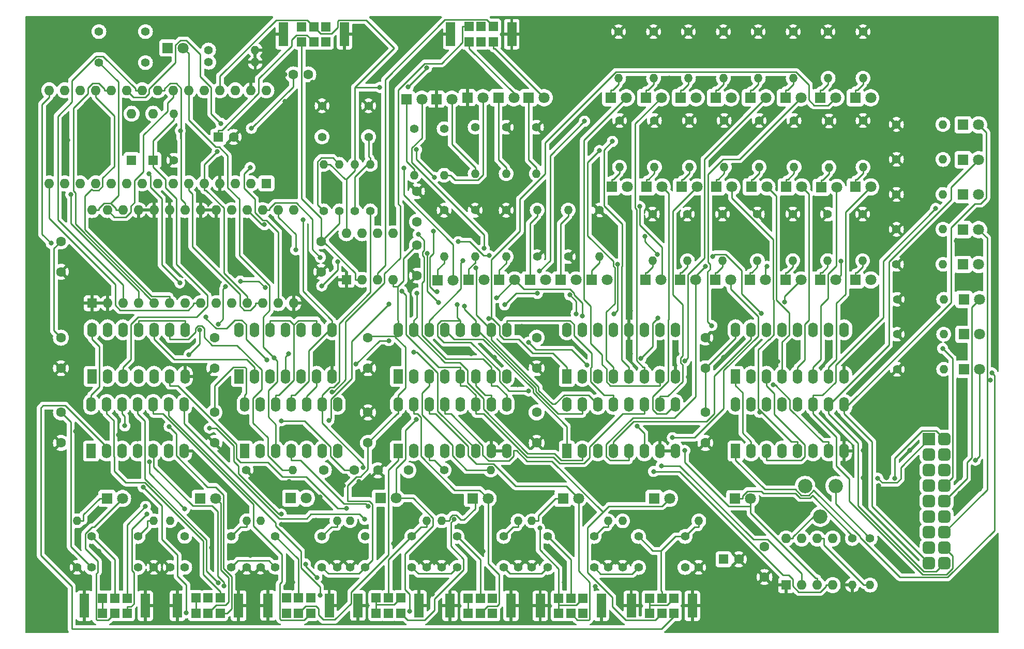
<source format=gbr>
%TF.GenerationSoftware,KiCad,Pcbnew,7.0.7*%
%TF.CreationDate,2024-08-20T13:12:50+02:00*%
%TF.ProjectId,plc14500,706c6331-3435-4303-902e-6b696361645f,rev?*%
%TF.SameCoordinates,Original*%
%TF.FileFunction,Copper,L2,Bot*%
%TF.FilePolarity,Positive*%
%FSLAX46Y46*%
G04 Gerber Fmt 4.6, Leading zero omitted, Abs format (unit mm)*
G04 Created by KiCad (PCBNEW 7.0.7) date 2024-08-20 13:12:50*
%MOMM*%
%LPD*%
G01*
G04 APERTURE LIST*
G04 Aperture macros list*
%AMRoundRect*
0 Rectangle with rounded corners*
0 $1 Rounding radius*
0 $2 $3 $4 $5 $6 $7 $8 $9 X,Y pos of 4 corners*
0 Add a 4 corners polygon primitive as box body*
4,1,4,$2,$3,$4,$5,$6,$7,$8,$9,$2,$3,0*
0 Add four circle primitives for the rounded corners*
1,1,$1+$1,$2,$3*
1,1,$1+$1,$4,$5*
1,1,$1+$1,$6,$7*
1,1,$1+$1,$8,$9*
0 Add four rect primitives between the rounded corners*
20,1,$1+$1,$2,$3,$4,$5,0*
20,1,$1+$1,$4,$5,$6,$7,0*
20,1,$1+$1,$6,$7,$8,$9,0*
20,1,$1+$1,$8,$9,$2,$3,0*%
G04 Aperture macros list end*
%TA.AperFunction,ComponentPad*%
%ADD10C,1.600000*%
%TD*%
%TA.AperFunction,ComponentPad*%
%ADD11R,1.600000X1.600000*%
%TD*%
%TA.AperFunction,ComponentPad*%
%ADD12C,1.800000*%
%TD*%
%TA.AperFunction,ComponentPad*%
%ADD13R,1.800000X1.800000*%
%TD*%
%TA.AperFunction,ComponentPad*%
%ADD14C,1.400000*%
%TD*%
%TA.AperFunction,ComponentPad*%
%ADD15O,1.400000X1.400000*%
%TD*%
%TA.AperFunction,ComponentPad*%
%ADD16C,2.340000*%
%TD*%
%TA.AperFunction,ComponentPad*%
%ADD17R,1.524000X1.524000*%
%TD*%
%TA.AperFunction,ComponentPad*%
%ADD18R,1.524000X4.000000*%
%TD*%
%TA.AperFunction,ComponentPad*%
%ADD19R,1.600000X2.400000*%
%TD*%
%TA.AperFunction,ComponentPad*%
%ADD20O,1.600000X2.400000*%
%TD*%
%TA.AperFunction,ComponentPad*%
%ADD21O,1.600000X1.600000*%
%TD*%
%TA.AperFunction,ComponentPad*%
%ADD22C,1.397000*%
%TD*%
%TA.AperFunction,ComponentPad*%
%ADD23R,2.000000X2.000000*%
%TD*%
%TA.AperFunction,ComponentPad*%
%ADD24RoundRect,0.500000X-0.500000X-0.500000X0.500000X-0.500000X0.500000X0.500000X-0.500000X0.500000X0*%
%TD*%
%TA.AperFunction,ViaPad*%
%ADD25C,0.800000*%
%TD*%
%TA.AperFunction,ViaPad*%
%ADD26C,5.000000*%
%TD*%
%TA.AperFunction,Conductor*%
%ADD27C,0.250000*%
%TD*%
G04 APERTURE END LIST*
D10*
%TO.P,C3,1*%
%TO.N,+5V*%
X127871000Y-113030000D03*
%TO.P,C3,2*%
%TO.N,GND*%
X127871000Y-108030000D03*
%TD*%
D11*
%TO.P,C4,1*%
%TO.N,Net-(U4-DIS)*%
X186095000Y-132080000D03*
D10*
%TO.P,C4,2*%
%TO.N,GND*%
X188595000Y-132080000D03*
%TD*%
%TO.P,C6,1*%
%TO.N,+5V*%
X183122000Y-108030000D03*
%TO.P,C6,2*%
%TO.N,GND*%
X183122000Y-113030000D03*
%TD*%
D11*
%TO.P,C7,1*%
%TO.N,Net-(C7-Pad1)*%
X103370000Y-62940000D03*
D10*
%TO.P,C7,2*%
%TO.N,GND*%
X105870000Y-62940000D03*
%TD*%
%TO.P,C8,1*%
%TO.N,+5V*%
X155497000Y-95805000D03*
%TO.P,C8,2*%
%TO.N,GND*%
X155497000Y-100805000D03*
%TD*%
%TO.P,C9,1*%
%TO.N,GND*%
X77620000Y-85025000D03*
%TO.P,C9,2*%
%TO.N,+5V*%
X77620000Y-80025000D03*
%TD*%
%TO.P,C10,1*%
%TO.N,Net-(U9-TRE)*%
X120220000Y-80025000D03*
%TO.P,C10,2*%
%TO.N,GND*%
X120220000Y-85025000D03*
%TD*%
%TO.P,C11,1*%
%TO.N,Net-(U9-CON)*%
X135890000Y-76835000D03*
%TO.P,C11,2*%
%TO.N,GND*%
X135890000Y-71835000D03*
%TD*%
%TO.P,C12,1*%
%TO.N,GND*%
X135890000Y-85645000D03*
%TO.P,C12,2*%
%TO.N,+5V*%
X135890000Y-80645000D03*
%TD*%
%TO.P,C13,1*%
%TO.N,GND*%
X129510000Y-117510000D03*
%TO.P,C13,2*%
%TO.N,Net-(C13-Pad2)*%
X134510000Y-117510000D03*
%TD*%
%TO.P,C14,1*%
%TO.N,+5V*%
X183122000Y-100805000D03*
%TO.P,C14,2*%
%TO.N,GND*%
X183122000Y-95805000D03*
%TD*%
%TO.P,C16,1*%
%TO.N,+5V*%
X127871000Y-95805000D03*
%TO.P,C16,2*%
%TO.N,GND*%
X127871000Y-100805000D03*
%TD*%
%TO.P,C17,1*%
%TO.N,+5V*%
X155497000Y-108030000D03*
%TO.P,C17,2*%
%TO.N,GND*%
X155497000Y-113030000D03*
%TD*%
D12*
%TO.P,D1,A,A*%
%TO.N,/Input-Output/IN0*%
X177240000Y-122120000D03*
D13*
%TO.P,D1,K,C*%
%TO.N,Net-(D1-C)*%
X174700000Y-122120000D03*
%TD*%
D12*
%TO.P,D2,A,A*%
%TO.N,/Input-Output/IN1*%
X162340000Y-122120000D03*
D13*
%TO.P,D2,K,C*%
%TO.N,Net-(D2-C)*%
X159800000Y-122120000D03*
%TD*%
D12*
%TO.P,D3,A,A*%
%TO.N,/Input-Output/IN2*%
X147545000Y-122120000D03*
D13*
%TO.P,D3,K,C*%
%TO.N,Net-(D3-C)*%
X145005000Y-122120000D03*
%TD*%
D12*
%TO.P,D4,A,A*%
%TO.N,/Input-Output/IN3*%
X132495000Y-122080000D03*
D13*
%TO.P,D4,K,C*%
%TO.N,Net-(D4-C)*%
X129955000Y-122080000D03*
%TD*%
D12*
%TO.P,D6,A,A*%
%TO.N,/Input-Output/IN5*%
X102960000Y-122100000D03*
D13*
%TO.P,D6,K,C*%
%TO.N,Net-(D6-C)*%
X100420000Y-122100000D03*
%TD*%
D12*
%TO.P,D7,A,A*%
%TO.N,/Input-Output/IN6*%
X87705000Y-122120000D03*
D13*
%TO.P,D7,K,C*%
%TO.N,Net-(D7-C)*%
X85165000Y-122120000D03*
%TD*%
D12*
%TO.P,D8,A,A*%
%TO.N,/Input-Output/IN7*%
X190500000Y-122150000D03*
D13*
%TO.P,D8,K,C*%
%TO.N,Net-(D8-C)*%
X187960000Y-122150000D03*
%TD*%
D12*
%TO.P,D9,A,A*%
%TO.N,/TMR0-TRG*%
X227965000Y-100965000D03*
D13*
%TO.P,D9,K,C*%
%TO.N,Net-(D9-C)*%
X225425000Y-100965000D03*
%TD*%
D12*
%TO.P,D10,A,A*%
%TO.N,/Input-Output/OUT6*%
X227965000Y-95250000D03*
D13*
%TO.P,D10,K,C*%
%TO.N,Net-(D10-C)*%
X225425000Y-95250000D03*
%TD*%
D12*
%TO.P,D11,A,A*%
%TO.N,/Input-Output/OUT5*%
X227965000Y-89535000D03*
D13*
%TO.P,D11,K,C*%
%TO.N,Net-(D11-C)*%
X225425000Y-89535000D03*
%TD*%
D12*
%TO.P,D12,A,A*%
%TO.N,/Input-Output/OUT4*%
X227850000Y-83820000D03*
D13*
%TO.P,D12,K,C*%
%TO.N,Net-(D12-C)*%
X225310000Y-83820000D03*
%TD*%
D12*
%TO.P,D13,A,A*%
%TO.N,/Input-Output/OUT3*%
X227850000Y-78105000D03*
D13*
%TO.P,D13,K,C*%
%TO.N,Net-(D13-C)*%
X225310000Y-78105000D03*
%TD*%
D12*
%TO.P,D14,A,A*%
%TO.N,/Input-Output/OUT2*%
X227845000Y-72390000D03*
D13*
%TO.P,D14,K,C*%
%TO.N,Net-(D14-C)*%
X225305000Y-72390000D03*
%TD*%
D12*
%TO.P,D15,A,A*%
%TO.N,/Input-Output/OUT1*%
X227850000Y-66675000D03*
D13*
%TO.P,D15,K,C*%
%TO.N,Net-(D15-C)*%
X225310000Y-66675000D03*
%TD*%
D12*
%TO.P,D16,A,A*%
%TO.N,/Input-Output/OUT0*%
X227850000Y-60960000D03*
D13*
%TO.P,D16,K,C*%
%TO.N,Net-(D16-C)*%
X225310000Y-60960000D03*
%TD*%
D12*
%TO.P,D17,A,A*%
%TO.N,/RES*%
X97650000Y-48380000D03*
D13*
%TO.P,D17,K,C*%
%TO.N,Net-(D17-C)*%
X95110000Y-48380000D03*
%TD*%
D12*
%TO.P,D18,A,A*%
%TO.N,Net-(D18-PadA)*%
X146680000Y-56515000D03*
D13*
%TO.P,D18,K,C*%
%TO.N,GND*%
X144140000Y-56515000D03*
%TD*%
D12*
%TO.P,D19,A,A*%
%TO.N,Net-(D19-PadA)*%
X141600000Y-56770000D03*
D13*
%TO.P,D19,K,C*%
%TO.N,GND*%
X139060000Y-56770000D03*
%TD*%
D12*
%TO.P,D20,A,A*%
%TO.N,/A0*%
X210185000Y-56515000D03*
D13*
%TO.P,D20,K,C*%
%TO.N,Net-(D20-C)*%
X207645000Y-56515000D03*
%TD*%
D12*
%TO.P,D21,A,A*%
%TO.N,/D0*%
X210185000Y-71120000D03*
D13*
%TO.P,D21,K,C*%
%TO.N,Net-(D21-C)*%
X207645000Y-71120000D03*
%TD*%
D12*
%TO.P,D22,A,A*%
%TO.N,/A1*%
X204470000Y-56515000D03*
D13*
%TO.P,D22,K,C*%
%TO.N,Net-(D22-C)*%
X201930000Y-56515000D03*
%TD*%
D12*
%TO.P,D23,A,A*%
%TO.N,/D1*%
X204615000Y-71185000D03*
D13*
%TO.P,D23,K,C*%
%TO.N,Net-(D23-C)*%
X202075000Y-71185000D03*
%TD*%
D12*
%TO.P,D24,A,A*%
%TO.N,/A2*%
X198755000Y-56515000D03*
D13*
%TO.P,D24,K,C*%
%TO.N,Net-(D24-C)*%
X196215000Y-56515000D03*
%TD*%
D12*
%TO.P,D25,A,A*%
%TO.N,/D2*%
X198900000Y-71120000D03*
D13*
%TO.P,D25,K,C*%
%TO.N,Net-(D25-C)*%
X196360000Y-71120000D03*
%TD*%
D12*
%TO.P,D26,A,A*%
%TO.N,/A3*%
X193040000Y-56515000D03*
D13*
%TO.P,D26,K,C*%
%TO.N,Net-(D26-C)*%
X190500000Y-56515000D03*
%TD*%
D12*
%TO.P,D27,A,A*%
%TO.N,/D3*%
X193190000Y-71120000D03*
D13*
%TO.P,D27,K,C*%
%TO.N,Net-(D27-C)*%
X190650000Y-71120000D03*
%TD*%
D12*
%TO.P,D28,A,A*%
%TO.N,Net-(D28-PadA)*%
X156730000Y-56515000D03*
D13*
%TO.P,D28,K,C*%
%TO.N,Net-(D28-C)*%
X154190000Y-56515000D03*
%TD*%
D12*
%TO.P,D29,A,A*%
%TO.N,/A4*%
X187325000Y-56515000D03*
D13*
%TO.P,D29,K,C*%
%TO.N,Net-(D29-C)*%
X184785000Y-56515000D03*
%TD*%
D12*
%TO.P,D30,A,A*%
%TO.N,/D4*%
X187475000Y-71120000D03*
D13*
%TO.P,D30,K,C*%
%TO.N,Net-(D30-C)*%
X184935000Y-71120000D03*
%TD*%
D12*
%TO.P,D31,A,A*%
%TO.N,/A5*%
X181610000Y-56515000D03*
D13*
%TO.P,D31,K,C*%
%TO.N,Net-(D31-C)*%
X179070000Y-56515000D03*
%TD*%
D12*
%TO.P,D32,A,A*%
%TO.N,/D5*%
X181760000Y-71120000D03*
D13*
%TO.P,D32,K,C*%
%TO.N,Net-(D32-C)*%
X179220000Y-71120000D03*
%TD*%
D12*
%TO.P,D33,A,A*%
%TO.N,Net-(D33-PadA)*%
X151760000Y-56515000D03*
D13*
%TO.P,D33,K,C*%
%TO.N,Net-(D33-C)*%
X149220000Y-56515000D03*
%TD*%
D12*
%TO.P,D34,A,A*%
%TO.N,/A6*%
X175895000Y-56515000D03*
D13*
%TO.P,D34,K,C*%
%TO.N,Net-(D34-C)*%
X173355000Y-56515000D03*
%TD*%
D12*
%TO.P,D35,A,A*%
%TO.N,/D6*%
X176045000Y-71120000D03*
D13*
%TO.P,D35,K,C*%
%TO.N,Net-(D35-C)*%
X173505000Y-71120000D03*
%TD*%
D12*
%TO.P,D36,A,A*%
%TO.N,/A7*%
X170180000Y-56515000D03*
D13*
%TO.P,D36,K,C*%
%TO.N,Net-(D36-C)*%
X167640000Y-56515000D03*
%TD*%
D12*
%TO.P,D37,A,A*%
%TO.N,/D7*%
X170325000Y-71120000D03*
D13*
%TO.P,D37,K,C*%
%TO.N,Net-(D37-C)*%
X167785000Y-71120000D03*
%TD*%
D12*
%TO.P,D38,A,A*%
%TO.N,/CPU/CLK2*%
X136690000Y-56770000D03*
D13*
%TO.P,D38,K,C*%
%TO.N,Net-(D38-C)*%
X134150000Y-56770000D03*
%TD*%
D12*
%TO.P,D39,A,A*%
%TO.N,/CPU/JMP*%
X141830000Y-86380000D03*
D13*
%TO.P,D39,K,C*%
%TO.N,Net-(D39-C)*%
X139290000Y-86380000D03*
%TD*%
D12*
%TO.P,D41,A,A*%
%TO.N,/RR*%
X146865000Y-86360000D03*
D13*
%TO.P,D41,K,C*%
%TO.N,Net-(D41-C)*%
X144325000Y-86360000D03*
%TD*%
D12*
%TO.P,D42,A,A*%
%TO.N,/W*%
X151900000Y-86360000D03*
D13*
%TO.P,D42,K,C*%
%TO.N,Net-(D42-C)*%
X149360000Y-86360000D03*
%TD*%
D12*
%TO.P,D43,A,A*%
%TO.N,Net-(U13-Q0)*%
X210185000Y-86360000D03*
D13*
%TO.P,D43,K,C*%
%TO.N,Net-(D43-C)*%
X207645000Y-86360000D03*
%TD*%
D12*
%TO.P,D44,A,A*%
%TO.N,Net-(U13-Q1)*%
X204481000Y-86349300D03*
D13*
%TO.P,D44,K,C*%
%TO.N,Net-(D44-C)*%
X201941000Y-86349300D03*
%TD*%
D12*
%TO.P,D45,A,A*%
%TO.N,Net-(U13-Q2)*%
X198778000Y-86349300D03*
D13*
%TO.P,D45,K,C*%
%TO.N,Net-(D45-C)*%
X196238000Y-86349300D03*
%TD*%
D12*
%TO.P,D46,A,A*%
%TO.N,Net-(U13-Q3)*%
X192985000Y-86360000D03*
D13*
%TO.P,D46,K,C*%
%TO.N,Net-(D46-C)*%
X190445000Y-86360000D03*
%TD*%
D12*
%TO.P,D47,A,A*%
%TO.N,Net-(U13-Q4)*%
X187270000Y-86360000D03*
D13*
%TO.P,D47,K,C*%
%TO.N,Net-(D47-C)*%
X184730000Y-86360000D03*
%TD*%
D12*
%TO.P,D48,A,A*%
%TO.N,Net-(U13-Q5)*%
X181555000Y-86360000D03*
D13*
%TO.P,D48,K,C*%
%TO.N,Net-(D48-C)*%
X179015000Y-86360000D03*
%TD*%
D14*
%TO.P,R1,1*%
%TO.N,GND*%
X182035000Y-133410000D03*
D15*
%TO.P,R1,2*%
%TO.N,/Input-Output/EXTIN0*%
X182035000Y-125790000D03*
%TD*%
D14*
%TO.P,R2,1*%
%TO.N,GND*%
X167188000Y-133410000D03*
D15*
%TO.P,R2,2*%
%TO.N,/Input-Output/EXTIN1*%
X167188000Y-125790000D03*
%TD*%
D14*
%TO.P,R3,1*%
%TO.N,GND*%
X152447000Y-133410000D03*
D15*
%TO.P,R3,2*%
%TO.N,/Input-Output/EXTIN2*%
X152447000Y-125790000D03*
%TD*%
D14*
%TO.P,R4,1*%
%TO.N,GND*%
X137450000Y-133370000D03*
D15*
%TO.P,R4,2*%
%TO.N,/Input-Output/EXTIN3*%
X137450000Y-125750000D03*
%TD*%
D14*
%TO.P,R5,1*%
%TO.N,GND*%
X169575000Y-133410000D03*
D15*
%TO.P,R5,2*%
%TO.N,Net-(D1-C)*%
X169575000Y-125790000D03*
%TD*%
D14*
%TO.P,R6,1*%
%TO.N,GND*%
X154711700Y-133410000D03*
D15*
%TO.P,R6,2*%
%TO.N,Net-(D2-C)*%
X154711700Y-125790000D03*
%TD*%
D14*
%TO.P,R7,1*%
%TO.N,GND*%
X139953000Y-133410000D03*
D15*
%TO.P,R7,2*%
%TO.N,Net-(D3-C)*%
X139953000Y-125790000D03*
%TD*%
D14*
%TO.P,R8,1*%
%TO.N,GND*%
X124940000Y-133370000D03*
D15*
%TO.P,R8,2*%
%TO.N,Net-(D4-C)*%
X124940000Y-125750000D03*
%TD*%
D14*
%TO.P,R9,1*%
%TO.N,GND*%
X122803000Y-133370000D03*
D15*
%TO.P,R9,2*%
%TO.N,/Input-Output/EXTIN4*%
X122803000Y-125750000D03*
%TD*%
D14*
%TO.P,R10,1*%
%TO.N,GND*%
X108022000Y-133390000D03*
D15*
%TO.P,R10,2*%
%TO.N,/Input-Output/EXTIN5*%
X108022000Y-125770000D03*
%TD*%
D14*
%TO.P,R12,1*%
%TO.N,GND*%
X110277000Y-133370000D03*
D15*
%TO.P,R12,2*%
%TO.N,Net-(D5-C)*%
X110277000Y-125750000D03*
%TD*%
D14*
%TO.P,R13,1*%
%TO.N,GND*%
X95478000Y-133390000D03*
D15*
%TO.P,R13,2*%
%TO.N,Net-(D6-C)*%
X95478000Y-125770000D03*
%TD*%
D14*
%TO.P,R14,1*%
%TO.N,GND*%
X80260000Y-133410000D03*
D15*
%TO.P,R14,2*%
%TO.N,Net-(D7-C)*%
X80260000Y-125790000D03*
%TD*%
D14*
%TO.P,R15,1*%
%TO.N,Net-(R15-Pad1)*%
X210090000Y-128685000D03*
D15*
%TO.P,R15,2*%
%TO.N,Net-(U4-DIS)*%
X210090000Y-136305000D03*
%TD*%
D14*
%TO.P,R16,1*%
%TO.N,Net-(D8-C)*%
X207180000Y-128685000D03*
D15*
%TO.P,R16,2*%
%TO.N,GND*%
X207180000Y-136305000D03*
%TD*%
D14*
%TO.P,R17,1*%
%TO.N,GND*%
X214515000Y-100965000D03*
D15*
%TO.P,R17,2*%
%TO.N,Net-(D9-C)*%
X222135000Y-100965000D03*
%TD*%
D14*
%TO.P,R18,1*%
%TO.N,GND*%
X214515000Y-95240000D03*
D15*
%TO.P,R18,2*%
%TO.N,Net-(D10-C)*%
X222135000Y-95240000D03*
%TD*%
D14*
%TO.P,R19,1*%
%TO.N,GND*%
X214515000Y-89515000D03*
D15*
%TO.P,R19,2*%
%TO.N,Net-(D11-C)*%
X222135000Y-89515000D03*
%TD*%
D14*
%TO.P,R20,1*%
%TO.N,GND*%
X214400000Y-83790000D03*
D15*
%TO.P,R20,2*%
%TO.N,Net-(D12-C)*%
X222020000Y-83790000D03*
%TD*%
D14*
%TO.P,R21,1*%
%TO.N,GND*%
X214400000Y-78065000D03*
D15*
%TO.P,R21,2*%
%TO.N,Net-(D13-C)*%
X222020000Y-78065000D03*
%TD*%
D14*
%TO.P,R23,1*%
%TO.N,GND*%
X214395000Y-72340000D03*
D15*
%TO.P,R23,2*%
%TO.N,Net-(D14-C)*%
X222015000Y-72340000D03*
%TD*%
D14*
%TO.P,R24,1*%
%TO.N,GND*%
X214400000Y-66615000D03*
D15*
%TO.P,R24,2*%
%TO.N,Net-(D15-C)*%
X222020000Y-66615000D03*
%TD*%
D14*
%TO.P,R25,1*%
%TO.N,GND*%
X214390000Y-60890000D03*
D15*
%TO.P,R25,2*%
%TO.N,Net-(D16-C)*%
X222010000Y-60890000D03*
%TD*%
D14*
%TO.P,R26,1*%
%TO.N,/RES*%
X101780000Y-48700000D03*
D15*
%TO.P,R26,2*%
%TO.N,GND*%
X109400000Y-48700000D03*
%TD*%
D14*
%TO.P,R27,1*%
%TO.N,Net-(D17-C)*%
X101800000Y-50710000D03*
D15*
%TO.P,R27,2*%
%TO.N,GND*%
X109420000Y-50710000D03*
%TD*%
D14*
%TO.P,R30,1*%
%TO.N,Net-(U9-DIS)*%
X120650000Y-75040000D03*
D15*
%TO.P,R30,2*%
%TO.N,+5V*%
X120650000Y-67420000D03*
%TD*%
D14*
%TO.P,R31,1*%
%TO.N,Net-(U9-TRE)*%
X123190000Y-75040000D03*
D15*
%TO.P,R31,2*%
%TO.N,Net-(U9-DIS)*%
X123190000Y-67420000D03*
%TD*%
D14*
%TO.P,R32,1*%
%TO.N,GND*%
X208920000Y-45705000D03*
D15*
%TO.P,R32,2*%
%TO.N,Net-(D20-C)*%
X208920000Y-53325000D03*
%TD*%
D14*
%TO.P,R33,1*%
%TO.N,GND*%
X208920000Y-60260000D03*
D15*
%TO.P,R33,2*%
%TO.N,Net-(D21-C)*%
X208920000Y-67880000D03*
%TD*%
D14*
%TO.P,R34,1*%
%TO.N,GND*%
X203205000Y-45705000D03*
D15*
%TO.P,R34,2*%
%TO.N,Net-(D22-C)*%
X203205000Y-53325000D03*
%TD*%
D14*
%TO.P,R35,1*%
%TO.N,GND*%
X203350000Y-60325000D03*
D15*
%TO.P,R35,2*%
%TO.N,Net-(D23-C)*%
X203350000Y-67945000D03*
%TD*%
D14*
%TO.P,R36,1*%
%TO.N,GND*%
X197490000Y-45705000D03*
D15*
%TO.P,R36,2*%
%TO.N,Net-(D24-C)*%
X197490000Y-53325000D03*
%TD*%
D14*
%TO.P,R37,1*%
%TO.N,GND*%
X197635000Y-60260000D03*
D15*
%TO.P,R37,2*%
%TO.N,Net-(D25-C)*%
X197635000Y-67880000D03*
%TD*%
D14*
%TO.P,R38,1*%
%TO.N,GND*%
X191775000Y-45705000D03*
D15*
%TO.P,R38,2*%
%TO.N,Net-(D26-C)*%
X191775000Y-53325000D03*
%TD*%
D14*
%TO.P,R39,1*%
%TO.N,GND*%
X191925000Y-60260000D03*
D15*
%TO.P,R39,2*%
%TO.N,Net-(D27-C)*%
X191925000Y-67880000D03*
%TD*%
D14*
%TO.P,R41,1*%
%TO.N,GND*%
X186060000Y-45705000D03*
D15*
%TO.P,R41,2*%
%TO.N,Net-(D29-C)*%
X186060000Y-53325000D03*
%TD*%
D14*
%TO.P,R42,1*%
%TO.N,GND*%
X186210000Y-60260000D03*
D15*
%TO.P,R42,2*%
%TO.N,Net-(D30-C)*%
X186210000Y-67880000D03*
%TD*%
D14*
%TO.P,R43,1*%
%TO.N,GND*%
X180345000Y-45705000D03*
D15*
%TO.P,R43,2*%
%TO.N,Net-(D31-C)*%
X180345000Y-53325000D03*
%TD*%
D14*
%TO.P,R44,1*%
%TO.N,GND*%
X180495000Y-60260000D03*
D15*
%TO.P,R44,2*%
%TO.N,Net-(D32-C)*%
X180495000Y-67880000D03*
%TD*%
D14*
%TO.P,R46,1*%
%TO.N,GND*%
X174630000Y-45705000D03*
D15*
%TO.P,R46,2*%
%TO.N,Net-(D34-C)*%
X174630000Y-53325000D03*
%TD*%
D14*
%TO.P,R47,1*%
%TO.N,GND*%
X174780000Y-60260000D03*
D15*
%TO.P,R47,2*%
%TO.N,Net-(D35-C)*%
X174780000Y-67880000D03*
%TD*%
D14*
%TO.P,R48,1*%
%TO.N,GND*%
X168915000Y-45705000D03*
D15*
%TO.P,R48,2*%
%TO.N,Net-(D36-C)*%
X168915000Y-53325000D03*
%TD*%
D14*
%TO.P,R50,1*%
%TO.N,Net-(R50-Pad1)*%
X125730000Y-75040000D03*
D15*
%TO.P,R50,2*%
%TO.N,+5V*%
X125730000Y-67420000D03*
%TD*%
D14*
%TO.P,R51,1*%
%TO.N,Net-(C13-Pad2)*%
X128270000Y-75040000D03*
D15*
%TO.P,R51,2*%
%TO.N,Net-(R50-Pad1)*%
X128270000Y-67420000D03*
%TD*%
D14*
%TO.P,R52,1*%
%TO.N,GND*%
X135425000Y-61595000D03*
D15*
%TO.P,R52,2*%
%TO.N,Net-(D38-C)*%
X135425000Y-69215000D03*
%TD*%
D14*
%TO.P,R53,1*%
%TO.N,GND*%
X155580000Y-82539300D03*
D15*
%TO.P,R53,2*%
%TO.N,Net-(D50-C)*%
X155580000Y-74919300D03*
%TD*%
D14*
%TO.P,R55,1*%
%TO.N,GND*%
X140340000Y-74930000D03*
D15*
%TO.P,R55,2*%
%TO.N,Net-(D39-C)*%
X140340000Y-82550000D03*
%TD*%
D14*
%TO.P,R57,1*%
%TO.N,GND*%
X145420000Y-74930000D03*
D15*
%TO.P,R57,2*%
%TO.N,Net-(D41-C)*%
X145420000Y-82550000D03*
%TD*%
D14*
%TO.P,R58,1*%
%TO.N,GND*%
X150500000Y-74930000D03*
D15*
%TO.P,R58,2*%
%TO.N,Net-(D42-C)*%
X150500000Y-82550000D03*
%TD*%
D14*
%TO.P,R60,1*%
%TO.N,GND*%
X208860000Y-75575700D03*
D15*
%TO.P,R60,2*%
%TO.N,Net-(D43-C)*%
X208860000Y-83195700D03*
%TD*%
D14*
%TO.P,R61,1*%
%TO.N,GND*%
X203145000Y-75565000D03*
D15*
%TO.P,R61,2*%
%TO.N,Net-(D44-C)*%
X203145000Y-83185000D03*
%TD*%
D14*
%TO.P,R62,1*%
%TO.N,GND*%
X197430000Y-75565000D03*
D15*
%TO.P,R62,2*%
%TO.N,Net-(D45-C)*%
X197430000Y-83185000D03*
%TD*%
D14*
%TO.P,R63,1*%
%TO.N,GND*%
X191626000Y-75575700D03*
D15*
%TO.P,R63,2*%
%TO.N,Net-(D46-C)*%
X191626000Y-83195700D03*
%TD*%
D14*
%TO.P,R64,1*%
%TO.N,GND*%
X185899000Y-75575700D03*
D15*
%TO.P,R64,2*%
%TO.N,Net-(D47-C)*%
X185899000Y-83195700D03*
%TD*%
D14*
%TO.P,R65,1*%
%TO.N,GND*%
X180173000Y-75575700D03*
D15*
%TO.P,R65,2*%
%TO.N,Net-(D48-C)*%
X180173000Y-83195700D03*
%TD*%
D14*
%TO.P,R66,1*%
%TO.N,GND*%
X174446000Y-75575700D03*
D15*
%TO.P,R66,2*%
%TO.N,Net-(D49-C)*%
X174446000Y-83195700D03*
%TD*%
D16*
%TO.P,RV1,1,1*%
%TO.N,Net-(R15-Pad1)*%
X204430000Y-120095000D03*
%TO.P,RV1,2,2*%
%TO.N,+5V*%
X201930000Y-125095000D03*
%TO.P,RV1,3,3*%
%TO.N,unconnected-(RV1-Pad3)*%
X199430000Y-120095000D03*
%TD*%
D17*
%TO.P,S6,1,1*%
%TO.N,Net-(S6-Pad1)*%
X159075000Y-140950000D03*
%TO.P,S6,2,2*%
%TO.N,/Input-Output/IN1*%
X161075000Y-140950000D03*
%TO.P,S6,3,3*%
%TO.N,Net-(S6-Pad3)*%
X163075000Y-140950000D03*
%TO.P,S6,5,5*%
%TO.N,Net-(S6-Pad1)*%
X159075000Y-138450000D03*
%TO.P,S6,6,6*%
%TO.N,/Input-Output/EXTIN1*%
X161075000Y-138450000D03*
%TO.P,S6,7,7*%
%TO.N,Net-(S6-Pad1)*%
X163075000Y-138450000D03*
D18*
%TO.P,S6,8,GND*%
%TO.N,GND*%
X156075000Y-139700000D03*
%TO.P,S6,9,GND*%
X166075000Y-139700000D03*
%TD*%
D17*
%TO.P,S7,1,1*%
%TO.N,Net-(S7-Pad1)*%
X144280000Y-140950000D03*
%TO.P,S7,2,2*%
%TO.N,/Input-Output/IN2*%
X146280000Y-140950000D03*
%TO.P,S7,3,3*%
%TO.N,Net-(S7-Pad3)*%
X148280000Y-140950000D03*
%TO.P,S7,5,5*%
%TO.N,Net-(S7-Pad1)*%
X144280000Y-138450000D03*
%TO.P,S7,6,6*%
%TO.N,/Input-Output/EXTIN2*%
X146280000Y-138450000D03*
%TO.P,S7,7,7*%
%TO.N,Net-(S7-Pad1)*%
X148280000Y-138450000D03*
D18*
%TO.P,S7,8,GND*%
%TO.N,GND*%
X141280000Y-139700000D03*
%TO.P,S7,9,GND*%
X151280000Y-139700000D03*
%TD*%
D17*
%TO.P,S8,1,1*%
%TO.N,Net-(S8-Pad1)*%
X129230000Y-140910000D03*
%TO.P,S8,2,2*%
%TO.N,/Input-Output/IN3*%
X131230000Y-140910000D03*
%TO.P,S8,3,3*%
%TO.N,Net-(S8-Pad3)*%
X133230000Y-140910000D03*
%TO.P,S8,5,5*%
%TO.N,Net-(S8-Pad1)*%
X129230000Y-138410000D03*
%TO.P,S8,6,6*%
%TO.N,/Input-Output/EXTIN3*%
X131230000Y-138410000D03*
%TO.P,S8,7,7*%
%TO.N,Net-(S8-Pad1)*%
X133230000Y-138410000D03*
D18*
%TO.P,S8,8,GND*%
%TO.N,GND*%
X126230000Y-139660000D03*
%TO.P,S8,9,GND*%
X136230000Y-139660000D03*
%TD*%
D17*
%TO.P,S13,1,1*%
%TO.N,Net-(S13-Pad1)*%
X99695000Y-140930000D03*
%TO.P,S13,2,2*%
%TO.N,/Input-Output/IN5*%
X101695000Y-140930000D03*
%TO.P,S13,3,3*%
%TO.N,Net-(S13-Pad3)*%
X103695000Y-140930000D03*
%TO.P,S13,5,5*%
%TO.N,Net-(S13-Pad1)*%
X99695000Y-138430000D03*
%TO.P,S13,6,6*%
%TO.N,/Input-Output/EXTIN5*%
X101695000Y-138430000D03*
%TO.P,S13,7,7*%
%TO.N,Net-(S13-Pad7)*%
X103695000Y-138430000D03*
D18*
%TO.P,S13,8,GND*%
%TO.N,GND*%
X96695000Y-139680000D03*
%TO.P,S13,9,GND*%
X106695000Y-139680000D03*
%TD*%
D17*
%TO.P,S14,1,1*%
%TO.N,Net-(S14-Pad1)*%
X84440000Y-140950000D03*
%TO.P,S14,2,2*%
%TO.N,/Input-Output/IN6*%
X86440000Y-140950000D03*
%TO.P,S14,3,3*%
%TO.N,Net-(S14-Pad3)*%
X88440000Y-140950000D03*
%TO.P,S14,5,5*%
%TO.N,Net-(S14-Pad1)*%
X84440000Y-138450000D03*
%TO.P,S14,6,6*%
%TO.N,/Input-Output/EXTIN6*%
X86440000Y-138450000D03*
%TO.P,S14,7,7*%
%TO.N,Net-(S14-Pad7)*%
X88440000Y-138450000D03*
D18*
%TO.P,S14,8,GND*%
%TO.N,GND*%
X81440000Y-139700000D03*
%TO.P,S14,9,GND*%
X91440000Y-139700000D03*
%TD*%
D17*
%TO.P,S16,1,1*%
%TO.N,Net-(R29-Pad1)*%
X121010000Y-44880000D03*
%TO.P,S16,2,2*%
%TO.N,+5V*%
X119010000Y-44880000D03*
%TO.P,S16,3,3*%
%TO.N,Net-(R28-Pad1)*%
X117010000Y-44880000D03*
%TO.P,S16,5,5*%
%TO.N,unconnected-(S16-Pad5)*%
X121010000Y-47380000D03*
%TO.P,S16,6,6*%
%TO.N,Net-(C7-Pad1)*%
X119010000Y-47380000D03*
%TO.P,S16,7,7*%
%TO.N,Net-(U9-TRE)*%
X117010000Y-47380000D03*
D18*
%TO.P,S16,8,GND*%
%TO.N,GND*%
X124010000Y-46130000D03*
%TO.P,S16,9,GND*%
X114010000Y-46130000D03*
%TD*%
D17*
%TO.P,S18,1,1*%
%TO.N,Net-(U9-OUT)*%
X148420000Y-44860000D03*
%TO.P,S18,2,2*%
%TO.N,/CPU/CLK2*%
X146420000Y-44860000D03*
%TO.P,S18,3,3*%
%TO.N,Net-(S18-Pad3)*%
X144420000Y-44860000D03*
%TO.P,S18,5,5*%
%TO.N,Net-(D28-PadA)*%
X148420000Y-47360000D03*
%TO.P,S18,6,6*%
%TO.N,+5V*%
X146420000Y-47360000D03*
%TO.P,S18,7,7*%
%TO.N,Net-(D33-PadA)*%
X144420000Y-47360000D03*
D18*
%TO.P,S18,8,GND*%
%TO.N,GND*%
X151420000Y-46110000D03*
%TO.P,S18,9,GND*%
X141420000Y-46110000D03*
%TD*%
D19*
%TO.P,U2,1,X4*%
%TO.N,/Input-Output/IN4*%
X132809000Y-114355000D03*
D20*
%TO.P,U2,2,X6*%
%TO.N,/Input-Output/IN6*%
X135349000Y-114355000D03*
%TO.P,U2,3,X*%
%TO.N,Net-(U2-X)*%
X137889000Y-114355000D03*
%TO.P,U2,4,X7*%
%TO.N,/Input-Output/IN7*%
X140429000Y-114355000D03*
%TO.P,U2,5,X5*%
%TO.N,/Input-Output/IN5*%
X142969000Y-114355000D03*
%TO.P,U2,6,Inh*%
%TO.N,/IN-INH*%
X145509000Y-114355000D03*
%TO.P,U2,7,VEE*%
%TO.N,GND*%
X148049000Y-114355000D03*
%TO.P,U2,8,VSS*%
X150589000Y-114355000D03*
%TO.P,U2,9,C*%
%TO.N,/D6*%
X150589000Y-106735000D03*
%TO.P,U2,10,B*%
%TO.N,/D5*%
X148049000Y-106735000D03*
%TO.P,U2,11,A*%
%TO.N,/D4*%
X145509000Y-106735000D03*
%TO.P,U2,12,X3*%
%TO.N,/Input-Output/IN3*%
X142969000Y-106735000D03*
%TO.P,U2,13,X0*%
%TO.N,/Input-Output/IN0*%
X140429000Y-106735000D03*
%TO.P,U2,14,X1*%
%TO.N,/Input-Output/IN1*%
X137889000Y-106735000D03*
%TO.P,U2,15,X2*%
%TO.N,/Input-Output/IN2*%
X135349000Y-106735000D03*
%TO.P,U2,16,VDD*%
%TO.N,+5V*%
X132809000Y-106735000D03*
%TD*%
D19*
%TO.P,U5,1,Q7*%
%TO.N,/TMR0-TRG*%
X188060000Y-114355000D03*
D20*
%TO.P,U5,2,RST*%
%TO.N,/RES*%
X190600000Y-114355000D03*
%TO.P,U5,3,D*%
%TO.N,/D*%
X193140000Y-114355000D03*
%TO.P,U5,4,WD*%
%TO.N,/OUT-WD*%
X195680000Y-114355000D03*
%TO.P,U5,5,A0*%
%TO.N,/D4*%
X198220000Y-114355000D03*
%TO.P,U5,6,A1*%
%TO.N,/D5*%
X200760000Y-114355000D03*
%TO.P,U5,7,A2*%
%TO.N,/D6*%
X203300000Y-114355000D03*
%TO.P,U5,8,GND*%
%TO.N,GND*%
X205840000Y-114355000D03*
%TO.P,U5,9,Q0*%
%TO.N,/Input-Output/OUT0*%
X205840000Y-106735000D03*
%TO.P,U5,10,Q1*%
%TO.N,/Input-Output/OUT1*%
X203300000Y-106735000D03*
%TO.P,U5,11,Q2*%
%TO.N,/Input-Output/OUT2*%
X200760000Y-106735000D03*
%TO.P,U5,12,Q3*%
%TO.N,/Input-Output/OUT3*%
X198220000Y-106735000D03*
%TO.P,U5,13,Q4*%
%TO.N,/Input-Output/OUT4*%
X195680000Y-106735000D03*
%TO.P,U5,14,Q5*%
%TO.N,/Input-Output/OUT5*%
X193140000Y-106735000D03*
%TO.P,U5,15,Q6*%
%TO.N,/Input-Output/OUT6*%
X190600000Y-106735000D03*
%TO.P,U5,16,VCC*%
%TO.N,+5V*%
X188060000Y-106735000D03*
%TD*%
D19*
%TO.P,U7,1,Q1*%
%TO.N,/A1*%
X160434000Y-102130000D03*
D20*
%TO.P,U7,2,Q2*%
%TO.N,/A2*%
X162974000Y-102130000D03*
%TO.P,U7,3,Q3*%
%TO.N,/A3*%
X165514000Y-102130000D03*
%TO.P,U7,4,Q4*%
%TO.N,/A4*%
X168054000Y-102130000D03*
%TO.P,U7,5,Q5*%
%TO.N,/A5*%
X170594000Y-102130000D03*
%TO.P,U7,6,Q6*%
%TO.N,/A6*%
X173134000Y-102130000D03*
%TO.P,U7,7,Q7*%
%TO.N,/A7*%
X175674000Y-102130000D03*
%TO.P,U7,8,GND*%
%TO.N,GND*%
X178214000Y-102130000D03*
%TO.P,U7,9,~{RCO}*%
%TO.N,unconnected-(U7-~{RCO}-Pad9)*%
X178214000Y-94510000D03*
%TO.P,U7,10,~{MRC}*%
%TO.N,Net-(U7-~{MRC})*%
X175674000Y-94510000D03*
%TO.P,U7,11,CPC*%
%TO.N,/CPU/CLK1*%
X173134000Y-94510000D03*
%TO.P,U7,12,~{CE}*%
%TO.N,GND*%
X170594000Y-94510000D03*
%TO.P,U7,13,CPR*%
%TO.N,/CPU/CLK1*%
X168054000Y-94510000D03*
%TO.P,U7,14,~{OE}*%
%TO.N,/PRG*%
X165514000Y-94510000D03*
%TO.P,U7,15,Q0*%
%TO.N,/A0*%
X162974000Y-94510000D03*
%TO.P,U7,16,VCC*%
%TO.N,+5V*%
X160434000Y-94510000D03*
%TD*%
D11*
%TO.P,U8,1,A14*%
%TO.N,GND*%
X82690000Y-90150000D03*
D21*
%TO.P,U8,2,A12*%
X85230000Y-90150000D03*
%TO.P,U8,3,A7*%
%TO.N,/A7*%
X87770000Y-90150000D03*
%TO.P,U8,4,A6*%
%TO.N,/A6*%
X90310000Y-90150000D03*
%TO.P,U8,5,A5*%
%TO.N,/A5*%
X92850000Y-90150000D03*
%TO.P,U8,6,A4*%
%TO.N,/A4*%
X95390000Y-90150000D03*
%TO.P,U8,7,A3*%
%TO.N,/A3*%
X97930000Y-90150000D03*
%TO.P,U8,8,A2*%
%TO.N,/A2*%
X100470000Y-90150000D03*
%TO.P,U8,9,A1*%
%TO.N,/A1*%
X103010000Y-90150000D03*
%TO.P,U8,10,A0*%
%TO.N,/A0*%
X105550000Y-90150000D03*
%TO.P,U8,11,Q0*%
%TO.N,/D0*%
X108090000Y-90150000D03*
%TO.P,U8,12,Q1*%
%TO.N,/D1*%
X110630000Y-90150000D03*
%TO.P,U8,13,Q2*%
%TO.N,/D2*%
X113170000Y-90150000D03*
%TO.P,U8,14,GND*%
%TO.N,GND*%
X115710000Y-90150000D03*
%TO.P,U8,15,Q3*%
%TO.N,/D3*%
X115710000Y-74910000D03*
%TO.P,U8,16,Q4*%
%TO.N,/D4*%
X113170000Y-74910000D03*
%TO.P,U8,17,Q5*%
%TO.N,/D5*%
X110630000Y-74910000D03*
%TO.P,U8,18,Q6*%
%TO.N,/D6*%
X108090000Y-74910000D03*
%TO.P,U8,19,Q7*%
%TO.N,/D7*%
X105550000Y-74910000D03*
%TO.P,U8,20,~{CS}*%
%TO.N,GND*%
X103010000Y-74910000D03*
%TO.P,U8,21,A10*%
X100470000Y-74910000D03*
%TO.P,U8,22,~{OE}*%
%TO.N,/PRG*%
X97930000Y-74910000D03*
%TO.P,U8,23,A11*%
%TO.N,GND*%
X95390000Y-74910000D03*
%TO.P,U8,24,A9*%
X92850000Y-74910000D03*
%TO.P,U8,25,A8*%
X90310000Y-74910000D03*
%TO.P,U8,26,A13*%
%TO.N,+5V*%
X87770000Y-74910000D03*
%TO.P,U8,27,~{WE}*%
%TO.N,/!WEN*%
X85230000Y-74910000D03*
%TO.P,U8,28,VCC*%
%TO.N,+5V*%
X82690000Y-74910000D03*
%TD*%
D11*
%TO.P,U9,1,GND*%
%TO.N,GND*%
X124350000Y-86325000D03*
D21*
%TO.P,U9,2,TRI*%
%TO.N,Net-(U9-TRE)*%
X126890000Y-86325000D03*
%TO.P,U9,3,OUT*%
%TO.N,Net-(U9-OUT)*%
X129430000Y-86325000D03*
%TO.P,U9,4,/RES*%
%TO.N,+5V*%
X131970000Y-86325000D03*
%TO.P,U9,5,CON*%
%TO.N,Net-(U9-CON)*%
X131970000Y-78705000D03*
%TO.P,U9,6,TRE*%
%TO.N,Net-(U9-TRE)*%
X129430000Y-78705000D03*
%TO.P,U9,7,DIS*%
%TO.N,Net-(U9-DIS)*%
X126890000Y-78705000D03*
%TO.P,U9,8,VCC+*%
%TO.N,+5V*%
X124350000Y-78705000D03*
%TD*%
D19*
%TO.P,U10,1,RST*%
%TO.N,/RES*%
X188060000Y-102130000D03*
D20*
%TO.P,U10,2,WRITE*%
%TO.N,/W*%
X190600000Y-102130000D03*
%TO.P,U10,3,D*%
%TO.N,/D*%
X193140000Y-102130000D03*
%TO.P,U10,4,I3*%
%TO.N,/D3*%
X195680000Y-102130000D03*
%TO.P,U10,5,I2*%
%TO.N,/D2*%
X198220000Y-102130000D03*
%TO.P,U10,6,I1*%
%TO.N,/D1*%
X200760000Y-102130000D03*
%TO.P,U10,7,I0*%
%TO.N,/D0*%
X203300000Y-102130000D03*
%TO.P,U10,8,GND*%
%TO.N,GND*%
X205840000Y-102130000D03*
%TO.P,U10,9,FLAGF*%
%TO.N,Net-(U10-FLAGF)*%
X205840000Y-94510000D03*
%TO.P,U10,10,FLAG0*%
%TO.N,Net-(U10-FLAG0)*%
X203300000Y-94510000D03*
%TO.P,U10,11,RTN*%
%TO.N,Net-(U10-RTN)*%
X200760000Y-94510000D03*
%TO.P,U10,12,JMP*%
%TO.N,/CPU/JMP*%
X198220000Y-94510000D03*
%TO.P,U10,13,X2*%
%TO.N,/CPU/CLK2*%
X195680000Y-94510000D03*
%TO.P,U10,14,X1*%
%TO.N,/CPU/CLK1*%
X193140000Y-94510000D03*
%TO.P,U10,15,RR*%
%TO.N,/RR*%
X190600000Y-94510000D03*
%TO.P,U10,16,Vcc*%
%TO.N,+5V*%
X188060000Y-94510000D03*
%TD*%
D19*
%TO.P,U13,1,Q7*%
%TO.N,unconnected-(U13-Q7-Pad1)*%
X132809000Y-102130000D03*
D20*
%TO.P,U13,2,RST*%
%TO.N,/RES*%
X135349000Y-102130000D03*
%TO.P,U13,3,D*%
%TO.N,/D*%
X137889000Y-102130000D03*
%TO.P,U13,4,WD*%
%TO.N,/SPRAM/SPRAM-WD*%
X140429000Y-102130000D03*
%TO.P,U13,5,A0*%
%TO.N,/D4*%
X142969000Y-102130000D03*
%TO.P,U13,6,A1*%
%TO.N,/D5*%
X145509000Y-102130000D03*
%TO.P,U13,7,A2*%
%TO.N,/D6*%
X148049000Y-102130000D03*
%TO.P,U13,8,GND*%
%TO.N,GND*%
X150589000Y-102130000D03*
%TO.P,U13,9,Q0*%
%TO.N,Net-(U13-Q0)*%
X150589000Y-94510000D03*
%TO.P,U13,10,Q1*%
%TO.N,Net-(U13-Q1)*%
X148049000Y-94510000D03*
%TO.P,U13,11,Q2*%
%TO.N,Net-(U13-Q2)*%
X145509000Y-94510000D03*
%TO.P,U13,12,Q3*%
%TO.N,Net-(U13-Q3)*%
X142969000Y-94510000D03*
%TO.P,U13,13,Q4*%
%TO.N,Net-(U13-Q4)*%
X140429000Y-94510000D03*
%TO.P,U13,14,Q5*%
%TO.N,Net-(U13-Q5)*%
X137889000Y-94510000D03*
%TO.P,U13,15,Q6*%
%TO.N,Net-(U13-Q6)*%
X135349000Y-94510000D03*
%TO.P,U13,16,VCC*%
%TO.N,+5V*%
X132809000Y-94510000D03*
%TD*%
D19*
%TO.P,U14,1,X4*%
%TO.N,Net-(U13-Q4)*%
X160434000Y-114355000D03*
D20*
%TO.P,U14,2,X6*%
%TO.N,Net-(U13-Q6)*%
X162974000Y-114355000D03*
%TO.P,U14,3,X*%
%TO.N,/D*%
X165514000Y-114355000D03*
%TO.P,U14,4,X7*%
%TO.N,/RR*%
X168054000Y-114355000D03*
%TO.P,U14,5,X5*%
%TO.N,Net-(U13-Q5)*%
X170594000Y-114355000D03*
%TO.P,U14,6,Inh*%
%TO.N,/SPRAM/SPRAM-INH*%
X173134000Y-114355000D03*
%TO.P,U14,7,VEE*%
%TO.N,GND*%
X175674000Y-114355000D03*
%TO.P,U14,8,VSS*%
X178214000Y-114355000D03*
%TO.P,U14,9,C*%
%TO.N,/D6*%
X178214000Y-106735000D03*
%TO.P,U14,10,B*%
%TO.N,/D5*%
X175674000Y-106735000D03*
%TO.P,U14,11,A*%
%TO.N,/D4*%
X173134000Y-106735000D03*
%TO.P,U14,12,X3*%
%TO.N,Net-(U13-Q3)*%
X170594000Y-106735000D03*
%TO.P,U14,13,X0*%
%TO.N,Net-(U13-Q0)*%
X168054000Y-106735000D03*
%TO.P,U14,14,X1*%
%TO.N,Net-(U13-Q1)*%
X165514000Y-106735000D03*
%TO.P,U14,15,X2*%
%TO.N,Net-(U13-Q2)*%
X162974000Y-106735000D03*
%TO.P,U14,16,VDD*%
%TO.N,+5V*%
X160434000Y-106735000D03*
%TD*%
D17*
%TO.P,S12,1,1*%
%TO.N,Net-(S12-Pad1)*%
X114530000Y-140910000D03*
%TO.P,S12,2,2*%
%TO.N,/Input-Output/IN4*%
X116530000Y-140910000D03*
%TO.P,S12,3,3*%
%TO.N,Net-(S12-Pad3)*%
X118530000Y-140910000D03*
%TO.P,S12,5,5*%
%TO.N,Net-(S12-Pad1)*%
X114530000Y-138410000D03*
%TO.P,S12,6,6*%
%TO.N,/Input-Output/EXTIN4*%
X116530000Y-138410000D03*
%TO.P,S12,7,7*%
%TO.N,Net-(S12-Pad7)*%
X118530000Y-138410000D03*
D18*
%TO.P,S12,8,GND*%
%TO.N,GND*%
X111530000Y-139660000D03*
%TO.P,S12,9,GND*%
X121530000Y-139660000D03*
%TD*%
D12*
%TO.P,D5,A,A*%
%TO.N,/Input-Output/IN4*%
X117795000Y-122080000D03*
D13*
%TO.P,D5,K,C*%
%TO.N,Net-(D5-C)*%
X115255000Y-122080000D03*
%TD*%
D17*
%TO.P,S5,1,1*%
%TO.N,Net-(S5-Pad1)*%
X173975000Y-140950000D03*
%TO.P,S5,2,2*%
%TO.N,/Input-Output/IN0*%
X175975000Y-140950000D03*
%TO.P,S5,3,3*%
%TO.N,Net-(S5-Pad3)*%
X177975000Y-140950000D03*
%TO.P,S5,5,5*%
%TO.N,Net-(S5-Pad1)*%
X173975000Y-138450000D03*
%TO.P,S5,6,6*%
%TO.N,/Input-Output/EXTIN0*%
X175975000Y-138450000D03*
%TO.P,S5,7,7*%
%TO.N,Net-(S5-Pad1)*%
X177975000Y-138450000D03*
D18*
%TO.P,S5,8,GND*%
%TO.N,GND*%
X170975000Y-139700000D03*
%TO.P,S5,9,GND*%
X180975000Y-139700000D03*
%TD*%
D14*
%TO.P,R11,1*%
%TO.N,GND*%
X92820000Y-133410000D03*
D15*
%TO.P,R11,2*%
%TO.N,/Input-Output/EXTIN6*%
X92820000Y-125790000D03*
%TD*%
D19*
%TO.P,U3,1*%
%TO.N,Net-(S14-Pad7)*%
X107683000Y-114355000D03*
D20*
%TO.P,U3,2*%
%TO.N,Net-(S14-Pad3)*%
X110223000Y-114355000D03*
%TO.P,U3,3*%
%TO.N,/RES*%
X112763000Y-114355000D03*
%TO.P,U3,4*%
%TO.N,/!RES*%
X115303000Y-114355000D03*
%TO.P,U3,5*%
%TO.N,unconnected-(U3-Pad5)*%
X117843000Y-114355000D03*
%TO.P,U3,6*%
%TO.N,unconnected-(U3-Pad6)*%
X120383000Y-114355000D03*
%TO.P,U3,7,GND*%
%TO.N,GND*%
X122923000Y-114355000D03*
%TO.P,U3,8*%
%TO.N,Net-(S18-Pad3)*%
X122923000Y-106735000D03*
%TO.P,U3,9*%
%TO.N,Net-(C13-Pad2)*%
X120383000Y-106735000D03*
%TO.P,U3,10*%
%TO.N,Net-(U12-Pad6)*%
X117843000Y-106735000D03*
%TO.P,U3,11*%
%TO.N,/D7*%
X115303000Y-106735000D03*
%TO.P,U3,12*%
%TO.N,Net-(U12-Pad12)*%
X112763000Y-106735000D03*
%TO.P,U3,13*%
%TO.N,/W*%
X110223000Y-106735000D03*
%TO.P,U3,14,VCC*%
%TO.N,+5V*%
X107683000Y-106735000D03*
%TD*%
D10*
%TO.P,C1,1*%
%TO.N,GND*%
X77620000Y-113030000D03*
%TO.P,C1,2*%
%TO.N,+5V*%
X77620000Y-108030000D03*
%TD*%
%TO.P,C2,1*%
%TO.N,GND*%
X102746000Y-113030000D03*
%TO.P,C2,2*%
%TO.N,+5V*%
X102746000Y-108030000D03*
%TD*%
D19*
%TO.P,U11,1*%
%TO.N,/D7*%
X82690000Y-102130000D03*
D20*
%TO.P,U11,2*%
%TO.N,Net-(U11-Pad2)*%
X85230000Y-102130000D03*
%TO.P,U11,3*%
%TO.N,Net-(D40-K)*%
X87770000Y-102130000D03*
%TO.P,U11,4*%
%TO.N,Net-(U7-~{MRC})*%
X90310000Y-102130000D03*
%TO.P,U11,5*%
%TO.N,/TMR0-TRG*%
X92850000Y-102130000D03*
%TO.P,U11,6*%
%TO.N,Net-(U4-TRI)*%
X95390000Y-102130000D03*
%TO.P,U11,7,GND*%
%TO.N,GND*%
X97930000Y-102130000D03*
%TO.P,U11,8*%
%TO.N,Net-(U11-Pad11)*%
X97930000Y-94510000D03*
%TO.P,U11,9*%
%TO.N,Net-(C15-Pad1)*%
X95390000Y-94510000D03*
%TO.P,U11,10*%
%TO.N,Net-(U11-Pad10)*%
X92850000Y-94510000D03*
%TO.P,U11,11*%
%TO.N,Net-(U11-Pad11)*%
X90310000Y-94510000D03*
%TO.P,U11,12*%
%TO.N,unconnected-(U11-Pad12)*%
X87770000Y-94510000D03*
%TO.P,U11,13*%
%TO.N,unconnected-(U11-Pad13)*%
X85230000Y-94510000D03*
%TO.P,U11,14,VCC*%
%TO.N,+5V*%
X82690000Y-94510000D03*
%TD*%
D10*
%TO.P,C19,1*%
%TO.N,GND*%
X102746000Y-100805000D03*
%TO.P,C19,2*%
%TO.N,+5V*%
X102746000Y-95805000D03*
%TD*%
%TO.P,C18,1*%
%TO.N,GND*%
X77620000Y-100805000D03*
%TO.P,C18,2*%
%TO.N,+5V*%
X77620000Y-95805000D03*
%TD*%
D19*
%TO.P,U12,1*%
%TO.N,/D7*%
X106780000Y-102130000D03*
D20*
%TO.P,U12,2*%
%TO.N,Net-(U11-Pad10)*%
X109320000Y-102130000D03*
%TO.P,U12,3*%
%TO.N,/OUT-WD*%
X111860000Y-102130000D03*
%TO.P,U12,4*%
%TO.N,/SPRAM/SPRAM-WD*%
X114400000Y-102130000D03*
%TO.P,U12,5*%
%TO.N,Net-(U11-Pad10)*%
X116940000Y-102130000D03*
%TO.P,U12,6*%
%TO.N,Net-(U12-Pad6)*%
X119480000Y-102130000D03*
%TO.P,U12,7,VSS*%
%TO.N,GND*%
X122020000Y-102130000D03*
%TO.P,U12,8*%
%TO.N,/D7*%
X122020000Y-94510000D03*
%TO.P,U12,9*%
%TO.N,Net-(U12-Pad12)*%
X119480000Y-94510000D03*
%TO.P,U12,10*%
%TO.N,/IN-INH*%
X116940000Y-94510000D03*
%TO.P,U12,11*%
%TO.N,/SPRAM/SPRAM-INH*%
X114400000Y-94510000D03*
%TO.P,U12,12*%
%TO.N,Net-(U12-Pad12)*%
X111860000Y-94510000D03*
%TO.P,U12,13*%
%TO.N,Net-(U11-Pad2)*%
X109320000Y-94510000D03*
%TO.P,U12,14,VDD*%
%TO.N,+5V*%
X106780000Y-94510000D03*
%TD*%
D19*
%TO.P,U1,1*%
%TO.N,Net-(S5-Pad1)*%
X82557800Y-114355000D03*
D20*
%TO.P,U1,2*%
%TO.N,Net-(S5-Pad3)*%
X85097800Y-114355000D03*
%TO.P,U1,3*%
%TO.N,Net-(S6-Pad1)*%
X87637800Y-114355000D03*
%TO.P,U1,4*%
%TO.N,Net-(S6-Pad3)*%
X90177800Y-114355000D03*
%TO.P,U1,5*%
%TO.N,Net-(S7-Pad1)*%
X92717800Y-114355000D03*
%TO.P,U1,6*%
%TO.N,Net-(S7-Pad3)*%
X95257800Y-114355000D03*
%TO.P,U1,7,GND*%
%TO.N,GND*%
X97797800Y-114355000D03*
%TO.P,U1,8*%
%TO.N,Net-(S8-Pad3)*%
X97797800Y-106735000D03*
%TO.P,U1,9*%
%TO.N,Net-(S8-Pad1)*%
X95257800Y-106735000D03*
%TO.P,U1,10*%
%TO.N,Net-(S12-Pad3)*%
X92717800Y-106735000D03*
%TO.P,U1,11*%
%TO.N,Net-(S12-Pad7)*%
X90177800Y-106735000D03*
%TO.P,U1,12*%
%TO.N,Net-(S13-Pad3)*%
X87637800Y-106735000D03*
%TO.P,U1,13*%
%TO.N,Net-(S13-Pad7)*%
X85097800Y-106735000D03*
%TO.P,U1,14,VCC*%
%TO.N,+5V*%
X82557800Y-106735000D03*
%TD*%
D10*
%TO.P,C5,1*%
%TO.N,+5V*%
X192790000Y-129995000D03*
%TO.P,C5,2*%
%TO.N,GND*%
X192790000Y-134995000D03*
%TD*%
D11*
%TO.P,U4,1,GND*%
%TO.N,GND*%
X196330000Y-136295000D03*
D21*
%TO.P,U4,2,TRI*%
%TO.N,Net-(U4-TRI)*%
X198870000Y-136295000D03*
%TO.P,U4,3,OUT*%
%TO.N,/Input-Output/IN7*%
X201410000Y-136295000D03*
%TO.P,U4,4,/RES*%
%TO.N,/!RES*%
X203950000Y-136295000D03*
%TO.P,U4,5,CON*%
%TO.N,unconnected-(U4-CON-Pad5)*%
X203950000Y-128675000D03*
%TO.P,U4,6,TRE*%
%TO.N,Net-(U4-DIS)*%
X201410000Y-128675000D03*
%TO.P,U4,7,DIS*%
X198870000Y-128675000D03*
%TO.P,U4,8,VCC+*%
%TO.N,+5V*%
X196330000Y-128675000D03*
%TD*%
D14*
%TO.P,R49,1*%
%TO.N,GND*%
X169060000Y-60260000D03*
D15*
%TO.P,R49,2*%
%TO.N,Net-(D37-C)*%
X169060000Y-67880000D03*
%TD*%
D12*
%TO.P,D49,A,A*%
%TO.N,Net-(U13-Q6)*%
X175840000Y-86360000D03*
D13*
%TO.P,D49,K,C*%
%TO.N,Net-(D49-C)*%
X173300000Y-86360000D03*
%TD*%
D14*
%TO.P,R45,1*%
%TO.N,GND*%
X150495000Y-61340000D03*
D15*
%TO.P,R45,2*%
%TO.N,Net-(D33-C)*%
X150495000Y-68960000D03*
%TD*%
D14*
%TO.P,R40,1*%
%TO.N,GND*%
X155465000Y-61340000D03*
D15*
%TO.P,R40,2*%
%TO.N,Net-(D28-C)*%
X155465000Y-68960000D03*
%TD*%
D14*
%TO.P,R28,1*%
%TO.N,Net-(R28-Pad1)*%
X145415000Y-61340000D03*
D15*
%TO.P,R28,2*%
%TO.N,Net-(D19-PadA)*%
X145415000Y-68960000D03*
%TD*%
D14*
%TO.P,R29,1*%
%TO.N,Net-(R29-Pad1)*%
X140335000Y-61595000D03*
D15*
%TO.P,R29,2*%
%TO.N,Net-(D18-PadA)*%
X140335000Y-69215000D03*
%TD*%
D11*
%TO.P,D40,1,K*%
%TO.N,Net-(D40-K)*%
X89185000Y-66750000D03*
D21*
%TO.P,D40,2,A*%
%TO.N,/CPU/JMP*%
X89185000Y-59130000D03*
%TD*%
D11*
%TO.P,D51,1,K*%
%TO.N,Net-(D40-K)*%
X92735000Y-66750000D03*
D21*
%TO.P,D51,2,A*%
%TO.N,/RES*%
X92735000Y-59130000D03*
%TD*%
D14*
%TO.P,R54,1*%
%TO.N,GND*%
X96085000Y-66750000D03*
D15*
%TO.P,R54,2*%
%TO.N,Net-(D40-K)*%
X96085000Y-59130000D03*
%TD*%
D22*
%TO.P,S1,1,1*%
%TO.N,/Input-Output/EXTIN0*%
X172165000Y-128350000D03*
X179785000Y-128350000D03*
%TO.P,S1,2,2*%
%TO.N,+5V*%
X172165000Y-133430000D03*
X179785000Y-133430000D03*
%TD*%
%TO.P,S2,1,1*%
%TO.N,/Input-Output/EXTIN1*%
X157265000Y-128350000D03*
X164885000Y-128350000D03*
%TO.P,S2,2,2*%
%TO.N,+5V*%
X157265000Y-133430000D03*
X164885000Y-133430000D03*
%TD*%
%TO.P,S3,1,1*%
%TO.N,/Input-Output/EXTIN2*%
X142470000Y-128350000D03*
X150090000Y-128350000D03*
%TO.P,S3,2,2*%
%TO.N,+5V*%
X142470000Y-133430000D03*
X150090000Y-133430000D03*
%TD*%
%TO.P,S4,1,1*%
%TO.N,/Input-Output/EXTIN3*%
X127420000Y-128310000D03*
X135040000Y-128310000D03*
%TO.P,S4,2,2*%
%TO.N,+5V*%
X127420000Y-133390000D03*
X135040000Y-133390000D03*
%TD*%
%TO.P,S9,1,1*%
%TO.N,/Input-Output/EXTIN4*%
X112720000Y-128310000D03*
X120340000Y-128310000D03*
%TO.P,S9,2,2*%
%TO.N,+5V*%
X112720000Y-133390000D03*
X120340000Y-133390000D03*
%TD*%
%TO.P,S10,1,1*%
%TO.N,/Input-Output/EXTIN5*%
X97885000Y-128330000D03*
X105505000Y-128330000D03*
%TO.P,S10,2,2*%
%TO.N,+5V*%
X97885000Y-133410000D03*
X105505000Y-133410000D03*
%TD*%
%TO.P,S11,1,1*%
%TO.N,/Input-Output/EXTIN6*%
X82630000Y-128350000D03*
X90250000Y-128350000D03*
%TO.P,S11,2,2*%
%TO.N,+5V*%
X82630000Y-133430000D03*
X90250000Y-133430000D03*
%TD*%
%TO.P,S15,1,1*%
%TO.N,/RES*%
X83840000Y-45690000D03*
X91460000Y-45690000D03*
%TO.P,S15,2,2*%
%TO.N,+5V*%
X83840000Y-50770000D03*
X91460000Y-50770000D03*
%TD*%
%TO.P,S17,1,1*%
%TO.N,GND*%
X120350000Y-57840000D03*
X127970000Y-57840000D03*
%TO.P,S17,2,2*%
%TO.N,Net-(R50-Pad1)*%
X120350000Y-62920000D03*
X127970000Y-62920000D03*
%TD*%
D14*
%TO.P,R22,1*%
%TO.N,Net-(U2-X)*%
X140335000Y-117475000D03*
D15*
%TO.P,R22,2*%
%TO.N,/D*%
X147955000Y-117475000D03*
%TD*%
D10*
%TO.P,C15,1*%
%TO.N,Net-(C15-Pad1)*%
X120650000Y-117475000D03*
%TO.P,C15,2*%
%TO.N,/W*%
X125650000Y-117475000D03*
%TD*%
D14*
%TO.P,R67,1*%
%TO.N,GND*%
X165740000Y-74919300D03*
D15*
%TO.P,R67,2*%
%TO.N,Net-(D53-C)*%
X165740000Y-82539300D03*
%TD*%
D12*
%TO.P,D53,A,A*%
%TO.N,Net-(U10-FLAGF)*%
X167005000Y-86360000D03*
D13*
%TO.P,D53,K,C*%
%TO.N,Net-(D53-C)*%
X164465000Y-86360000D03*
%TD*%
D14*
%TO.P,R59,1*%
%TO.N,GND*%
X107950000Y-117475000D03*
D15*
%TO.P,R59,2*%
%TO.N,Net-(C15-Pad1)*%
X115570000Y-117475000D03*
%TD*%
D10*
%TO.P,C20,1*%
%TO.N,/PRG*%
X115610000Y-52705000D03*
%TO.P,C20,2*%
%TO.N,/RES*%
X118110000Y-52705000D03*
%TD*%
D12*
%TO.P,D50,A,A*%
%TO.N,Net-(U10-RTN)*%
X156935000Y-86360000D03*
D13*
%TO.P,D50,K,C*%
%TO.N,Net-(D50-C)*%
X154395000Y-86360000D03*
%TD*%
D23*
%TO.P,J1,1,EXTIN0*%
%TO.N,/Input-Output/EXTIN0*%
X219710000Y-112395000D03*
D24*
%TO.P,J1,2,EXTIN1*%
%TO.N,/Input-Output/EXTIN1*%
X219710000Y-114935000D03*
%TO.P,J1,3,EXTIN2*%
%TO.N,/Input-Output/EXTIN2*%
X219710000Y-117475000D03*
%TO.P,J1,4,EXTIN3*%
%TO.N,/Input-Output/EXTIN3*%
X219710000Y-120015000D03*
%TO.P,J1,5,EXTIN4*%
%TO.N,/Input-Output/EXTIN4*%
X219710000Y-122555000D03*
%TO.P,J1,6,EXTIN5*%
%TO.N,/Input-Output/EXTIN5*%
X219710000Y-125095000D03*
%TO.P,J1,7,EXTIN6*%
%TO.N,/Input-Output/EXTIN6*%
X219710000Y-127635000D03*
%TO.P,J1,8,GND*%
%TO.N,GND*%
X219710000Y-130175000D03*
%TO.P,J1,9,OUT0*%
%TO.N,/Input-Output/OUT0*%
X219710000Y-132715000D03*
%TO.P,J1,10,OUT1*%
%TO.N,/Input-Output/OUT1*%
X222250000Y-132715000D03*
%TO.P,J1,11,OUT2*%
%TO.N,/Input-Output/OUT2*%
X222250000Y-130175000D03*
%TO.P,J1,12,OUT3*%
%TO.N,/Input-Output/OUT3*%
X222250000Y-127635000D03*
%TO.P,J1,13,OUT4*%
%TO.N,/Input-Output/OUT4*%
X222250000Y-125095000D03*
%TO.P,J1,14,OUT5*%
%TO.N,/Input-Output/OUT5*%
X222250000Y-122555000D03*
%TO.P,J1,15,OUT6*%
%TO.N,/Input-Output/OUT6*%
X222250000Y-120015000D03*
%TO.P,J1,16,OUT7*%
%TO.N,/TMR0-TRG*%
X222250000Y-117475000D03*
%TO.P,J1,17,RST*%
%TO.N,/RES*%
X222250000Y-114935000D03*
%TO.P,J1,18,+5v*%
%TO.N,+5V*%
X222250000Y-112395000D03*
%TD*%
D12*
%TO.P,D52,A,A*%
%TO.N,Net-(U10-FLAG0)*%
X161970000Y-86360000D03*
D13*
%TO.P,D52,K,C*%
%TO.N,Net-(D52-C)*%
X159430000Y-86360000D03*
%TD*%
D14*
%TO.P,R56,1*%
%TO.N,GND*%
X160660000Y-82539300D03*
D15*
%TO.P,R56,2*%
%TO.N,Net-(D52-C)*%
X160660000Y-74919300D03*
%TD*%
D11*
%TO.P,U6,1,D1/TX*%
%TO.N,unconnected-(U6-D1{slash}TX-Pad1)*%
X111250000Y-70550000D03*
D21*
%TO.P,U6,2,D0/RX*%
%TO.N,unconnected-(U6-D0{slash}RX-Pad2)*%
X108710000Y-70550000D03*
%TO.P,U6,3,~{RESET}*%
%TO.N,unconnected-(U6-~{RESET}-Pad3)*%
X106170000Y-70550000D03*
%TO.P,U6,4,GND*%
%TO.N,GND*%
X103630000Y-70550000D03*
%TO.P,U6,5,D2*%
%TO.N,/D0*%
X101090000Y-70550000D03*
%TO.P,U6,6,D3*%
%TO.N,/D1*%
X98550000Y-70550000D03*
%TO.P,U6,7,D4*%
%TO.N,/D2*%
X96010000Y-70550000D03*
%TO.P,U6,8,D5*%
%TO.N,/D3*%
X93470000Y-70550000D03*
%TO.P,U6,9,D6*%
%TO.N,/D4*%
X90930000Y-70550000D03*
%TO.P,U6,10,D7*%
%TO.N,/D5*%
X88390000Y-70550000D03*
%TO.P,U6,11,D8*%
%TO.N,/D6*%
X85850000Y-70550000D03*
%TO.P,U6,12,D9*%
%TO.N,/D7*%
X83310000Y-70550000D03*
%TO.P,U6,13,D10*%
%TO.N,/A0*%
X80770000Y-70550000D03*
%TO.P,U6,14,D11*%
%TO.N,/A1*%
X78230000Y-70550000D03*
%TO.P,U6,15,D12*%
%TO.N,/A2*%
X75690000Y-70550000D03*
%TO.P,U6,16,D13*%
%TO.N,/A3*%
X75690000Y-55310000D03*
%TO.P,U6,17,3V3*%
%TO.N,unconnected-(U6-3V3-Pad17)*%
X78230000Y-55310000D03*
%TO.P,U6,18,AREF*%
%TO.N,unconnected-(U6-AREF-Pad18)*%
X80770000Y-55310000D03*
%TO.P,U6,19,A0*%
%TO.N,/A4*%
X83310000Y-55310000D03*
%TO.P,U6,20,A1*%
%TO.N,/A5*%
X85850000Y-55310000D03*
%TO.P,U6,21,A2*%
%TO.N,/A6*%
X88390000Y-55310000D03*
%TO.P,U6,22,A3*%
%TO.N,/A7*%
X90930000Y-55310000D03*
%TO.P,U6,23,A4*%
%TO.N,/PRG*%
X93470000Y-55310000D03*
%TO.P,U6,24,A5*%
%TO.N,/!WEN*%
X96010000Y-55310000D03*
%TO.P,U6,25,A6*%
%TO.N,/RES*%
X98550000Y-55310000D03*
%TO.P,U6,26,A7*%
%TO.N,unconnected-(U6-A7-Pad26)*%
X101090000Y-55310000D03*
%TO.P,U6,27,+5V*%
%TO.N,+5V*%
X103630000Y-55310000D03*
%TO.P,U6,28,~{RESET}*%
%TO.N,unconnected-(U6-~{RESET}-Pad28)*%
X106170000Y-55310000D03*
%TO.P,U6,29,GND*%
%TO.N,GND*%
X108710000Y-55310000D03*
%TO.P,U6,30,VIN*%
%TO.N,unconnected-(U6-VIN-Pad30)*%
X111250000Y-55310000D03*
%TD*%
D25*
%TO.N,GND*%
X112395000Y-121920000D03*
X161290000Y-71755000D03*
X114935000Y-119380000D03*
X102870000Y-78105000D03*
X80010000Y-111125000D03*
X115570000Y-84455000D03*
X197485000Y-97790000D03*
X105410000Y-78740000D03*
X106680000Y-67310000D03*
X170815000Y-98425000D03*
X102235000Y-87630000D03*
X224790000Y-114935000D03*
X123825000Y-120015000D03*
X216535000Y-133985000D03*
X159385000Y-68580000D03*
X208915000Y-118745000D03*
X175895000Y-78740000D03*
X151765000Y-71755000D03*
X153035000Y-106680000D03*
X136525000Y-121920000D03*
X176530000Y-63500000D03*
X118110000Y-129540000D03*
X108585000Y-80010000D03*
X139700000Y-130810000D03*
X143510000Y-124460000D03*
X211455000Y-120015000D03*
X149225000Y-125095000D03*
X81280000Y-118110000D03*
X84455000Y-118110000D03*
X158115000Y-59055000D03*
X100330000Y-59055000D03*
X158115000Y-95885000D03*
X144780000Y-133350000D03*
X158115000Y-105410000D03*
X224790000Y-121285000D03*
X201930000Y-131445000D03*
X217805000Y-128905000D03*
X90805000Y-79375000D03*
X153670000Y-128270000D03*
X160020000Y-66040000D03*
D26*
X186780000Y-139065000D03*
D25*
X99060000Y-83820000D03*
X193675000Y-124460000D03*
X224155000Y-80010000D03*
X104775000Y-114935000D03*
X193675000Y-98425000D03*
X185420000Y-128905000D03*
X106045000Y-123825000D03*
X77470000Y-132080000D03*
X132080000Y-129540000D03*
X147955000Y-135890000D03*
X91440000Y-104775000D03*
X118110000Y-71120000D03*
X132080000Y-76200000D03*
X153670000Y-136525000D03*
X141605000Y-53975000D03*
X189230000Y-99695000D03*
X207010000Y-90170000D03*
X125095000Y-128270000D03*
D26*
X227740000Y-139065000D03*
D25*
X157480000Y-112395000D03*
X95250000Y-77470000D03*
X208280000Y-99060000D03*
X85725000Y-97790000D03*
X217170000Y-92075000D03*
X105410000Y-57785000D03*
X144780000Y-135890000D03*
X158750000Y-125730000D03*
X149225000Y-112395000D03*
X190500000Y-132715000D03*
X137795000Y-135890000D03*
X163830000Y-111125000D03*
X88265000Y-125095000D03*
X122555000Y-80010000D03*
X186055000Y-111125000D03*
X121920000Y-71120000D03*
X165100000Y-136525000D03*
X163830000Y-125095000D03*
X191135000Y-127000000D03*
X111125000Y-46990000D03*
X178435000Y-98425000D03*
X182245000Y-123190000D03*
X118110000Y-62230000D03*
X170815000Y-91440000D03*
X212725000Y-118745000D03*
X139700000Y-128270000D03*
X152400000Y-91440000D03*
X108585000Y-131445000D03*
D26*
X76200000Y-46415000D03*
D25*
X153035000Y-98425000D03*
X132715000Y-133350000D03*
X209550000Y-92075000D03*
X83820000Y-130810000D03*
X98425000Y-120015000D03*
X168910000Y-135890000D03*
X128270000Y-48260000D03*
X194945000Y-126365000D03*
X126365000Y-105410000D03*
X113665000Y-126365000D03*
X207645000Y-139065000D03*
X132715000Y-135890000D03*
X151765000Y-53340000D03*
X103505000Y-67310000D03*
X144145000Y-108585000D03*
X105410000Y-85090000D03*
X96520000Y-97155000D03*
X152400000Y-103505000D03*
X118745000Y-53975000D03*
X137795000Y-60960000D03*
X93980000Y-140970000D03*
X224790000Y-118745000D03*
X146050000Y-125095000D03*
X125730000Y-80010000D03*
X224155000Y-92075000D03*
X219710000Y-106045000D03*
X177165000Y-53340000D03*
X107315000Y-52705000D03*
X125730000Y-113030000D03*
X194310000Y-119380000D03*
X147955000Y-68580000D03*
X86995000Y-111760000D03*
X114300000Y-68580000D03*
X100330000Y-102235000D03*
X130175000Y-114300000D03*
X121285000Y-50800000D03*
X212090000Y-130175000D03*
X169545000Y-74930000D03*
X130175000Y-100965000D03*
X172085000Y-53975000D03*
X115570000Y-135890000D03*
X148590000Y-99060000D03*
X82550000Y-85090000D03*
X224790000Y-86360000D03*
X127000000Y-84455000D03*
X134620000Y-74930000D03*
X167640000Y-76835000D03*
X98425000Y-130175000D03*
X173355000Y-136525000D03*
X88265000Y-62230000D03*
X85090000Y-135255000D03*
X114300000Y-111125000D03*
X144780000Y-98425000D03*
X148590000Y-50165000D03*
X152400000Y-68580000D03*
X129540000Y-71120000D03*
X208915000Y-106680000D03*
X165100000Y-76200000D03*
X153035000Y-93980000D03*
X130175000Y-125730000D03*
X100330000Y-65405000D03*
X74930000Y-135255000D03*
X201930000Y-111125000D03*
X152400000Y-116205000D03*
X153035000Y-118110000D03*
X88900000Y-117475000D03*
X133985000Y-125730000D03*
X119380000Y-125730000D03*
X110490000Y-62230000D03*
X190500000Y-98425000D03*
X147955000Y-75565000D03*
X105410000Y-108585000D03*
X100965000Y-104775000D03*
X78105000Y-74295000D03*
X120015000Y-121920000D03*
X114300000Y-52705000D03*
X99695000Y-135890000D03*
X102870000Y-82550000D03*
X178435000Y-119380000D03*
X105410000Y-130810000D03*
D26*
X227740000Y-46415000D03*
D25*
X133350000Y-48260000D03*
X142875000Y-71755000D03*
X160020000Y-135890000D03*
X211455000Y-95885000D03*
X100965000Y-125095000D03*
X180340000Y-102235000D03*
X146685000Y-130810000D03*
X227965000Y-120650000D03*
X203200000Y-99060000D03*
X175260000Y-99060000D03*
X192405000Y-140970000D03*
X123825000Y-138430000D03*
X95885000Y-62230000D03*
X102235000Y-130175000D03*
X142240000Y-67945000D03*
X109220000Y-45085000D03*
X123825000Y-135890000D03*
X89535000Y-121285000D03*
X80645000Y-59690000D03*
X83185000Y-125095000D03*
X215265000Y-125730000D03*
X138430000Y-137795000D03*
X186055000Y-99060000D03*
X187960000Y-119380000D03*
X208280000Y-130175000D03*
X194945000Y-99695000D03*
X159385000Y-132080000D03*
X114300000Y-57150000D03*
X98425000Y-87630000D03*
X137795000Y-119380000D03*
X156210000Y-71755000D03*
X212725000Y-109220000D03*
X121920000Y-97155000D03*
X193040000Y-122555000D03*
X191135000Y-111125000D03*
X93980000Y-135890000D03*
X75565000Y-64770000D03*
X88265000Y-83185000D03*
X78740000Y-63500000D03*
X175260000Y-111760000D03*
X98425000Y-62230000D03*
X162560000Y-117475000D03*
X148590000Y-119380000D03*
X83820000Y-110490000D03*
X216535000Y-114300000D03*
X109220000Y-135890000D03*
X165735000Y-121920000D03*
X109220000Y-141605000D03*
X128905000Y-135890000D03*
X213995000Y-121920000D03*
X186055000Y-92075000D03*
X83820000Y-60325000D03*
X150495000Y-122555000D03*
X208915000Y-114300000D03*
X100965000Y-116840000D03*
X116840000Y-111760000D03*
X93980000Y-112395000D03*
X126365000Y-119380000D03*
X90170000Y-112395000D03*
D26*
X76200000Y-139065000D03*
D25*
X212090000Y-114300000D03*
X114935000Y-71120000D03*
%TO.N,+5V*%
X214130000Y-118823000D03*
X137480000Y-51617900D03*
X129823000Y-54829300D03*
X134454000Y-54754800D03*
%TO.N,/Input-Output/IN3*%
X134730000Y-140626000D03*
X135812000Y-109174000D03*
%TO.N,/Input-Output/IN7*%
X179748000Y-114259000D03*
%TO.N,/TMR0-TRG*%
X230026000Y-101577000D03*
X227315000Y-115856000D03*
%TO.N,/Input-Output/OUT6*%
X221948000Y-97560400D03*
%TO.N,/Input-Output/OUT3*%
X229733000Y-102764000D03*
%TO.N,/Input-Output/OUT2*%
X220820000Y-74656700D03*
%TO.N,/RES*%
X112474000Y-99088700D03*
%TO.N,/A0*%
X163326000Y-60366900D03*
X160910000Y-88797800D03*
X155982000Y-84894600D03*
X92022200Y-68927700D03*
X97072300Y-86832800D03*
X161964000Y-91878800D03*
%TO.N,/D0*%
X135824000Y-65028000D03*
X103203000Y-65319300D03*
X138768000Y-69570800D03*
%TO.N,/A2*%
X175364000Y-92606100D03*
X184136000Y-93818700D03*
X172551000Y-99212600D03*
%TO.N,/A1*%
X147671000Y-92691900D03*
%TO.N,/D2*%
X108578000Y-67938500D03*
%TO.N,/A3*%
X131296000Y-96291000D03*
X179774000Y-99604800D03*
X154129000Y-96550000D03*
X101323000Y-92452500D03*
X163749000Y-100335000D03*
X125930000Y-100121000D03*
X111302000Y-99477100D03*
X76025200Y-80349200D03*
%TO.N,/A4*%
X165777000Y-65165000D03*
%TO.N,/D4*%
X133461000Y-88204500D03*
X191978000Y-108015000D03*
X116039000Y-81422700D03*
%TO.N,/A5*%
X167900000Y-63657200D03*
%TO.N,/D5*%
X120084000Y-82641400D03*
%TO.N,/A6*%
X79241900Y-72360000D03*
X103809000Y-60730000D03*
%TO.N,/D6*%
X136129000Y-78906700D03*
X110927000Y-77292600D03*
X194234000Y-103531000D03*
%TO.N,/CPU/JMP*%
X133723000Y-68073900D03*
%TO.N,/W*%
X162974000Y-92241400D03*
X113665000Y-109407000D03*
X131344000Y-90284900D03*
X121457000Y-109335000D03*
X148901000Y-89266600D03*
%TO.N,/Input-Output/EXTIN0*%
X211360000Y-118823000D03*
%TO.N,Net-(S12-Pad7)*%
X103388000Y-135971000D03*
%TO.N,Net-(C13-Pad2)*%
X127098000Y-117087000D03*
%TO.N,Net-(S14-Pad7)*%
X91458900Y-123427000D03*
%TO.N,/CPU/CLK2*%
X146894000Y-81163700D03*
X184290000Y-82501200D03*
X192241000Y-91812800D03*
%TO.N,Net-(U13-Q1)*%
X205312000Y-83248500D03*
X145542000Y-84384000D03*
%TO.N,Net-(U13-Q2)*%
X155590000Y-88556300D03*
X143642000Y-90673000D03*
X150241000Y-90410300D03*
X196088000Y-89991600D03*
%TO.N,Net-(S6-Pad3)*%
X92082800Y-116131000D03*
X97879900Y-123821000D03*
X119512000Y-135064000D03*
X117637000Y-132858000D03*
%TO.N,Net-(S6-Pad1)*%
X101927000Y-110616000D03*
X113672000Y-124681000D03*
X155991000Y-126966000D03*
%TO.N,Net-(S7-Pad1)*%
X104336000Y-136454000D03*
%TO.N,Net-(S7-Pad3)*%
X98131100Y-140835000D03*
X91050300Y-120251000D03*
%TO.N,Net-(S8-Pad3)*%
X127337000Y-125565000D03*
X141992000Y-125554000D03*
%TO.N,Net-(S8-Pad1)*%
X120030000Y-137941000D03*
%TO.N,Net-(S18-Pad3)*%
X121970000Y-104659000D03*
%TO.N,Net-(S13-Pad3)*%
X95343000Y-110332000D03*
X88070700Y-110232000D03*
%TO.N,Net-(S14-Pad3)*%
X91707000Y-124648000D03*
%TO.N,/IN-INH*%
X135361000Y-98148000D03*
%TO.N,/!RES*%
X127902000Y-123409000D03*
X174619000Y-117705000D03*
%TO.N,Net-(U13-Q3)*%
X137546000Y-82024500D03*
X139407000Y-90050900D03*
X154168000Y-104522000D03*
X173197000Y-79172400D03*
X193214000Y-84130200D03*
X142525000Y-90400800D03*
X175277000Y-82167900D03*
%TO.N,/D7*%
X117255000Y-76519900D03*
%TO.N,/PRG*%
X108797200Y-61533800D03*
X97155100Y-61947100D03*
%TO.N,Net-(U13-Q4)*%
X177729000Y-112177000D03*
%TO.N,Net-(U13-Q5)*%
X143430000Y-83166800D03*
X183158000Y-84162800D03*
%TO.N,Net-(U13-Q6)*%
X135918000Y-88541200D03*
X138613000Y-78369000D03*
X172374000Y-74292700D03*
X139145000Y-88257700D03*
%TO.N,Net-(U4-TRI)*%
X175896000Y-116778000D03*
X124393000Y-123715000D03*
%TO.N,Net-(U7-~{MRC})*%
X111044000Y-87572700D03*
X120306000Y-87328600D03*
X147740000Y-82374000D03*
X168763000Y-83789400D03*
X104590000Y-87403800D03*
X122892000Y-83381300D03*
X100331000Y-94543600D03*
X168168000Y-91932900D03*
X98575700Y-98594100D03*
X106974000Y-86539000D03*
X142678000Y-80087700D03*
X103326000Y-93573500D03*
%TO.N,/SPRAM/SPRAM-WD*%
X114908000Y-98460900D03*
%TO.N,/SPRAM/SPRAM-INH*%
X171926000Y-110248000D03*
%TD*%
D27*
%TO.N,+5V*%
X125730000Y-54829300D02*
X129823000Y-54829300D01*
X107907000Y-100795000D02*
X107715000Y-100603000D01*
X218602000Y-111019000D02*
X214130000Y-115491000D01*
X82630000Y-133430000D02*
X79223000Y-130023000D01*
X83840000Y-50770000D02*
X86996300Y-53926300D01*
X128627000Y-123109000D02*
X128627000Y-132183000D01*
X165932000Y-134477000D02*
X171118000Y-134477000D01*
X197457000Y-128675000D02*
X197457000Y-128442000D01*
X86996300Y-72532300D02*
X85747600Y-73781000D01*
X107907000Y-104984000D02*
X107907000Y-100795000D01*
X122920000Y-43995900D02*
X122920000Y-45000100D01*
X124350000Y-69826900D02*
X125730000Y-68446900D01*
X137480000Y-51617900D02*
X137480000Y-51728900D01*
X132809000Y-105208000D02*
X134000000Y-104018000D01*
X76471200Y-81173800D02*
X77620000Y-80025000D01*
X103630000Y-55310000D02*
X103630000Y-52994900D01*
X120145000Y-46015400D02*
X119010000Y-44880000D01*
X197457000Y-128442000D02*
X200803000Y-125095000D01*
X128112000Y-95564100D02*
X127871000Y-95805000D01*
X86643100Y-74910000D02*
X86643100Y-74676500D01*
X125730000Y-68446900D02*
X125730000Y-67420000D01*
X222250000Y-112395000D02*
X220874000Y-111019000D01*
X124350000Y-69826900D02*
X124350000Y-78705000D01*
X122920000Y-45000100D02*
X121904000Y-46015400D01*
X196330000Y-128675000D02*
X197457000Y-128675000D01*
X123113000Y-43803100D02*
X122920000Y-43995900D01*
X82690000Y-96036900D02*
X83887600Y-97234500D01*
X136096000Y-134446000D02*
X135040000Y-133390000D01*
X132734000Y-92908600D02*
X132734000Y-87451900D01*
X220874000Y-111019000D02*
X218602000Y-111019000D01*
X82690000Y-74910000D02*
X83816900Y-74910000D01*
X79223000Y-130023000D02*
X79223000Y-109633000D01*
X77620000Y-95805000D02*
X76471200Y-94656200D01*
X83887600Y-97234500D02*
X83887600Y-103878000D01*
X125990000Y-118600000D02*
X124550000Y-120040000D01*
X183122000Y-100805000D02*
X183122000Y-108030000D01*
X128056000Y-122538000D02*
X128627000Y-123109000D01*
X105505000Y-133410000D02*
X106596000Y-132318000D01*
X132201000Y-95564100D02*
X128112000Y-95564100D01*
X121371000Y-134421000D02*
X120340000Y-133390000D01*
X214130000Y-115491000D02*
X214130000Y-118823000D01*
X84664200Y-73781000D02*
X85747600Y-73781000D01*
X142470000Y-133430000D02*
X141454000Y-134446000D01*
X188060000Y-95867000D02*
X188060000Y-94510000D01*
X131970000Y-87451900D02*
X132734000Y-87451900D01*
X82690000Y-94510000D02*
X82690000Y-96036900D01*
X86643100Y-74676500D02*
X85747600Y-73781000D01*
X127871000Y-117339000D02*
X126610000Y-118600000D01*
X141454000Y-134446000D02*
X136096000Y-134446000D01*
X126389000Y-134421000D02*
X121371000Y-134421000D01*
X107683000Y-105208000D02*
X107907000Y-104984000D01*
X132809000Y-106735000D02*
X132809000Y-108262000D01*
X105826000Y-100603000D02*
X102746000Y-103683000D01*
X132809000Y-106735000D02*
X132809000Y-105208000D01*
X79223000Y-109633000D02*
X77620000Y-108030000D01*
X132809000Y-94510000D02*
X132809000Y-95273400D01*
X132360000Y-95722900D02*
X132201000Y-95564100D01*
X133705000Y-86481000D02*
X133705000Y-82829600D01*
X124550000Y-122538000D02*
X128056000Y-122538000D01*
X86996300Y-53926300D02*
X86996300Y-72532300D01*
X107683000Y-106735000D02*
X107683000Y-105208000D01*
X132639000Y-108262000D02*
X127871000Y-113030000D01*
X134000000Y-104018000D02*
X134000000Y-97363000D01*
X132734000Y-87451900D02*
X133705000Y-86481000D01*
X124084000Y-69826900D02*
X121677000Y-67420000D01*
X134000000Y-97363000D02*
X132360000Y-95722900D01*
X87770000Y-74910000D02*
X86643100Y-74910000D01*
X132809000Y-108262000D02*
X132639000Y-108262000D01*
X131970000Y-86325000D02*
X131970000Y-87451900D01*
X128627000Y-132183000D02*
X127420000Y-133390000D01*
X121904000Y-46015400D02*
X120145000Y-46015400D01*
X106596000Y-132318000D02*
X111648000Y-132318000D01*
X127623000Y-43803100D02*
X123113000Y-43803100D01*
X117921000Y-43791100D02*
X119010000Y-44880000D01*
X103630000Y-52994900D02*
X112834000Y-43791100D01*
X76471200Y-94656200D02*
X76471200Y-81173800D01*
X102746000Y-103683000D02*
X102746000Y-108030000D01*
X171118000Y-134477000D02*
X172165000Y-133430000D01*
X83816900Y-74628300D02*
X84664200Y-73781000D01*
X126610000Y-118600000D02*
X125990000Y-118600000D01*
X107715000Y-100603000D02*
X105826000Y-100603000D01*
X124350000Y-69826900D02*
X124084000Y-69826900D01*
X112834000Y-43791100D02*
X117921000Y-43791100D01*
X82557800Y-105208000D02*
X82557800Y-106735000D01*
X132809000Y-92983100D02*
X132734000Y-92908600D01*
X83887600Y-103878000D02*
X82557800Y-105208000D01*
X137480000Y-51728900D02*
X134454000Y-54754800D01*
X121677000Y-67420000D02*
X120650000Y-67420000D01*
X133705000Y-82829600D02*
X135890000Y-80645000D01*
X151102000Y-134442000D02*
X156253000Y-134442000D01*
X132809000Y-94510000D02*
X132809000Y-92983100D01*
X132809000Y-95273400D02*
X132360000Y-95722900D01*
X83816900Y-74910000D02*
X83816900Y-74628300D01*
X183122000Y-100805000D02*
X188060000Y-95867000D01*
X125730000Y-54829300D02*
X132190000Y-48369700D01*
X200803000Y-125095000D02*
X201930000Y-125095000D01*
X127420000Y-133390000D02*
X126389000Y-134421000D01*
X111648000Y-132318000D02*
X112720000Y-133390000D01*
X127871000Y-113030000D02*
X127871000Y-117339000D01*
X125730000Y-67420000D02*
X125730000Y-54829300D01*
X150090000Y-133430000D02*
X151102000Y-134442000D01*
X132190000Y-48369700D02*
X127623000Y-43803100D01*
X164885000Y-133430000D02*
X165932000Y-134477000D01*
X124550000Y-120040000D02*
X124550000Y-122538000D01*
X156253000Y-134442000D02*
X157265000Y-133430000D01*
%TO.N,/Input-Output/IN0*%
X167874000Y-139823000D02*
X170090000Y-142039000D01*
X163815000Y-126878000D02*
X163815000Y-134207000D01*
X167326000Y-123367000D02*
X166336000Y-124356000D01*
X167874000Y-138267000D02*
X167874000Y-139823000D01*
X170090000Y-142039000D02*
X174886000Y-142039000D01*
X175993000Y-123367000D02*
X167326000Y-123367000D01*
X151714000Y-114300000D02*
X151714000Y-115221000D01*
X153908000Y-116000000D02*
X152208000Y-114300000D01*
X152208000Y-114300000D02*
X151714000Y-114300000D01*
X166336000Y-124356000D02*
X163815000Y-126878000D01*
X166336000Y-124356000D02*
X157979000Y-116000000D01*
X140429000Y-108262000D02*
X140429000Y-106735000D01*
X146636000Y-115013000D02*
X146636000Y-113472000D01*
X150939000Y-115996000D02*
X147619000Y-115996000D01*
X157979000Y-116000000D02*
X153908000Y-116000000D01*
X151714000Y-115221000D02*
X150939000Y-115996000D01*
X174886000Y-142039000D02*
X175975000Y-140950000D01*
X177240000Y-122120000D02*
X175993000Y-123367000D01*
X141426000Y-108262000D02*
X140429000Y-108262000D01*
X147619000Y-115996000D02*
X146636000Y-115013000D01*
X163815000Y-134207000D02*
X167874000Y-138267000D01*
X146636000Y-113472000D02*
X141426000Y-108262000D01*
%TO.N,Net-(U4-DIS)*%
X202537000Y-128675000D02*
X202537000Y-129779000D01*
X209063000Y-136305000D02*
X210090000Y-136305000D01*
X201410000Y-128675000D02*
X202537000Y-128675000D01*
X202537000Y-129779000D02*
X209063000Y-136305000D01*
%TO.N,/Input-Output/IN1*%
X152062000Y-120129000D02*
X160349000Y-120129000D01*
X144239000Y-115108000D02*
X145579000Y-116448000D01*
X164171000Y-135829000D02*
X162340000Y-133998000D01*
X145579000Y-116448000D02*
X148380000Y-116448000D01*
X148380000Y-116448000D02*
X152062000Y-120129000D01*
X160349000Y-120129000D02*
X162340000Y-122120000D01*
X162164000Y-142039000D02*
X164036000Y-142039000D01*
X138939000Y-108262000D02*
X144239000Y-113562000D01*
X164171000Y-141904000D02*
X164171000Y-135829000D01*
X161075000Y-140950000D02*
X162164000Y-142039000D01*
X137889000Y-106735000D02*
X137889000Y-108262000D01*
X162340000Y-133998000D02*
X162340000Y-122120000D01*
X144239000Y-113562000D02*
X144239000Y-115108000D01*
X137889000Y-108262000D02*
X138939000Y-108262000D01*
X164036000Y-142039000D02*
X164171000Y-141904000D01*
%TO.N,/Input-Output/IN2*%
X149011000Y-139764000D02*
X149369000Y-139406000D01*
X149369000Y-139406000D02*
X149369000Y-134612000D01*
X146280000Y-140950000D02*
X147466000Y-139764000D01*
X135928000Y-108262000D02*
X135349000Y-108262000D01*
X147466000Y-139764000D02*
X149011000Y-139764000D01*
X146166000Y-120741000D02*
X142072000Y-120741000D01*
X136538000Y-115207000D02*
X136538000Y-108873000D01*
X147545000Y-122120000D02*
X146166000Y-120741000D01*
X147545000Y-132788000D02*
X147545000Y-122120000D01*
X142072000Y-120741000D02*
X136538000Y-115207000D01*
X136538000Y-108873000D02*
X135928000Y-108262000D01*
X149369000Y-134612000D02*
X147545000Y-132788000D01*
X135349000Y-108262000D02*
X135349000Y-106735000D01*
%TO.N,Net-(U9-TRE)*%
X125763000Y-85224700D02*
X120563000Y-80025000D01*
X123190000Y-75040000D02*
X123190000Y-77055000D01*
X123190000Y-77055000D02*
X120220000Y-80025000D01*
X126890000Y-86325000D02*
X125763000Y-86325000D01*
X125763000Y-86325000D02*
X125763000Y-85224700D01*
X117010000Y-47380000D02*
X117010000Y-73021900D01*
X120563000Y-80025000D02*
X120220000Y-80025000D01*
X120220000Y-76231900D02*
X120220000Y-80025000D01*
X117010000Y-73021900D02*
X120220000Y-76231900D01*
%TO.N,/Input-Output/IN3*%
X138514000Y-125346000D02*
X135248000Y-122080000D01*
X133950000Y-131174000D02*
X138514000Y-126611000D01*
X138514000Y-126611000D02*
X138514000Y-125346000D01*
X134007000Y-115688000D02*
X134007000Y-110979000D01*
X132495000Y-117200000D02*
X134007000Y-115688000D01*
X134730000Y-137811000D02*
X133950000Y-137032000D01*
X134730000Y-140626000D02*
X134730000Y-137811000D01*
X132495000Y-122080000D02*
X132495000Y-117200000D01*
X135248000Y-122080000D02*
X132495000Y-122080000D01*
X133950000Y-137032000D02*
X133950000Y-131174000D01*
X134007000Y-110979000D02*
X135812000Y-109174000D01*
%TO.N,/Input-Output/IN4*%
X122427000Y-141987000D02*
X125132000Y-139282000D01*
X119755000Y-140138000D02*
X119755000Y-141177000D01*
X131225000Y-131359000D02*
X131225000Y-117466000D01*
X119755000Y-141177000D02*
X120565000Y-141987000D01*
X132809000Y-115882000D02*
X132809000Y-114355000D01*
X117687000Y-139753000D02*
X119369000Y-139753000D01*
X120565000Y-141987000D02*
X122427000Y-141987000D01*
X116530000Y-140910000D02*
X117687000Y-139753000D01*
X125132000Y-137451000D02*
X131225000Y-131359000D01*
X131225000Y-117466000D02*
X132809000Y-115882000D01*
X119369000Y-139753000D02*
X119755000Y-140138000D01*
X125132000Y-139282000D02*
X125132000Y-137451000D01*
%TO.N,Net-(D2-C)*%
X155739000Y-124954000D02*
X158573000Y-122120000D01*
X154712000Y-125790000D02*
X154711700Y-125790000D01*
X155739000Y-125790000D02*
X155739000Y-124954000D01*
X154712000Y-125790000D02*
X155739000Y-125790000D01*
X158573000Y-122120000D02*
X159800000Y-122120000D01*
%TO.N,/Input-Output/IN5*%
X105067000Y-139058000D02*
X104561000Y-139564000D01*
X103763000Y-122903000D02*
X103763000Y-133795000D01*
X103061000Y-139564000D02*
X101695000Y-140930000D01*
X104561000Y-139564000D02*
X103061000Y-139564000D01*
X105067000Y-135099000D02*
X105067000Y-139058000D01*
X103763000Y-133795000D02*
X105067000Y-135099000D01*
X102960000Y-122100000D02*
X103763000Y-122903000D01*
%TO.N,Net-(D3-C)*%
X145415000Y-123825000D02*
X145415000Y-122530000D01*
X143596000Y-125644000D02*
X145415000Y-123825000D01*
X143107000Y-125644000D02*
X143596000Y-125644000D01*
X141692000Y-124829000D02*
X142292000Y-124829000D01*
X141267000Y-125254000D02*
X141692000Y-124829000D01*
X141267000Y-125644000D02*
X141267000Y-125254000D01*
X145415000Y-122530000D02*
X145005000Y-122120000D01*
X142292000Y-124829000D02*
X143107000Y-125644000D01*
X139953000Y-125790000D02*
X141121000Y-125790000D01*
X141121000Y-125790000D02*
X141267000Y-125644000D01*
%TO.N,/Input-Output/IN6*%
X83506800Y-142039000D02*
X85351100Y-142039000D01*
X82703900Y-126815000D02*
X81594100Y-127925000D01*
X81594100Y-127925000D02*
X81594100Y-130351000D01*
X81594100Y-130351000D02*
X83665900Y-132423000D01*
X83347800Y-141880000D02*
X83506800Y-142039000D01*
X85351100Y-142039000D02*
X86440000Y-140950000D01*
X83665900Y-132423000D02*
X83665900Y-134141000D01*
X83009600Y-126815000D02*
X82703900Y-126815000D01*
X87705000Y-122120000D02*
X83009600Y-126815000D01*
X83665900Y-134141000D02*
X83347800Y-134459000D01*
X83347800Y-134459000D02*
X83347800Y-141880000D01*
%TO.N,/Input-Output/IN7*%
X179748000Y-116250000D02*
X179748000Y-114259000D01*
X201410000Y-136295000D02*
X201410000Y-135168000D01*
X201128000Y-135168000D02*
X190500000Y-124540000D01*
X186920000Y-123421000D02*
X179748000Y-116250000D01*
X190500000Y-122150000D02*
X190500000Y-123421000D01*
X201410000Y-135168000D02*
X201128000Y-135168000D01*
X190500000Y-123421000D02*
X186920000Y-123421000D01*
X190500000Y-124540000D02*
X190500000Y-123421000D01*
%TO.N,Net-(D7-C)*%
X81286900Y-124771000D02*
X83938100Y-122120000D01*
X81286900Y-125790000D02*
X81286900Y-124771000D01*
X83938100Y-122120000D02*
X85165000Y-122120000D01*
X80260000Y-125790000D02*
X81286900Y-125790000D01*
%TO.N,Net-(D8-C)*%
X198624000Y-122040000D02*
X200236000Y-122040000D01*
X189187000Y-122150000D02*
X189187000Y-121690000D01*
X192271000Y-120923000D02*
X192633000Y-121285000D01*
X200621000Y-121655000D02*
X207180000Y-128214000D01*
X189187000Y-121690000D02*
X189954000Y-120923000D01*
X197869000Y-121285000D02*
X198624000Y-122040000D01*
X189954000Y-120923000D02*
X192271000Y-120923000D01*
X192633000Y-121285000D02*
X197869000Y-121285000D01*
X187960000Y-122150000D02*
X189187000Y-122150000D01*
X207180000Y-128214000D02*
X207180000Y-128685000D01*
X200236000Y-122040000D02*
X200621000Y-121655000D01*
%TO.N,/TMR0-TRG*%
X230026000Y-101577000D02*
X230466000Y-102017000D01*
X222779000Y-135030000D02*
X214976000Y-135030000D01*
X208428000Y-128354000D02*
X200857000Y-120783000D01*
X214976000Y-135030000D02*
X208428000Y-128482000D01*
X192828000Y-120650000D02*
X188060000Y-115882000D01*
X188060000Y-115882000D02*
X188060000Y-114355000D01*
X230466000Y-102017000D02*
X230466000Y-127344000D01*
X198811000Y-121590000D02*
X197871000Y-120650000D01*
X200857000Y-120783000D02*
X200049000Y-121590000D01*
X197871000Y-120650000D02*
X192828000Y-120650000D01*
X227965000Y-115205000D02*
X227315000Y-115856000D01*
X230466000Y-127344000D02*
X222779000Y-135030000D01*
X208428000Y-128482000D02*
X208428000Y-128354000D01*
X200049000Y-121590000D02*
X198811000Y-121590000D01*
X227965000Y-100965000D02*
X227965000Y-115205000D01*
%TO.N,/Input-Output/OUT6*%
X223589000Y-99201600D02*
X221948000Y-97560400D01*
X223589000Y-118676000D02*
X223589000Y-99201600D01*
X222250000Y-120015000D02*
X223589000Y-118676000D01*
%TO.N,/Input-Output/OUT5*%
X225948000Y-116194000D02*
X226695000Y-115448000D01*
X222250000Y-122555000D02*
X225948000Y-118857000D01*
X226695000Y-90805100D02*
X227965000Y-89535000D01*
X225948000Y-118857000D02*
X225948000Y-116194000D01*
X226695000Y-115448000D02*
X226695000Y-90805100D01*
%TO.N,Net-(D18-PadA)*%
X142163000Y-70015700D02*
X141362000Y-69215000D01*
X146680000Y-56515000D02*
X146680000Y-69170200D01*
X146680000Y-69170200D02*
X145834000Y-70015700D01*
X145834000Y-70015700D02*
X142163000Y-70015700D01*
X141362000Y-69215000D02*
X140335000Y-69215000D01*
%TO.N,Net-(D19-PadA)*%
X145415000Y-67933100D02*
X141600000Y-64118100D01*
X145415000Y-68960000D02*
X145415000Y-67933100D01*
X141600000Y-64118100D02*
X141600000Y-56770000D01*
%TO.N,/Input-Output/OUT3*%
X229227000Y-120658000D02*
X222250000Y-127635000D01*
X229227000Y-102764000D02*
X229227000Y-120658000D01*
X227850000Y-78105000D02*
X229227000Y-79482300D01*
X229227000Y-102764000D02*
X229733000Y-102764000D01*
X229227000Y-79482300D02*
X229227000Y-102764000D01*
%TO.N,/Input-Output/OUT2*%
X223623000Y-131548000D02*
X223623000Y-133535000D01*
X202287000Y-105208000D02*
X204427000Y-103068000D01*
X223623000Y-133535000D02*
X222594000Y-134564000D01*
X206623000Y-118885000D02*
X204570000Y-116832000D01*
X206623000Y-122528000D02*
X206623000Y-118885000D01*
X200760000Y-105208000D02*
X202287000Y-105208000D01*
X200760000Y-108262000D02*
X200760000Y-106735000D01*
X200760000Y-106735000D02*
X200760000Y-105208000D01*
X204570000Y-116832000D02*
X204570000Y-112072000D01*
X212227000Y-83250300D02*
X220820000Y-74656700D01*
X222250000Y-130175000D02*
X223623000Y-131548000D01*
X204427000Y-103068000D02*
X204427000Y-100273000D01*
X218659000Y-134564000D02*
X206623000Y-122528000D01*
X222594000Y-134564000D02*
X218659000Y-134564000D01*
X204570000Y-112072000D02*
X200760000Y-108262000D01*
X212227000Y-92472800D02*
X212227000Y-83250300D01*
X204427000Y-100273000D02*
X212227000Y-92472800D01*
%TO.N,/Input-Output/OUT1*%
X203300000Y-108262000D02*
X203300000Y-106872000D01*
X223326000Y-73179400D02*
X223326000Y-71199300D01*
X208104000Y-123360000D02*
X208104000Y-113066000D01*
X203300000Y-106735000D02*
X203300000Y-106872000D01*
X220885000Y-134080000D02*
X218824000Y-134080000D01*
X208104000Y-113066000D02*
X203300000Y-108262000D01*
X213175000Y-83330000D02*
X223326000Y-73179400D01*
X222250000Y-132715000D02*
X220885000Y-134080000D01*
X213175000Y-96997000D02*
X213175000Y-83330000D01*
X218824000Y-134080000D02*
X208104000Y-123360000D01*
X203300000Y-106872000D02*
X213175000Y-96997000D01*
X223326000Y-71199300D02*
X227850000Y-66675000D01*
%TO.N,/Input-Output/OUT0*%
X223331000Y-77758400D02*
X227218000Y-73870700D01*
X210420000Y-112842000D02*
X210420000Y-123425000D01*
X228175000Y-73870700D02*
X229105000Y-72940500D01*
X205840000Y-107498000D02*
X223331000Y-90007700D01*
X229105000Y-72940500D02*
X229105000Y-62215200D01*
X210420000Y-123425000D02*
X219710000Y-132715000D01*
X205840000Y-108262000D02*
X210420000Y-112842000D01*
X205840000Y-106735000D02*
X205840000Y-107498000D01*
X227218000Y-73870700D02*
X228175000Y-73870700D01*
X223331000Y-90007700D02*
X223331000Y-77758400D01*
X229105000Y-62215200D02*
X227850000Y-60960000D01*
X205840000Y-107498000D02*
X205840000Y-108262000D01*
%TO.N,/RES*%
X106820000Y-73138200D02*
X104900000Y-71218200D01*
X188060000Y-102130000D02*
X188060000Y-103657000D01*
X112763000Y-114355000D02*
X112763000Y-109989000D01*
X188060000Y-103657000D02*
X189187000Y-104784000D01*
X112474000Y-99088700D02*
X110731000Y-97346000D01*
X102940000Y-64592400D02*
X98550000Y-60202200D01*
X106820000Y-82321200D02*
X106820000Y-73138200D01*
X111565000Y-104418000D02*
X112987000Y-102997000D01*
X189187000Y-111415000D02*
X190600000Y-112828000D01*
X111565000Y-108792000D02*
X111565000Y-104418000D01*
X98550000Y-49280000D02*
X98550000Y-55310000D01*
X190600000Y-112828000D02*
X190600000Y-114355000D01*
X103504000Y-64592400D02*
X102940000Y-64592400D01*
X111782000Y-87283700D02*
X106820000Y-82321200D01*
X189187000Y-104784000D02*
X189187000Y-111415000D01*
X112987000Y-102997000D02*
X112987000Y-99601600D01*
X98550000Y-60202200D02*
X98550000Y-55310000D01*
X110731000Y-92396900D02*
X111782000Y-91345700D01*
X97650000Y-48380000D02*
X98550000Y-49280000D01*
X112763000Y-109989000D02*
X111565000Y-108792000D01*
X104900000Y-71218200D02*
X104900000Y-65988400D01*
X112987000Y-99601600D02*
X112474000Y-99088700D01*
X110731000Y-97346000D02*
X110731000Y-92396900D01*
X111782000Y-91345700D02*
X111782000Y-87283700D01*
X104900000Y-65988400D02*
X103504000Y-64592400D01*
%TO.N,/A0*%
X92284600Y-69190100D02*
X92022200Y-68927700D01*
X157710000Y-65982700D02*
X157710000Y-83167100D01*
X97072300Y-86832800D02*
X94120000Y-83880500D01*
X160910000Y-88797800D02*
X161964000Y-89852200D01*
X157710000Y-83167100D02*
X155982000Y-84894600D01*
X94120000Y-83880500D02*
X94120000Y-73000200D01*
X94120000Y-73000200D02*
X92284600Y-71164800D01*
X163326000Y-60366900D02*
X157710000Y-65982700D01*
X161964000Y-89852200D02*
X161964000Y-91878800D01*
X92284600Y-71164800D02*
X92284600Y-69190100D01*
%TO.N,/D0*%
X103203000Y-65319300D02*
X101090000Y-67432200D01*
X101090000Y-67432200D02*
X101090000Y-70550000D01*
X101090000Y-71676900D02*
X101090000Y-70550000D01*
X203300000Y-102130000D02*
X203300000Y-100603000D01*
X108090000Y-90150000D02*
X108090000Y-89023100D01*
X101372000Y-71676900D02*
X101090000Y-71676900D01*
X135824000Y-65028000D02*
X135824000Y-66626200D01*
X135824000Y-66626200D02*
X138768000Y-69570800D01*
X108090000Y-89023100D02*
X104280000Y-85213100D01*
X204570000Y-99333100D02*
X204570000Y-90123900D01*
X104280000Y-85213100D02*
X104280000Y-74585200D01*
X206038000Y-88655500D02*
X206038000Y-75266600D01*
X206038000Y-75266600D02*
X210185000Y-71120000D01*
X203300000Y-100603000D02*
X204570000Y-99333100D01*
X104280000Y-74585200D02*
X101372000Y-71676900D01*
X204570000Y-90123900D02*
X206038000Y-88655500D01*
%TO.N,/A2*%
X174525000Y-93445000D02*
X174525000Y-97238500D01*
X188674000Y-66596100D02*
X186008000Y-66596100D01*
X86500000Y-87066000D02*
X75690000Y-76256000D01*
X183554000Y-83429500D02*
X183922000Y-83797700D01*
X75690000Y-76256000D02*
X75690000Y-70550000D01*
X198755000Y-56515000D02*
X188674000Y-66596100D01*
X99343100Y-90383500D02*
X98421300Y-91305300D01*
X183457000Y-93140000D02*
X184136000Y-93818700D01*
X174525000Y-97238500D02*
X172551000Y-99212600D01*
X98421300Y-91305300D02*
X87313100Y-91305300D01*
X87313100Y-91305300D02*
X86500000Y-90492200D01*
X186008000Y-66596100D02*
X183554000Y-69050300D01*
X86500000Y-90492200D02*
X86500000Y-87066000D01*
X175364000Y-92606100D02*
X174525000Y-93445000D01*
X183922000Y-83797700D02*
X183922000Y-84547100D01*
X183922000Y-84547100D02*
X183457000Y-85012600D01*
X100470000Y-90150000D02*
X99343100Y-90150000D01*
X183554000Y-69050300D02*
X183554000Y-83429500D01*
X99343100Y-90150000D02*
X99343100Y-90383500D01*
X183457000Y-85012600D02*
X183457000Y-93140000D01*
%TO.N,/D1*%
X204615000Y-71185000D02*
X204585000Y-71215400D01*
X106886000Y-88672100D02*
X99126100Y-80912300D01*
X203211000Y-85407600D02*
X203211000Y-89333500D01*
X109503000Y-90431700D02*
X108639000Y-91295500D01*
X98550000Y-71676900D02*
X98550000Y-70550000D01*
X202030000Y-90514400D02*
X202030000Y-99333100D01*
X202030000Y-99333100D02*
X200760000Y-100603000D01*
X99126100Y-80912300D02*
X99126100Y-72253000D01*
X203211000Y-89333500D02*
X202030000Y-90514400D01*
X110630000Y-90150000D02*
X109503000Y-90150000D01*
X106886000Y-90580100D02*
X106886000Y-88672100D01*
X200760000Y-100603000D02*
X200760000Y-102130000D01*
X204585000Y-71215400D02*
X204585000Y-84033900D01*
X99126100Y-72253000D02*
X98550000Y-71676900D01*
X109503000Y-90150000D02*
X109503000Y-90431700D01*
X204585000Y-84033900D02*
X203211000Y-85407600D01*
X107601000Y-91295500D02*
X106886000Y-90580100D01*
X108639000Y-91295500D02*
X107601000Y-91295500D01*
%TO.N,/A1*%
X156895000Y-63863300D02*
X168463000Y-52295400D01*
X147725000Y-92638200D02*
X147671000Y-92691900D01*
X158141000Y-98310000D02*
X154825000Y-98310000D01*
X200937000Y-57787400D02*
X203198000Y-57787400D01*
X160434000Y-102130000D02*
X160434000Y-100603000D01*
X156895000Y-68991100D02*
X156895000Y-63863300D01*
X148112000Y-83029900D02*
X152746000Y-78396600D01*
X148214000Y-92638200D02*
X148112000Y-92638200D01*
X168463000Y-52295400D02*
X197947000Y-52295400D01*
X152746000Y-73140100D02*
X156895000Y-68991100D01*
X152746000Y-78396600D02*
X152746000Y-73140100D01*
X200050000Y-54398400D02*
X200050000Y-56899600D01*
X149462000Y-95374000D02*
X149462000Y-93886700D01*
X148112000Y-92638200D02*
X147725000Y-92638200D01*
X149462000Y-93886700D02*
X148214000Y-92638200D01*
X148112000Y-92638200D02*
X148112000Y-83029900D01*
X150123000Y-96035000D02*
X149462000Y-95374000D01*
X160434000Y-100603000D02*
X158141000Y-98310000D01*
X200050000Y-56899600D02*
X200937000Y-57787400D01*
X154825000Y-98310000D02*
X152550000Y-96035000D01*
X197947000Y-52295400D02*
X200050000Y-54398400D01*
X203198000Y-57787400D02*
X204470000Y-56515000D01*
X152550000Y-96035000D02*
X150123000Y-96035000D01*
%TO.N,/D2*%
X198220000Y-100603000D02*
X199347000Y-99476200D01*
X109360000Y-73138200D02*
X107561000Y-71338800D01*
X107561000Y-71338800D02*
X107561000Y-68956300D01*
X110642000Y-76565700D02*
X109360000Y-75283500D01*
X198220000Y-102130000D02*
X198220000Y-100603000D01*
X199347000Y-99476200D02*
X199347000Y-93641100D01*
X200052000Y-92935700D02*
X200052000Y-72272300D01*
X107561000Y-68956300D02*
X108578000Y-67938500D01*
X111228000Y-76565700D02*
X110642000Y-76565700D01*
X200052000Y-72272300D02*
X198900000Y-71120000D01*
X109360000Y-75283500D02*
X109360000Y-73138200D01*
X113170000Y-90150000D02*
X113170000Y-78507200D01*
X113170000Y-78507200D02*
X111228000Y-76565700D01*
X199347000Y-93641100D02*
X200052000Y-92935700D01*
%TO.N,/A3*%
X163749000Y-100335000D02*
X161204000Y-97790000D01*
X107907000Y-93643100D02*
X107907000Y-96081500D01*
X180255000Y-99123700D02*
X179774000Y-99604800D01*
X182987000Y-82770700D02*
X180255000Y-85502800D01*
X182987000Y-66567700D02*
X182987000Y-82770700D01*
X106064000Y-92921900D02*
X107186000Y-92921900D01*
X107186000Y-92921900D02*
X107907000Y-93643100D01*
X101323000Y-92452500D02*
X101323000Y-92641000D01*
X76025200Y-80349200D02*
X74520700Y-78844700D01*
X155369000Y-97790000D02*
X154129000Y-96550000D01*
X101323000Y-92641000D02*
X102987000Y-94305000D01*
X161204000Y-97790000D02*
X155369000Y-97790000D01*
X74520700Y-57606200D02*
X75690000Y-56436900D01*
X193040000Y-56515000D02*
X182987000Y-66567700D01*
X104681000Y-94305000D02*
X106064000Y-92921900D01*
X129760000Y-96291000D02*
X131296000Y-96291000D01*
X125930000Y-100121000D02*
X129760000Y-96291000D01*
X74520700Y-78844700D02*
X74520700Y-57606200D01*
X75690000Y-56436900D02*
X75690000Y-55310000D01*
X107907000Y-96081500D02*
X111302000Y-99477100D01*
X180255000Y-85502800D02*
X180255000Y-99123700D01*
X102987000Y-94305000D02*
X104681000Y-94305000D01*
%TO.N,/D3*%
X194719000Y-89650400D02*
X194719000Y-72648900D01*
X195680000Y-102130000D02*
X195680000Y-96503600D01*
X196807000Y-91738400D02*
X194719000Y-89650400D01*
X194719000Y-72648900D02*
X193190000Y-71120000D01*
X196807000Y-95376800D02*
X196807000Y-91738400D01*
X195680000Y-96503600D02*
X196807000Y-95376800D01*
%TO.N,Net-(D20-C)*%
X207645000Y-55288100D02*
X207984000Y-55288100D01*
X207984000Y-55288100D02*
X208920000Y-54351900D01*
X208920000Y-54351900D02*
X208920000Y-53325000D01*
X207645000Y-56515000D02*
X207645000Y-55288100D01*
%TO.N,/A4*%
X95390000Y-90150000D02*
X95390000Y-89023100D01*
X168268000Y-90197100D02*
X166864000Y-91601400D01*
X84435000Y-71016000D02*
X84435000Y-69671000D01*
X81514800Y-72591200D02*
X82637500Y-71468500D01*
X166864000Y-99412600D02*
X168054000Y-100603000D01*
X81514800Y-78121700D02*
X81514800Y-72591200D01*
X83310000Y-56436900D02*
X83310000Y-55310000D01*
X168036000Y-84090400D02*
X168268000Y-84322100D01*
X86360000Y-59486900D02*
X83310000Y-56436900D01*
X83776000Y-71675000D02*
X84435000Y-71016000D01*
X168036000Y-83300100D02*
X168036000Y-84090400D01*
X86360000Y-67746000D02*
X86360000Y-59486900D01*
X82637500Y-71468500D02*
X82844000Y-71675000D01*
X84435000Y-69671000D02*
X86360000Y-67746000D01*
X95390000Y-89023100D02*
X92416200Y-89023100D01*
X165777000Y-65165000D02*
X163830000Y-67112000D01*
X163830000Y-67112000D02*
X163830000Y-79094100D01*
X168054000Y-100603000D02*
X168054000Y-102130000D01*
X163830000Y-79094100D02*
X168036000Y-83300100D01*
X92416200Y-89023100D02*
X81514800Y-78121700D01*
X166864000Y-91601400D02*
X166864000Y-99412600D01*
X82844000Y-71675000D02*
X83776000Y-71675000D01*
X168268000Y-84322100D02*
X168268000Y-90197100D01*
%TO.N,Net-(D21-C)*%
X208920000Y-68906900D02*
X207934000Y-69893100D01*
X208920000Y-67880000D02*
X208920000Y-68906900D01*
X207645000Y-69893100D02*
X207645000Y-71120000D01*
X207934000Y-69893100D02*
X207645000Y-69893100D01*
%TO.N,Net-(D22-C)*%
X203205000Y-53325000D02*
X203205000Y-54351900D01*
X202269000Y-55288100D02*
X201930000Y-55288100D01*
X203205000Y-54351900D02*
X202269000Y-55288100D01*
X201930000Y-55288100D02*
X201930000Y-56515000D01*
%TO.N,/D4*%
X145509000Y-105208000D02*
X145509000Y-106735000D01*
X193525000Y-96035000D02*
X191770000Y-97790000D01*
X113170000Y-74910000D02*
X113170000Y-76036900D01*
X194265000Y-91738600D02*
X194338000Y-91810900D01*
X197170000Y-112828000D02*
X198220000Y-112828000D01*
X142969000Y-103657000D02*
X143958000Y-103657000D01*
X173134000Y-108262000D02*
X169551000Y-108262000D01*
X113170000Y-76036900D02*
X116039000Y-78905800D01*
X192168000Y-107826000D02*
X197170000Y-112828000D01*
X134079000Y-95268500D02*
X139414000Y-100603000D01*
X134079000Y-88822100D02*
X134079000Y-95268500D01*
X173134000Y-106735000D02*
X173134000Y-108262000D01*
X164170000Y-113643000D02*
X164170000Y-115409000D01*
X133461000Y-88204500D02*
X134079000Y-88822100D01*
X158256000Y-115388000D02*
X153932000Y-115388000D01*
X191978000Y-108015000D02*
X192168000Y-107826000D01*
X153932000Y-115388000D02*
X146806000Y-108262000D01*
X116039000Y-78905800D02*
X116039000Y-81422700D01*
X142969000Y-102130000D02*
X142969000Y-103657000D01*
X198220000Y-112828000D02*
X198220000Y-114355000D01*
X194338000Y-95303000D02*
X193606000Y-96035000D01*
X193606000Y-96035000D02*
X193525000Y-96035000D01*
X143958000Y-103657000D02*
X145509000Y-105208000D01*
X187475000Y-72910000D02*
X194249000Y-79684300D01*
X191770000Y-107428000D02*
X192168000Y-107826000D01*
X139414000Y-100603000D02*
X142969000Y-100603000D01*
X194265000Y-89591200D02*
X194265000Y-91738600D01*
X146806000Y-108262000D02*
X145509000Y-108262000D01*
X194249000Y-79684300D02*
X194249000Y-89575100D01*
X163220000Y-116359000D02*
X159227000Y-116359000D01*
X159227000Y-116359000D02*
X158256000Y-115388000D01*
X191770000Y-97790000D02*
X191770000Y-107428000D01*
X142969000Y-100603000D02*
X142969000Y-102130000D01*
X164170000Y-115409000D02*
X163220000Y-116359000D01*
X145509000Y-108262000D02*
X145509000Y-106735000D01*
X194249000Y-89575100D02*
X194265000Y-89591200D01*
X187475000Y-71120000D02*
X187475000Y-72910000D01*
X169551000Y-108262000D02*
X164170000Y-113643000D01*
X194338000Y-91810900D02*
X194338000Y-95303000D01*
%TO.N,/A5*%
X79968800Y-72058900D02*
X79641000Y-71731100D01*
X170594000Y-102130000D02*
X170594000Y-100603000D01*
X83809100Y-54162500D02*
X84723100Y-55076500D01*
X92850000Y-90150000D02*
X92850000Y-90093300D01*
X166504000Y-74230800D02*
X166504000Y-65053500D01*
X170594000Y-100603000D02*
X169432000Y-99441000D01*
X82040000Y-55840200D02*
X82040000Y-54917000D01*
X79641000Y-71731100D02*
X79641000Y-58239200D01*
X92850000Y-90093300D02*
X79968800Y-77212100D01*
X82794500Y-54162500D02*
X83809100Y-54162500D01*
X169432000Y-84148500D02*
X169490000Y-84090500D01*
X84723100Y-55310000D02*
X85850000Y-55310000D01*
X169490000Y-77216900D02*
X166504000Y-74230800D01*
X79968800Y-77212100D02*
X79968800Y-72058900D01*
X82040000Y-54917000D02*
X82794500Y-54162500D01*
X166504000Y-65053500D02*
X167900000Y-63657200D01*
X79641000Y-58239200D02*
X82040000Y-55840200D01*
X169490000Y-84090500D02*
X169490000Y-77216900D01*
X169432000Y-99441000D02*
X169432000Y-84148500D01*
X84723100Y-55076500D02*
X84723100Y-55310000D01*
%TO.N,Net-(D23-C)*%
X202075000Y-71185000D02*
X202075000Y-69958100D01*
X203350000Y-68971900D02*
X203350000Y-67945000D01*
X202075000Y-69958100D02*
X202364000Y-69958100D01*
X202364000Y-69958100D02*
X203350000Y-68971900D01*
%TO.N,/D5*%
X177788000Y-88770500D02*
X177788000Y-75091900D01*
X179420000Y-100279000D02*
X179047000Y-99905800D01*
X118791000Y-76378300D02*
X118791000Y-81349100D01*
X179390000Y-90372300D02*
X177788000Y-88770500D01*
X179390000Y-98734200D02*
X179390000Y-90372300D01*
X145509000Y-103657000D02*
X145509000Y-102130000D01*
X179047000Y-99076900D02*
X179390000Y-98734200D01*
X111757000Y-74628300D02*
X112646000Y-73738700D01*
X175674000Y-105395000D02*
X176985000Y-105395000D01*
X176985000Y-105395000D02*
X179420000Y-102961000D01*
X148049000Y-106735000D02*
X148049000Y-105208000D01*
X112646000Y-73738700D02*
X116152000Y-73738700D01*
X147060000Y-105208000D02*
X145509000Y-103657000D01*
X118791000Y-81349100D02*
X120084000Y-82641400D01*
X179047000Y-99905800D02*
X179047000Y-99076900D01*
X177788000Y-75091900D02*
X181760000Y-71120000D01*
X175674000Y-106735000D02*
X175674000Y-105395000D01*
X116152000Y-73738700D02*
X118791000Y-76378300D01*
X111757000Y-74910000D02*
X111757000Y-74628300D01*
X148049000Y-105208000D02*
X147060000Y-105208000D01*
X179420000Y-102961000D02*
X179420000Y-100279000D01*
X110630000Y-74910000D02*
X111757000Y-74910000D01*
%TO.N,Net-(D24-C)*%
X197490000Y-53325000D02*
X197490000Y-54351900D01*
X196554000Y-55288100D02*
X196215000Y-55288100D01*
X196215000Y-55288100D02*
X196215000Y-56515000D01*
X197490000Y-54351900D02*
X196554000Y-55288100D01*
%TO.N,Net-(D25-C)*%
X197635000Y-67880000D02*
X197635000Y-68906900D01*
X196649000Y-69893100D02*
X196360000Y-69893100D01*
X196360000Y-69893100D02*
X196360000Y-71120000D01*
X197635000Y-68906900D02*
X196649000Y-69893100D01*
%TO.N,/A6*%
X91428300Y-56436900D02*
X92060200Y-55805000D01*
X173134000Y-100603000D02*
X172914000Y-100603000D01*
X96379900Y-50763900D02*
X96379900Y-47892700D01*
X79241900Y-72360000D02*
X79241900Y-77121600D01*
X92060200Y-55083600D02*
X96379900Y-50763900D01*
X171647000Y-60762800D02*
X175895000Y-56515000D01*
X98152300Y-47126100D02*
X100415000Y-49389000D01*
X92060200Y-55805000D02*
X92060200Y-55083600D01*
X97146500Y-47126100D02*
X98152300Y-47126100D01*
X100415000Y-53041500D02*
X102217000Y-54843200D01*
X171824000Y-74770900D02*
X171647000Y-74593700D01*
X171647000Y-74593700D02*
X171647000Y-60762800D01*
X96379900Y-47892700D02*
X97146500Y-47126100D01*
X89516900Y-56436900D02*
X91428300Y-56436900D01*
X172914000Y-100603000D02*
X171824000Y-99513600D01*
X102217000Y-54843200D02*
X102217000Y-59138300D01*
X79241900Y-77121600D02*
X90310000Y-88189700D01*
X90310000Y-88189700D02*
X90310000Y-90150000D01*
X171824000Y-99513600D02*
X171824000Y-74770900D01*
X173134000Y-102130000D02*
X173134000Y-100603000D01*
X100415000Y-49389000D02*
X100415000Y-53041500D01*
X102217000Y-59138300D02*
X103809000Y-60730000D01*
X88390000Y-55310000D02*
X89516900Y-56436900D01*
%TO.N,/D6*%
X194515000Y-103531000D02*
X194234000Y-103531000D01*
X146734000Y-99288100D02*
X148049000Y-100603000D01*
X150589000Y-105208000D02*
X150589000Y-106735000D01*
X136737000Y-95367700D02*
X140657000Y-99288100D01*
X137068000Y-81474000D02*
X136819000Y-81723500D01*
X203300000Y-114355000D02*
X203300000Y-112828000D01*
X148049000Y-100603000D02*
X148049000Y-102130000D01*
X149038000Y-103657000D02*
X150589000Y-105208000D01*
X137068000Y-82575000D02*
X137068000Y-86465600D01*
X177065000Y-102918000D02*
X177065000Y-92845300D01*
X108090000Y-74910000D02*
X110473000Y-77292600D01*
X140657000Y-99288100D02*
X146734000Y-99288100D01*
X148049000Y-102130000D02*
X148049000Y-103657000D01*
X177065000Y-92845300D02*
X177089000Y-92822100D01*
X137068000Y-79846500D02*
X137068000Y-81474000D01*
X203300000Y-112828000D02*
X202303000Y-112828000D01*
X136129000Y-78906700D02*
X137068000Y-79846500D01*
X176663000Y-108286000D02*
X175180000Y-108286000D01*
X136819000Y-82325500D02*
X137068000Y-82575000D01*
X196950000Y-105966000D02*
X194515000Y-103531000D01*
X148049000Y-103657000D02*
X149038000Y-103657000D01*
X196950000Y-107475000D02*
X196950000Y-105966000D01*
X177089000Y-92822100D02*
X177089000Y-72163600D01*
X175180000Y-108286000D02*
X174501000Y-107608000D01*
X174501000Y-107608000D02*
X174501000Y-105482000D01*
X136737000Y-86797200D02*
X136737000Y-95367700D01*
X202303000Y-112828000D02*
X196950000Y-107475000D01*
X174501000Y-105482000D02*
X177065000Y-102918000D01*
X110473000Y-77292600D02*
X110927000Y-77292600D01*
X136819000Y-81723500D02*
X136819000Y-82325500D01*
X137068000Y-86465600D02*
X136737000Y-86797200D01*
X177089000Y-72163600D02*
X176045000Y-71120000D01*
X178214000Y-106735000D02*
X176663000Y-108286000D01*
%TO.N,Net-(D26-C)*%
X191775000Y-53325000D02*
X191775000Y-54351900D01*
X191775000Y-54351900D02*
X190839000Y-55288100D01*
X190500000Y-55288100D02*
X190500000Y-56515000D01*
X190839000Y-55288100D02*
X190500000Y-55288100D01*
%TO.N,Net-(D27-C)*%
X190939000Y-69893100D02*
X190650000Y-69893100D01*
X191925000Y-68906900D02*
X190939000Y-69893100D01*
X190650000Y-69893100D02*
X190650000Y-71120000D01*
X191925000Y-67880000D02*
X191925000Y-68906900D01*
%TO.N,Net-(D28-C)*%
X155465000Y-68960000D02*
X155465000Y-67933100D01*
X154190000Y-66658100D02*
X154190000Y-56515000D01*
X155465000Y-67933100D02*
X154190000Y-66658100D01*
%TO.N,Net-(D29-C)*%
X185124000Y-55288100D02*
X186060000Y-54351900D01*
X184785000Y-56515000D02*
X184785000Y-55288100D01*
X186060000Y-54351900D02*
X186060000Y-53325000D01*
X184785000Y-55288100D02*
X185124000Y-55288100D01*
%TO.N,/A7*%
X83367900Y-49744500D02*
X79415900Y-53696500D01*
X166927000Y-100906000D02*
X166189000Y-100168000D01*
X166927000Y-103028000D02*
X166927000Y-100906000D01*
X77085500Y-76499700D02*
X87770000Y-87184200D01*
X77085500Y-59527700D02*
X77085500Y-76499700D01*
X87770000Y-87184200D02*
X87770000Y-90150000D01*
X89803100Y-55310000D02*
X89803100Y-55028300D01*
X89803100Y-55028300D02*
X84519300Y-49744500D01*
X90930000Y-55310000D02*
X89803100Y-55310000D01*
X175674000Y-102130000D02*
X175674000Y-103657000D01*
X163218000Y-89564200D02*
X163218000Y-63477400D01*
X79415900Y-53696500D02*
X79415900Y-57197300D01*
X164326000Y-96704000D02*
X164326000Y-90672100D01*
X79415900Y-57197300D02*
X77085500Y-59527700D01*
X167556000Y-103657000D02*
X166927000Y-103028000D01*
X84519300Y-49744500D02*
X83367900Y-49744500D01*
X166189000Y-98567300D02*
X164326000Y-96704000D01*
X175674000Y-103657000D02*
X167556000Y-103657000D01*
X164326000Y-90672100D02*
X163218000Y-89564200D01*
X163218000Y-63477400D02*
X170180000Y-56515000D01*
X166189000Y-100168000D02*
X166189000Y-98567300D01*
%TO.N,Net-(C15-Pad1)*%
X99604400Y-94896400D02*
X98463900Y-96036900D01*
X101058000Y-95736300D02*
X101058000Y-94242500D01*
X111493000Y-115107000D02*
X111493000Y-112164000D01*
X110447000Y-104311000D02*
X110447000Y-101082000D01*
X102376000Y-97054200D02*
X101058000Y-95736300D01*
X111493000Y-112164000D02*
X109064000Y-109735000D01*
X115570000Y-117475000D02*
X113861000Y-117475000D01*
X100632000Y-93816700D02*
X100030000Y-93816700D01*
X100030000Y-93816700D02*
X99604400Y-94242600D01*
X95390000Y-96036900D02*
X95390000Y-94510000D01*
X99604400Y-94242600D02*
X99604400Y-94896400D01*
X109064000Y-109735000D02*
X109064000Y-105693000D01*
X109064000Y-105693000D02*
X110447000Y-104311000D01*
X98463900Y-96036900D02*
X95390000Y-96036900D01*
X113861000Y-117475000D02*
X111493000Y-115107000D01*
X101058000Y-94242500D02*
X100632000Y-93816700D01*
X106419000Y-97054200D02*
X102376000Y-97054200D01*
X110447000Y-101082000D02*
X106419000Y-97054200D01*
%TO.N,/CPU/JMP*%
X133723000Y-72450900D02*
X133723000Y-68073900D01*
X141830000Y-80557700D02*
X133723000Y-72450900D01*
X141830000Y-86380000D02*
X141830000Y-80557700D01*
%TO.N,/RR*%
X184544000Y-108235000D02*
X183259000Y-109520000D01*
X190600000Y-96036900D02*
X184544000Y-102093000D01*
X183259000Y-109520000D02*
X171362000Y-109520000D01*
X184544000Y-102093000D02*
X184544000Y-108235000D01*
X190600000Y-94510000D02*
X190600000Y-96036900D01*
X171362000Y-109520000D02*
X168054000Y-112828000D01*
X168054000Y-112828000D02*
X168054000Y-114355000D01*
%TO.N,/W*%
X125203000Y-102453000D02*
X121796000Y-105860000D01*
X121796000Y-108996000D02*
X121457000Y-109335000D01*
X121796000Y-105860000D02*
X121796000Y-108996000D01*
X148901000Y-89266600D02*
X148993000Y-89266600D01*
X117483000Y-109407000D02*
X121775000Y-113700000D01*
X162974000Y-92241400D02*
X162974000Y-90110700D01*
X121775000Y-115233000D02*
X124017000Y-117475000D01*
X125203000Y-96426300D02*
X125203000Y-102453000D01*
X113665000Y-109407000D02*
X117483000Y-109407000D01*
X124017000Y-117475000D02*
X125650000Y-117475000D01*
X160969000Y-87829400D02*
X153369000Y-87829400D01*
X161636000Y-88773200D02*
X161636000Y-88496700D01*
X131344000Y-90284900D02*
X125203000Y-96426300D01*
X153369000Y-87829400D02*
X151900000Y-86360000D01*
X162974000Y-90110700D02*
X161636000Y-88773200D01*
X161636000Y-88496700D02*
X160969000Y-87829400D01*
X121775000Y-113700000D02*
X121775000Y-115233000D01*
X148993000Y-89266600D02*
X151900000Y-86360000D01*
%TO.N,/Input-Output/EXTIN0*%
X182035000Y-125790000D02*
X182035000Y-126817000D01*
X175857000Y-130705000D02*
X175857000Y-137243000D01*
X214462000Y-119552000D02*
X212089000Y-119552000D01*
X172165000Y-128350000D02*
X174520000Y-130705000D01*
X182035000Y-126817000D02*
X181318000Y-126817000D01*
X175857000Y-130705000D02*
X178212000Y-128350000D01*
X215087000Y-118927000D02*
X214462000Y-119552000D01*
X181318000Y-126817000D02*
X179785000Y-128350000D01*
X174520000Y-130705000D02*
X175857000Y-130705000D01*
X219710000Y-112395000D02*
X215087000Y-117018000D01*
X175857000Y-137243000D02*
X175975000Y-137361000D01*
X178212000Y-128350000D02*
X179785000Y-128350000D01*
X212089000Y-119552000D02*
X211360000Y-118823000D01*
X215087000Y-117018000D02*
X215087000Y-118927000D01*
X175975000Y-137361000D02*
X175975000Y-138450000D01*
%TO.N,/Input-Output/EXTIN1*%
X166418000Y-126817000D02*
X167188000Y-126817000D01*
X161075000Y-132160000D02*
X161075000Y-138450000D01*
X167188000Y-126817000D02*
X167188000Y-125790000D01*
X157265000Y-128350000D02*
X161075000Y-132160000D01*
X164885000Y-128350000D02*
X166418000Y-126817000D01*
%TO.N,Net-(D30-C)*%
X184935000Y-69893100D02*
X184935000Y-71120000D01*
X185224000Y-69893100D02*
X184935000Y-69893100D01*
X186210000Y-68906900D02*
X185224000Y-69893100D01*
X186210000Y-67880000D02*
X186210000Y-68906900D01*
%TO.N,/Input-Output/EXTIN2*%
X152447000Y-126817000D02*
X151623000Y-126817000D01*
X142470000Y-128350000D02*
X146280000Y-132160000D01*
X152447000Y-125790000D02*
X152447000Y-126817000D01*
X151623000Y-126817000D02*
X150090000Y-128350000D01*
X146280000Y-132160000D02*
X146280000Y-138450000D01*
%TO.N,/Input-Output/EXTIN3*%
X131230000Y-138410000D02*
X131230000Y-132120000D01*
X131230000Y-132120000D02*
X135040000Y-128310000D01*
X135040000Y-128310000D02*
X136573000Y-126777000D01*
X136573000Y-126777000D02*
X137450000Y-126777000D01*
X137450000Y-126777000D02*
X137450000Y-125750000D01*
%TO.N,/Input-Output/EXTIN4*%
X121873000Y-126777000D02*
X122803000Y-126777000D01*
X122803000Y-126777000D02*
X122803000Y-125750000D01*
X120340000Y-128310000D02*
X121873000Y-126777000D01*
X116458000Y-132048000D02*
X116458000Y-137249000D01*
X116530000Y-137321000D02*
X116530000Y-138410000D01*
X116458000Y-137249000D02*
X116530000Y-137321000D01*
X112720000Y-128310000D02*
X116458000Y-132048000D01*
%TO.N,/Input-Output/EXTIN5*%
X105505000Y-128330000D02*
X107038000Y-126797000D01*
X108022000Y-126797000D02*
X108022000Y-125770000D01*
X107038000Y-126797000D02*
X108022000Y-126797000D01*
%TO.N,/Input-Output/EXTIN6*%
X86440000Y-138450000D02*
X86440000Y-132160000D01*
X91793100Y-125790000D02*
X91793100Y-126807000D01*
X86440000Y-132160000D02*
X82630000Y-128350000D01*
X91793100Y-126807000D02*
X90250000Y-128350000D01*
X92820000Y-125790000D02*
X91793100Y-125790000D01*
%TO.N,Net-(U11-Pad11)*%
X90310000Y-92983100D02*
X90310000Y-94510000D01*
X97930000Y-94510000D02*
X97930000Y-92983100D01*
X97930000Y-92983100D02*
X90310000Y-92983100D01*
%TO.N,/D*%
X147955000Y-117475000D02*
X144024000Y-117475000D01*
X193140000Y-103657000D02*
X194410000Y-104927000D01*
X194410000Y-108345000D02*
X199382000Y-113316000D01*
X194410000Y-104927000D02*
X194410000Y-108345000D01*
X199382000Y-115256000D02*
X198756000Y-115882000D01*
X144024000Y-117475000D02*
X141699000Y-115150000D01*
X198756000Y-115882000D02*
X193140000Y-115882000D01*
X136698000Y-108394000D02*
X136698000Y-104847000D01*
X141699000Y-113394000D02*
X136698000Y-108394000D01*
X141699000Y-115150000D02*
X141699000Y-113394000D01*
X193140000Y-115882000D02*
X193140000Y-114355000D01*
X193140000Y-102130000D02*
X193140000Y-103657000D01*
X199382000Y-113316000D02*
X199382000Y-115256000D01*
X136698000Y-104847000D02*
X137889000Y-103657000D01*
X137889000Y-103657000D02*
X137889000Y-102130000D01*
%TO.N,Net-(S12-Pad7)*%
X101387000Y-133970000D02*
X103388000Y-135971000D01*
X91355900Y-118890000D02*
X101387000Y-128921000D01*
X90177800Y-108262000D02*
X91355900Y-109440000D01*
X91355900Y-109440000D02*
X91355900Y-118890000D01*
X101387000Y-128921000D02*
X101387000Y-133970000D01*
X90177800Y-106735000D02*
X90177800Y-108262000D01*
%TO.N,Net-(S13-Pad7)*%
X86360000Y-115357000D02*
X86224700Y-115222000D01*
X100937000Y-134583000D02*
X100937000Y-129110000D01*
X103695000Y-137341000D02*
X100937000Y-134583000D01*
X86360000Y-117648000D02*
X86360000Y-115357000D01*
X103695000Y-138430000D02*
X103695000Y-137341000D01*
X85097800Y-108262000D02*
X85097800Y-106735000D01*
X86224700Y-109389000D02*
X85097800Y-108262000D01*
X100937000Y-129110000D02*
X91351400Y-119524000D01*
X91351400Y-119524000D02*
X88236100Y-119524000D01*
X88236100Y-119524000D02*
X86360000Y-117648000D01*
X86224700Y-115222000D02*
X86224700Y-109389000D01*
%TO.N,Net-(D31-C)*%
X180345000Y-53325000D02*
X180345000Y-54351900D01*
X179409000Y-55288100D02*
X179070000Y-55288100D01*
X179070000Y-55288100D02*
X179070000Y-56515000D01*
X180345000Y-54351900D02*
X179409000Y-55288100D01*
%TO.N,Net-(D32-C)*%
X180495000Y-68906900D02*
X179509000Y-69893100D01*
X179220000Y-69893100D02*
X179220000Y-71120000D01*
X180495000Y-67880000D02*
X180495000Y-68906900D01*
X179509000Y-69893100D02*
X179220000Y-69893100D01*
%TO.N,Net-(C13-Pad2)*%
X128270000Y-75040000D02*
X128270000Y-88375000D01*
X122232000Y-103932000D02*
X121659000Y-103932000D01*
X120383000Y-109796000D02*
X127098000Y-116511000D01*
X127098000Y-116511000D02*
X127098000Y-117087000D01*
X120383000Y-106735000D02*
X120383000Y-109796000D01*
X128270000Y-88375000D02*
X123165000Y-93480200D01*
X123165000Y-102999000D02*
X122232000Y-103932000D01*
X123165000Y-93480200D02*
X123165000Y-102999000D01*
X121659000Y-103932000D02*
X120383000Y-105208000D01*
X120383000Y-105208000D02*
X120383000Y-106735000D01*
%TO.N,Net-(S14-Pad7)*%
X88440000Y-126446000D02*
X91458900Y-123427000D01*
X88440000Y-138450000D02*
X88440000Y-126446000D01*
%TO.N,Net-(D28-PadA)*%
X148664000Y-48448900D02*
X156730000Y-56515000D01*
X148420000Y-47360000D02*
X148420000Y-48448900D01*
X148420000Y-48448900D02*
X148664000Y-48448900D01*
%TO.N,Net-(D33-PadA)*%
X144420000Y-48448900D02*
X151760000Y-55788900D01*
X144420000Y-47360000D02*
X144420000Y-48448900D01*
X151760000Y-55788900D02*
X151760000Y-56515000D01*
%TO.N,Net-(D33-C)*%
X150495000Y-67933100D02*
X149220000Y-66658100D01*
X149220000Y-66658100D02*
X149220000Y-56515000D01*
X150495000Y-68960000D02*
X150495000Y-67933100D01*
%TO.N,Net-(D34-C)*%
X174630000Y-54351900D02*
X173694000Y-55288100D01*
X174630000Y-53325000D02*
X174630000Y-54351900D01*
X173694000Y-55288100D02*
X173355000Y-55288100D01*
X173355000Y-55288100D02*
X173355000Y-56515000D01*
%TO.N,Net-(D35-C)*%
X173505000Y-71120000D02*
X173505000Y-69893100D01*
X173505000Y-69893100D02*
X173794000Y-69893100D01*
X173794000Y-69893100D02*
X174780000Y-68906900D01*
X174780000Y-68906900D02*
X174780000Y-67880000D01*
%TO.N,Net-(D36-C)*%
X168915000Y-54351900D02*
X168915000Y-53325000D01*
X167640000Y-55288100D02*
X167979000Y-55288100D01*
X167640000Y-56515000D02*
X167640000Y-55288100D01*
X167979000Y-55288100D02*
X168915000Y-54351900D01*
%TO.N,Net-(D37-C)*%
X168074000Y-69893100D02*
X167785000Y-69893100D01*
X169060000Y-67880000D02*
X169060000Y-68906900D01*
X167785000Y-69893100D02*
X167785000Y-71120000D01*
X169060000Y-68906900D02*
X168074000Y-69893100D01*
%TO.N,/CPU/CLK2*%
X184623000Y-82168800D02*
X184290000Y-82501200D01*
X189017000Y-88588300D02*
X189017000Y-84799000D01*
X136690000Y-63084700D02*
X135048000Y-64726200D01*
X135048000Y-67107200D02*
X146894000Y-78953200D01*
X189017000Y-84799000D02*
X186387000Y-82168800D01*
X136690000Y-56770000D02*
X136690000Y-63084700D01*
X186387000Y-82168800D02*
X184623000Y-82168800D01*
X192241000Y-91812800D02*
X189017000Y-88588300D01*
X146894000Y-78953200D02*
X146894000Y-81163700D01*
X135048000Y-64726200D02*
X135048000Y-67107200D01*
%TO.N,Net-(D38-C)*%
X134150000Y-66913100D02*
X134150000Y-56770000D01*
X135425000Y-69215000D02*
X135425000Y-68188100D01*
X135425000Y-68188100D02*
X134150000Y-66913100D01*
%TO.N,Net-(D39-C)*%
X140340000Y-82550000D02*
X140340000Y-83576900D01*
X139290000Y-84626900D02*
X139290000Y-86380000D01*
X140340000Y-83576900D02*
X139290000Y-84626900D01*
%TO.N,Net-(D40-K)*%
X87770000Y-100603000D02*
X89040000Y-99333100D01*
X87770000Y-102130000D02*
X87770000Y-100603000D01*
X92735000Y-63506900D02*
X96085000Y-60156900D01*
X96520400Y-72998600D02*
X94740000Y-71218200D01*
X90256700Y-92388200D02*
X99839700Y-92388200D01*
X89040000Y-93604900D02*
X90256700Y-92388200D01*
X101611000Y-88896500D02*
X96520400Y-83806300D01*
X99839700Y-92388200D02*
X101611000Y-90617300D01*
X96085000Y-60156900D02*
X96085000Y-59130000D01*
X92735000Y-67876900D02*
X92735000Y-66750000D01*
X94740000Y-69881900D02*
X92735000Y-67876900D01*
X89040000Y-99333100D02*
X89040000Y-93604900D01*
X96520400Y-83806300D02*
X96520400Y-72998600D01*
X101611000Y-90617300D02*
X101611000Y-88896500D01*
X92735000Y-66750000D02*
X92735000Y-63506900D01*
X94740000Y-71218200D02*
X94740000Y-69881900D01*
%TO.N,Net-(D41-C)*%
X145420000Y-83576900D02*
X145322000Y-83576900D01*
X144325000Y-84573600D02*
X144325000Y-86360000D01*
X145322000Y-83576900D02*
X144325000Y-84573600D01*
X145420000Y-82550000D02*
X145420000Y-83576900D01*
%TO.N,Net-(D42-C)*%
X149360000Y-84716900D02*
X149360000Y-86360000D01*
X150500000Y-82550000D02*
X150500000Y-83576900D01*
X150500000Y-83576900D02*
X149360000Y-84716900D01*
%TO.N,Net-(U13-Q0)*%
X164476000Y-98310600D02*
X161631000Y-95465700D01*
X150589000Y-92983100D02*
X150589000Y-94510000D01*
X164360000Y-103041000D02*
X164360000Y-100753000D01*
X161631000Y-95465700D02*
X161631000Y-93636400D01*
X161631000Y-93636400D02*
X160978000Y-92983100D01*
X166527000Y-105208000D02*
X164360000Y-103041000D01*
X168054000Y-106735000D02*
X168054000Y-105208000D01*
X160978000Y-92983100D02*
X150589000Y-92983100D01*
X164476000Y-100636000D02*
X164476000Y-98310600D01*
X164360000Y-100753000D02*
X164476000Y-100636000D01*
X168054000Y-105208000D02*
X166527000Y-105208000D01*
%TO.N,Net-(D43-C)*%
X207950000Y-85133100D02*
X207645000Y-85133100D01*
X208860000Y-84222600D02*
X207950000Y-85133100D01*
X207645000Y-85133100D02*
X207645000Y-86360000D01*
X208860000Y-83195700D02*
X208860000Y-84222600D01*
%TO.N,Net-(U13-Q1)*%
X158498000Y-106680000D02*
X159968000Y-105210000D01*
X148049000Y-94510000D02*
X148049000Y-96104900D01*
X145595000Y-92056000D02*
X148049000Y-94510000D01*
X158055000Y-106680000D02*
X158498000Y-106680000D01*
X145542000Y-84384000D02*
X145595000Y-84436500D01*
X155793000Y-104418000D02*
X158055000Y-106680000D01*
X155793000Y-103849000D02*
X155793000Y-104418000D01*
X204481000Y-86349300D02*
X205312000Y-85518800D01*
X159968000Y-105210000D02*
X163989000Y-105210000D01*
X163989000Y-105210000D02*
X165514000Y-106735000D01*
X148049000Y-96104900D02*
X155793000Y-103849000D01*
X145595000Y-84436500D02*
X145595000Y-92056000D01*
X205312000Y-85518800D02*
X205312000Y-83248500D01*
%TO.N,Net-(D44-C)*%
X202234000Y-85122400D02*
X201941000Y-85122400D01*
X203145000Y-83185000D02*
X203145000Y-84211900D01*
X203145000Y-84211900D02*
X202234000Y-85122400D01*
X201941000Y-85122400D02*
X201941000Y-86349300D01*
%TO.N,Net-(U13-Q2)*%
X159000000Y-108262000D02*
X155343000Y-104605000D01*
X155343000Y-104605000D02*
X155343000Y-104035000D01*
X145818000Y-94510000D02*
X145509000Y-94510000D01*
X155343000Y-104035000D02*
X145818000Y-94510000D01*
X152095000Y-88556300D02*
X150241000Y-90410300D01*
X155590000Y-88556300D02*
X152095000Y-88556300D01*
X145509000Y-94510000D02*
X145509000Y-92983100D01*
X162974000Y-108262000D02*
X159000000Y-108262000D01*
X143642000Y-91115900D02*
X143642000Y-90673000D01*
X198778000Y-86349300D02*
X196088000Y-89039300D01*
X196088000Y-89039300D02*
X196088000Y-89991600D01*
X145509000Y-92983100D02*
X143642000Y-91115900D01*
X162974000Y-106735000D02*
X162974000Y-108262000D01*
%TO.N,Net-(R15-Pad1)*%
X204430000Y-123025000D02*
X204430000Y-120095000D01*
X210090000Y-128685000D02*
X204430000Y-123025000D01*
%TO.N,Net-(S5-Pad1)*%
X173975000Y-138450000D02*
X173975000Y-139539000D01*
X176886000Y-139539000D02*
X173975000Y-139539000D01*
X177975000Y-138450000D02*
X176886000Y-139539000D01*
X173975000Y-139539000D02*
X173975000Y-140950000D01*
%TO.N,Net-(S5-Pad3)*%
X85097800Y-113705000D02*
X78297800Y-106905000D01*
X177975000Y-141430000D02*
X177975000Y-140950000D01*
X79375000Y-143510000D02*
X175895000Y-143510000D01*
X74705000Y-106905000D02*
X74295000Y-107315000D01*
X79375000Y-136525000D02*
X79375000Y-143510000D01*
X175895000Y-143510000D02*
X177975000Y-141430000D01*
X85097800Y-114355000D02*
X85097800Y-113705000D01*
X74295000Y-107315000D02*
X74295000Y-131445000D01*
X78297800Y-106905000D02*
X74705000Y-106905000D01*
X74295000Y-131445000D02*
X79375000Y-136525000D01*
%TO.N,Net-(S6-Pad3)*%
X117637000Y-133189000D02*
X119512000Y-135064000D01*
X92082800Y-116131000D02*
X92082800Y-118024000D01*
X92082800Y-118024000D02*
X97879900Y-123821000D01*
X117637000Y-132858000D02*
X117637000Y-133189000D01*
%TO.N,Net-(S6-Pad1)*%
X155991000Y-126966000D02*
X155991000Y-130559000D01*
X161986000Y-139539000D02*
X159075000Y-139539000D01*
X105913000Y-116073000D02*
X105913000Y-113533000D01*
X163075000Y-138450000D02*
X161986000Y-139539000D01*
X155991000Y-130559000D02*
X159075000Y-133643000D01*
X113277000Y-124681000D02*
X106680000Y-118084000D01*
X106680000Y-118084000D02*
X106680000Y-116840000D01*
X113672000Y-124681000D02*
X113277000Y-124681000D01*
X159075000Y-140950000D02*
X159075000Y-139539000D01*
X159075000Y-133643000D02*
X159075000Y-138450000D01*
X159075000Y-138450000D02*
X159075000Y-139539000D01*
X102996000Y-110616000D02*
X101927000Y-110616000D01*
X106680000Y-116840000D02*
X105913000Y-116073000D01*
X105913000Y-113533000D02*
X102996000Y-110616000D01*
%TO.N,Net-(S7-Pad1)*%
X102370000Y-123325000D02*
X99195000Y-123325000D01*
X103313000Y-134868000D02*
X103313000Y-124268000D01*
X144280000Y-140950000D02*
X144280000Y-138450000D01*
X99195000Y-123325000D02*
X92809700Y-116940000D01*
X92809700Y-116940000D02*
X92809700Y-114447000D01*
X92809700Y-114447000D02*
X92717800Y-114355000D01*
X104336000Y-135891000D02*
X103313000Y-134868000D01*
X104336000Y-136454000D02*
X104336000Y-135891000D01*
X103313000Y-124268000D02*
X102370000Y-123325000D01*
%TO.N,Net-(S7-Pad3)*%
X96693300Y-134805000D02*
X98131100Y-136243000D01*
X96693300Y-131396000D02*
X96693300Y-134805000D01*
X94149000Y-123350000D02*
X94149000Y-128852000D01*
X91050300Y-120251000D02*
X94149000Y-123350000D01*
X94149000Y-128852000D02*
X96693300Y-131396000D01*
X98131100Y-136243000D02*
X98131100Y-140835000D01*
%TO.N,Net-(S8-Pad3)*%
X141992000Y-125554000D02*
X141445000Y-126102000D01*
X143542000Y-132034000D02*
X143542000Y-133810000D01*
X118555000Y-124687000D02*
X126458000Y-124687000D01*
X97797800Y-106735000D02*
X97797800Y-109838000D01*
X137110000Y-142034000D02*
X134354000Y-142034000D01*
X97797800Y-109838000D02*
X113369000Y-125409000D01*
X113369000Y-125409000D02*
X117833000Y-125409000D01*
X138755000Y-138596000D02*
X138755000Y-140389000D01*
X134354000Y-142034000D02*
X133230000Y-140910000D01*
X141445000Y-126102000D02*
X141445000Y-129937000D01*
X141445000Y-129937000D02*
X143542000Y-132034000D01*
X143542000Y-133810000D02*
X138755000Y-138596000D01*
X126458000Y-124687000D02*
X127337000Y-125565000D01*
X117833000Y-125409000D02*
X118555000Y-124687000D01*
X138755000Y-140389000D02*
X137110000Y-142034000D01*
%TO.N,Net-(S8-Pad1)*%
X132141000Y-139499000D02*
X129230000Y-139499000D01*
X95257800Y-108579000D02*
X112763000Y-126084000D01*
X129230000Y-138410000D02*
X129230000Y-139499000D01*
X112763000Y-126084000D02*
X112763000Y-126590000D01*
X112763000Y-126590000D02*
X116910000Y-130738000D01*
X129230000Y-140910000D02*
X129230000Y-139499000D01*
X120030000Y-136610000D02*
X120030000Y-137941000D01*
X133230000Y-138410000D02*
X132141000Y-139499000D01*
X95257800Y-106735000D02*
X95257800Y-108579000D01*
X116910000Y-133490000D02*
X120030000Y-136610000D01*
X116910000Y-130738000D02*
X116910000Y-133490000D01*
%TO.N,Net-(S12-Pad3)*%
X109096000Y-126619000D02*
X113794000Y-131317000D01*
X92717800Y-108262000D02*
X94301400Y-108262000D01*
X109096000Y-123057000D02*
X109096000Y-126619000D01*
X113794000Y-131317000D02*
X113794000Y-135726000D01*
X113441000Y-141807000D02*
X113633000Y-141999000D01*
X113794000Y-135726000D02*
X113441000Y-136078000D01*
X113441000Y-136078000D02*
X113441000Y-141807000D01*
X92717800Y-106735000D02*
X92717800Y-108262000D01*
X117427000Y-141999000D02*
X118516000Y-140910000D01*
X118516000Y-140910000D02*
X118530000Y-140910000D01*
X113633000Y-141999000D02*
X117427000Y-141999000D01*
X94301400Y-108262000D02*
X109096000Y-123057000D01*
%TO.N,Net-(S18-Pad3)*%
X132857000Y-73960900D02*
X133132000Y-74235300D01*
X122230000Y-104659000D02*
X121970000Y-104659000D01*
X130557000Y-86791800D02*
X124206000Y-93143200D01*
X124206000Y-102683000D02*
X122230000Y-104659000D01*
X144420000Y-44860000D02*
X143331000Y-44860000D01*
X133132000Y-74235300D02*
X133132000Y-82766300D01*
X133132000Y-82766300D02*
X130557000Y-85341200D01*
X137179000Y-50891000D02*
X132857000Y-55213000D01*
X143331000Y-44860000D02*
X143331000Y-47486800D01*
X124206000Y-93143200D02*
X124206000Y-102683000D01*
X130557000Y-85341200D02*
X130557000Y-86791800D01*
X143331000Y-47486800D02*
X139927000Y-50891000D01*
X139927000Y-50891000D02*
X137179000Y-50891000D01*
X132857000Y-55213000D02*
X132857000Y-73960900D01*
%TO.N,Net-(S13-Pad3)*%
X102910000Y-120239000D02*
X104213000Y-121542000D01*
X96527800Y-111516000D02*
X96527800Y-115148000D01*
X104213000Y-133585000D02*
X105563000Y-134936000D01*
X88070700Y-108695000D02*
X88070700Y-110232000D01*
X105563000Y-134936000D02*
X105563000Y-140150000D01*
X104213000Y-121542000D02*
X104213000Y-133585000D01*
X87637800Y-108262000D02*
X88070700Y-108695000D01*
X105563000Y-140150000D02*
X104784000Y-140930000D01*
X96527800Y-115148000D02*
X101618000Y-120239000D01*
X95343000Y-110332000D02*
X96527800Y-111516000D01*
X104784000Y-140930000D02*
X103695000Y-140930000D01*
X87637800Y-106735000D02*
X87637800Y-108262000D01*
X101618000Y-120239000D02*
X102910000Y-120239000D01*
%TO.N,Net-(S13-Pad1)*%
X99695000Y-138430000D02*
X99695000Y-140930000D01*
%TO.N,Net-(S14-Pad1)*%
X84440000Y-138450000D02*
X84440000Y-140950000D01*
%TO.N,Net-(S14-Pad3)*%
X89035500Y-139861000D02*
X89528900Y-139368000D01*
X89528900Y-134240000D02*
X89211600Y-133922000D01*
X89211600Y-133922000D02*
X89211600Y-127143000D01*
X89528900Y-139368000D02*
X89528900Y-134240000D01*
X89211600Y-127143000D02*
X91707000Y-124648000D01*
X88440000Y-139861000D02*
X89035500Y-139861000D01*
X88440000Y-140950000D02*
X88440000Y-139861000D01*
%TO.N,Net-(D45-C)*%
X197430000Y-84211900D02*
X197430000Y-83185000D01*
X196238000Y-86349300D02*
X196238000Y-85122400D01*
X196520000Y-85122400D02*
X197430000Y-84211900D01*
X196238000Y-85122400D02*
X196520000Y-85122400D01*
%TO.N,/IN-INH*%
X135922000Y-98148000D02*
X139302000Y-101528000D01*
X145509000Y-114012000D02*
X145509000Y-114355000D01*
X139302000Y-107805000D02*
X145509000Y-114012000D01*
X135361000Y-98148000D02*
X135922000Y-98148000D01*
X139302000Y-101528000D02*
X139302000Y-107805000D01*
%TO.N,/!RES*%
X201922000Y-137430000D02*
X198401000Y-137430000D01*
X127480000Y-122988000D02*
X123936000Y-122988000D01*
X202823000Y-136528000D02*
X201922000Y-137430000D01*
X178907000Y-117705000D02*
X174619000Y-117705000D01*
X198401000Y-137430000D02*
X197457000Y-136486000D01*
X115303000Y-115882000D02*
X115303000Y-114355000D01*
X116830000Y-115882000D02*
X115303000Y-115882000D01*
X127902000Y-123409000D02*
X127480000Y-122988000D01*
X197457000Y-136486000D02*
X197457000Y-135359000D01*
X197457000Y-135359000D02*
X196760000Y-134662000D01*
X195863000Y-134662000D02*
X178907000Y-117705000D01*
X202823000Y-136295000D02*
X202823000Y-136528000D01*
X123936000Y-122988000D02*
X116830000Y-115882000D01*
X203950000Y-136295000D02*
X202823000Y-136295000D01*
X196760000Y-134662000D02*
X195863000Y-134662000D01*
%TO.N,Net-(U13-Q3)*%
X149389000Y-102930000D02*
X149389000Y-101263000D01*
X142525000Y-92538700D02*
X142969000Y-92983100D01*
X142525000Y-90400800D02*
X142525000Y-92538700D01*
X140318000Y-96599400D02*
X139248000Y-95528800D01*
X175277000Y-82167900D02*
X173197000Y-80088400D01*
X144725000Y-96599400D02*
X140318000Y-96599400D01*
X142969000Y-94510000D02*
X142969000Y-92983100D01*
X139248000Y-95528800D02*
X139248000Y-93628400D01*
X150981000Y-104522000D02*
X149389000Y-102930000D01*
X137546000Y-88189500D02*
X139407000Y-90050900D01*
X137546000Y-82024500D02*
X137546000Y-88189500D01*
X192985000Y-84359000D02*
X193214000Y-84130200D01*
X139248000Y-93628400D02*
X139893000Y-92983100D01*
X192985000Y-86360000D02*
X192985000Y-84359000D01*
X139893000Y-92983100D02*
X142969000Y-92983100D01*
X173197000Y-80088400D02*
X173197000Y-79172400D01*
X149389000Y-101263000D02*
X144725000Y-96599400D01*
X154168000Y-104522000D02*
X150981000Y-104522000D01*
%TO.N,Net-(U12-Pad12)*%
X115744000Y-93707100D02*
X116468000Y-92983100D01*
X112763000Y-105208000D02*
X113316000Y-105208000D01*
X113316000Y-105208000D02*
X115744000Y-102780000D01*
X119480000Y-92983100D02*
X119480000Y-94510000D01*
X116468000Y-92983100D02*
X119480000Y-92983100D01*
X112763000Y-106735000D02*
X112763000Y-105208000D01*
X111860000Y-94510000D02*
X111860000Y-92983100D01*
X115744000Y-102780000D02*
X115744000Y-93707100D01*
X111860000Y-92983100D02*
X115020000Y-92983100D01*
X115020000Y-92983100D02*
X115744000Y-93707100D01*
%TO.N,Net-(U12-Pad6)*%
X119480000Y-103758000D02*
X117843000Y-105395000D01*
X117843000Y-105395000D02*
X117843000Y-106735000D01*
X119480000Y-102130000D02*
X119480000Y-103758000D01*
%TO.N,/D7*%
X122020000Y-92983100D02*
X122020000Y-94076500D01*
X122020000Y-94510000D02*
X122020000Y-94076500D01*
X117255000Y-76519900D02*
X117255000Y-88218200D01*
X115902000Y-105208000D02*
X115303000Y-105208000D01*
X117255000Y-88218200D02*
X122020000Y-92983100D01*
X122020000Y-94076500D02*
X118210000Y-97886500D01*
X115303000Y-105208000D02*
X115303000Y-106735000D01*
X118210000Y-102901000D02*
X115902000Y-105208000D01*
X118210000Y-97886500D02*
X118210000Y-102901000D01*
%TO.N,Net-(D46-C)*%
X191626000Y-83195700D02*
X191626000Y-84222600D01*
X190716000Y-85133100D02*
X190445000Y-85133100D01*
X191626000Y-84222600D02*
X190716000Y-85133100D01*
X190445000Y-85133100D02*
X190445000Y-86360000D01*
%TO.N,/PRG*%
X97280000Y-63273700D02*
X97155100Y-63148800D01*
X97280000Y-73133100D02*
X97930000Y-73783100D01*
X95457100Y-54168100D02*
X96470000Y-54168100D01*
X93470000Y-55310000D02*
X94596900Y-55310000D01*
X94596900Y-55310000D02*
X94596900Y-55028300D01*
X97155100Y-63148800D02*
X97155100Y-61947100D01*
X96470000Y-54168100D02*
X97280000Y-54978100D01*
X94596900Y-55028300D02*
X95457100Y-54168100D01*
X115610000Y-54721000D02*
X115610000Y-52705000D01*
X108797200Y-61533800D02*
X115610000Y-54721000D01*
X97280000Y-54978100D02*
X97280000Y-63273700D01*
X97280000Y-63273700D02*
X97280000Y-73133100D01*
X97930000Y-73783100D02*
X97930000Y-74910000D01*
%TO.N,Net-(U13-Q4)*%
X181318000Y-112177000D02*
X186124000Y-107372000D01*
X186124000Y-107372000D02*
X186124000Y-101154000D01*
X160434000Y-114355000D02*
X160434000Y-110332000D01*
X186124000Y-101154000D02*
X191729000Y-95548200D01*
X160434000Y-110332000D02*
X154893000Y-104791000D01*
X191729000Y-92328700D02*
X187270000Y-87869400D01*
X146708000Y-96036900D02*
X141956000Y-96036900D01*
X191729000Y-95548200D02*
X191729000Y-92328700D01*
X187270000Y-87869400D02*
X187270000Y-86360000D01*
X154893000Y-104791000D02*
X154893000Y-104222000D01*
X141956000Y-96036900D02*
X140429000Y-94510000D01*
X154893000Y-104222000D02*
X146708000Y-96036900D01*
X177729000Y-112177000D02*
X181318000Y-112177000D01*
%TO.N,Net-(D47-C)*%
X185899000Y-83195700D02*
X185899000Y-84222600D01*
X184730000Y-85133100D02*
X184730000Y-86360000D01*
X184988000Y-85133100D02*
X184730000Y-85133100D01*
X185899000Y-84222600D02*
X184988000Y-85133100D01*
%TO.N,Net-(U13-Q5)*%
X166907000Y-115271000D02*
X166907000Y-113285000D01*
X143078000Y-83519300D02*
X143430000Y-83166800D01*
X137889000Y-94510000D02*
X137889000Y-92983100D01*
X171258000Y-108935000D02*
X178065000Y-108935000D01*
X178065000Y-108935000D02*
X181555000Y-105445000D01*
X170594000Y-115882000D02*
X167518000Y-115882000D01*
X181555000Y-86360000D02*
X181555000Y-85765600D01*
X167518000Y-115882000D02*
X166907000Y-115271000D01*
X181555000Y-85765600D02*
X183158000Y-84162800D01*
X143078000Y-87794600D02*
X143078000Y-83519300D01*
X166907000Y-113285000D02*
X171258000Y-108935000D01*
X170594000Y-114355000D02*
X170594000Y-115882000D01*
X137889000Y-92983100D02*
X143078000Y-87794600D01*
X181555000Y-105445000D02*
X181555000Y-86360000D01*
%TO.N,Net-(D48-C)*%
X179015000Y-85133100D02*
X179015000Y-86360000D01*
X180173000Y-83195700D02*
X180173000Y-84222600D01*
X180173000Y-84222600D02*
X179262000Y-85133100D01*
X179262000Y-85133100D02*
X179015000Y-85133100D01*
%TO.N,Net-(U13-Q6)*%
X135349000Y-92983100D02*
X135918000Y-92414500D01*
X176004000Y-86196400D02*
X176004000Y-80950800D01*
X162974000Y-114355000D02*
X162974000Y-115882000D01*
X138037000Y-87420100D02*
X138037000Y-82561000D01*
X140489000Y-99854000D02*
X135349000Y-94713700D01*
X175840000Y-86360000D02*
X176004000Y-86196400D01*
X135349000Y-94713700D02*
X135349000Y-94510000D01*
X172374000Y-77321300D02*
X172374000Y-74292700D01*
X138037000Y-82561000D02*
X138613000Y-81985000D01*
X138875000Y-88257700D02*
X138037000Y-87420100D01*
X144153000Y-103177000D02*
X144153000Y-101107000D01*
X154039000Y-114777000D02*
X146779000Y-107516000D01*
X146779000Y-105803000D02*
X144153000Y-103177000D01*
X162974000Y-115882000D02*
X159470000Y-115882000D01*
X138613000Y-81985000D02*
X138613000Y-78369000D01*
X139145000Y-88257700D02*
X138875000Y-88257700D01*
X146779000Y-107516000D02*
X146779000Y-105803000D01*
X144153000Y-101107000D02*
X142900000Y-99854000D01*
X135349000Y-94510000D02*
X135349000Y-92983100D01*
X176004000Y-80950800D02*
X172374000Y-77321300D01*
X142900000Y-99854000D02*
X140489000Y-99854000D01*
X135918000Y-92414500D02*
X135918000Y-88541200D01*
X159470000Y-115882000D02*
X158365000Y-114777000D01*
X158365000Y-114777000D02*
X154039000Y-114777000D01*
%TO.N,Net-(D49-C)*%
X174446000Y-84222600D02*
X173536000Y-85133100D01*
X174446000Y-83195700D02*
X174446000Y-84222600D01*
X173536000Y-85133100D02*
X173300000Y-85133100D01*
X173300000Y-85133100D02*
X173300000Y-86360000D01*
%TO.N,Net-(D50-C)*%
X154395000Y-86360000D02*
X154395000Y-77131200D01*
X154395000Y-77131200D02*
X155580000Y-75946200D01*
X155580000Y-75946200D02*
X155580000Y-74919300D01*
%TO.N,Net-(R50-Pad1)*%
X128270000Y-67420000D02*
X128270000Y-66906500D01*
X127970000Y-66093100D02*
X128270000Y-66393100D01*
X128270000Y-66906500D02*
X125730000Y-69446500D01*
X128270000Y-66393100D02*
X128270000Y-66906500D01*
X125730000Y-69446500D02*
X125730000Y-75040000D01*
X127970000Y-62920000D02*
X127970000Y-66093100D01*
%TO.N,Net-(D52-C)*%
X160660000Y-74919300D02*
X160660000Y-75946200D01*
X160660000Y-75946200D02*
X159430000Y-77176200D01*
X159430000Y-77176200D02*
X159430000Y-86360000D01*
%TO.N,Net-(C7-Pad1)*%
X119010000Y-47380000D02*
X117887000Y-46257400D01*
X115365000Y-48022800D02*
X109980000Y-53407700D01*
X117887000Y-46257400D02*
X116118000Y-46257400D01*
X115365000Y-47011000D02*
X115365000Y-48022800D01*
X109980000Y-55766500D02*
X103933000Y-61813100D01*
X109980000Y-53407700D02*
X109980000Y-55766500D01*
X103933000Y-61813100D02*
X103370000Y-61813100D01*
X103370000Y-61813100D02*
X103370000Y-62940000D01*
X116118000Y-46257400D02*
X115365000Y-47011000D01*
%TO.N,/!WEN*%
X89659900Y-70075100D02*
X89659900Y-73640100D01*
X89040000Y-74260000D02*
X89040000Y-75240900D01*
X95047300Y-58717600D02*
X91132500Y-62632400D01*
X86374400Y-76054400D02*
X85230000Y-74910000D01*
X91132500Y-62632400D02*
X91132500Y-68602500D01*
X96010000Y-55310000D02*
X96010000Y-56436900D01*
X95047300Y-57399600D02*
X95047300Y-58717600D01*
X91132500Y-68602500D02*
X89659900Y-70075100D01*
X96010000Y-56436900D02*
X95047300Y-57399600D01*
X89659900Y-73640100D02*
X89040000Y-74260000D01*
X89040000Y-75240900D02*
X88226500Y-76054400D01*
X88226500Y-76054400D02*
X86374400Y-76054400D01*
%TO.N,Net-(D53-C)*%
X164465000Y-84841200D02*
X164465000Y-86360000D01*
X165740000Y-83566200D02*
X164465000Y-84841200D01*
X165740000Y-82539300D02*
X165740000Y-83566200D01*
%TO.N,Net-(U2-X)*%
X137889000Y-115882000D02*
X138742000Y-115882000D01*
X137889000Y-114355000D02*
X137889000Y-115882000D01*
X138742000Y-115882000D02*
X140335000Y-117475000D01*
%TO.N,Net-(U9-DIS)*%
X119620000Y-66978300D02*
X120221000Y-66376800D01*
X120221000Y-66376800D02*
X122147000Y-66376800D01*
X119620000Y-74009600D02*
X119620000Y-66978300D01*
X122147000Y-66376800D02*
X123190000Y-67420000D01*
X120650000Y-75040000D02*
X119620000Y-74009600D01*
%TO.N,Net-(U11-Pad10)*%
X109320000Y-100603000D02*
X109320000Y-102130000D01*
X92850000Y-96036900D02*
X96141900Y-99328800D01*
X92850000Y-94510000D02*
X92850000Y-96036900D01*
X108046000Y-99328800D02*
X109320000Y-100603000D01*
X96141900Y-99328800D02*
X108046000Y-99328800D01*
%TO.N,Net-(U9-OUT)*%
X130700000Y-53546200D02*
X140483000Y-43763000D01*
X129430000Y-85198100D02*
X130700000Y-83928100D01*
X129430000Y-86325000D02*
X129430000Y-85198100D01*
X130700000Y-83928100D02*
X130700000Y-53546200D01*
X147323000Y-43763000D02*
X148420000Y-44860000D01*
X140483000Y-43763000D02*
X147323000Y-43763000D01*
%TO.N,Net-(U4-TRI)*%
X175896000Y-116778000D02*
X178903000Y-116778000D01*
X198870000Y-134441000D02*
X198870000Y-136295000D01*
X95390000Y-102130000D02*
X95390000Y-103657000D01*
X106363000Y-113240000D02*
X106363000Y-115549000D01*
X111493000Y-116196000D02*
X113855000Y-118558000D01*
X107010000Y-116196000D02*
X111493000Y-116196000D01*
X96779300Y-103657000D02*
X106363000Y-113240000D01*
X117784000Y-118558000D02*
X122941000Y-123715000D01*
X190960000Y-128835000D02*
X193264000Y-128835000D01*
X113855000Y-118558000D02*
X117784000Y-118558000D01*
X122941000Y-123715000D02*
X124393000Y-123715000D01*
X178903000Y-116778000D02*
X190960000Y-128835000D01*
X106363000Y-115549000D02*
X107010000Y-116196000D01*
X193264000Y-128835000D02*
X198870000Y-134441000D01*
X95390000Y-103657000D02*
X96779300Y-103657000D01*
%TO.N,Net-(U7-~{MRC})*%
X98575700Y-98594100D02*
X100331000Y-96838500D01*
X120306000Y-87328600D02*
X122892000Y-84743200D01*
X104137000Y-87856500D02*
X104590000Y-87403800D01*
X103326000Y-93573500D02*
X104137000Y-92762600D01*
X147740000Y-82374000D02*
X146794000Y-82374000D01*
X110010000Y-86539000D02*
X111044000Y-87572700D01*
X168763000Y-91338300D02*
X168763000Y-83789400D01*
X144508000Y-80087700D02*
X142678000Y-80087700D01*
X122892000Y-84743200D02*
X122892000Y-83381300D01*
X146794000Y-82374000D02*
X144508000Y-80087700D01*
X100331000Y-96838500D02*
X100331000Y-94543600D01*
X168168000Y-91932900D02*
X168763000Y-91338300D01*
X104137000Y-92762600D02*
X104137000Y-87856500D01*
X106974000Y-86539000D02*
X110010000Y-86539000D01*
%TO.N,/SPRAM/SPRAM-WD*%
X114400000Y-102130000D02*
X114400000Y-98968900D01*
X114400000Y-98968900D02*
X114908000Y-98460900D01*
%TO.N,/SPRAM/SPRAM-INH*%
X173134000Y-111456000D02*
X171926000Y-110248000D01*
X173134000Y-114355000D02*
X173134000Y-111456000D01*
%TD*%
%TA.AperFunction,Conductor*%
%TO.N,GND*%
G36*
X112316870Y-43199685D02*
G01*
X112362625Y-43252489D01*
X112372569Y-43321647D01*
X112343544Y-43385203D01*
X112337511Y-43391682D01*
X103241185Y-52487810D01*
X103228817Y-52497720D01*
X103228990Y-52497929D01*
X103222982Y-52502898D01*
X103175009Y-52553986D01*
X103153872Y-52575121D01*
X103153866Y-52575127D01*
X103149533Y-52580713D01*
X103145746Y-52585146D01*
X103113420Y-52619570D01*
X103113411Y-52619582D01*
X103103577Y-52637469D01*
X103092901Y-52653722D01*
X103080389Y-52669853D01*
X103061629Y-52713203D01*
X103059059Y-52718449D01*
X103036306Y-52759837D01*
X103036302Y-52759845D01*
X103031226Y-52779614D01*
X103024929Y-52798007D01*
X103016820Y-52816747D01*
X103016820Y-52816748D01*
X103009431Y-52863401D01*
X103008246Y-52869123D01*
X102996500Y-52914867D01*
X102996500Y-52935277D01*
X102994973Y-52954678D01*
X102991961Y-52973695D01*
X102991780Y-52974836D01*
X102994290Y-53001389D01*
X102996225Y-53021862D01*
X102996500Y-53027699D01*
X102996500Y-54091647D01*
X102976815Y-54158686D01*
X102943624Y-54193222D01*
X102785695Y-54303805D01*
X102767276Y-54322224D01*
X102705952Y-54355708D01*
X102636261Y-54350722D01*
X102591923Y-54322230D01*
X101084826Y-52815383D01*
X101051336Y-52754062D01*
X101048500Y-52727694D01*
X101048500Y-51887642D01*
X101068185Y-51820603D01*
X101120989Y-51774848D01*
X101190147Y-51764904D01*
X101224902Y-51775259D01*
X101385090Y-51849956D01*
X101589345Y-51904686D01*
X101739812Y-51917850D01*
X101799998Y-51923116D01*
X101800000Y-51923116D01*
X101800002Y-51923116D01*
X101852663Y-51918508D01*
X102010655Y-51904686D01*
X102214910Y-51849956D01*
X102406558Y-51760589D01*
X102579776Y-51639301D01*
X102729301Y-51489776D01*
X102850589Y-51316558D01*
X102939956Y-51124910D01*
X102994686Y-50920655D01*
X103013116Y-50710000D01*
X102994686Y-50499345D01*
X102939956Y-50295090D01*
X102850589Y-50103442D01*
X102729301Y-49930224D01*
X102581756Y-49782679D01*
X102548273Y-49721358D01*
X102553257Y-49651667D01*
X102581756Y-49607320D01*
X102709301Y-49479776D01*
X102830589Y-49306558D01*
X102919956Y-49114910D01*
X102974686Y-48910655D01*
X102992463Y-48707460D01*
X102993116Y-48700001D01*
X102993116Y-48699998D01*
X102987063Y-48630816D01*
X102974686Y-48489345D01*
X102919956Y-48285090D01*
X102830589Y-48093442D01*
X102709301Y-47920224D01*
X102709299Y-47920221D01*
X102559778Y-47770700D01*
X102386558Y-47649411D01*
X102386556Y-47649410D01*
X102360509Y-47637264D01*
X102194910Y-47560044D01*
X102194906Y-47560043D01*
X102194902Y-47560041D01*
X101990660Y-47505315D01*
X101990656Y-47505314D01*
X101990655Y-47505314D01*
X101990654Y-47505313D01*
X101990649Y-47505313D01*
X101780002Y-47486884D01*
X101779998Y-47486884D01*
X101569350Y-47505313D01*
X101569339Y-47505315D01*
X101365097Y-47560041D01*
X101365088Y-47560045D01*
X101173443Y-47649410D01*
X101173441Y-47649411D01*
X101000221Y-47770700D01*
X100850700Y-47920221D01*
X100729411Y-48093441D01*
X100729410Y-48093443D01*
X100640045Y-48285088D01*
X100640042Y-48285094D01*
X100604126Y-48419137D01*
X100567761Y-48478797D01*
X100504914Y-48509326D01*
X100435538Y-48501031D01*
X100396666Y-48474720D01*
X98659393Y-46737294D01*
X98649477Y-46724916D01*
X98649269Y-46725089D01*
X98644299Y-46719081D01*
X98593223Y-46671118D01*
X98572092Y-46649984D01*
X98566504Y-46645650D01*
X98562061Y-46641855D01*
X98527618Y-46609511D01*
X98509747Y-46599687D01*
X98493480Y-46589001D01*
X98477372Y-46576505D01*
X98477361Y-46576499D01*
X98434008Y-46557735D01*
X98428765Y-46555166D01*
X98387360Y-46532404D01*
X98367599Y-46527331D01*
X98349191Y-46521028D01*
X98330472Y-46512927D01*
X98283795Y-46505531D01*
X98278103Y-46504352D01*
X98243341Y-46495427D01*
X98232332Y-46492600D01*
X98232330Y-46492600D01*
X98211930Y-46492600D01*
X98192526Y-46491072D01*
X98191194Y-46490861D01*
X98190820Y-46490801D01*
X98172389Y-46487881D01*
X98172379Y-46487881D01*
X98140845Y-46490861D01*
X98125348Y-46492325D01*
X98119518Y-46492600D01*
X97230134Y-46492600D01*
X97214386Y-46490861D01*
X97214361Y-46491132D01*
X97206594Y-46490398D01*
X97206591Y-46490398D01*
X97136542Y-46492600D01*
X97106637Y-46492600D01*
X97099643Y-46493484D01*
X97093820Y-46493942D01*
X97046611Y-46495426D01*
X97046608Y-46495427D01*
X97027005Y-46501122D01*
X97007959Y-46505066D01*
X96987703Y-46507626D01*
X96987701Y-46507626D01*
X96987699Y-46507627D01*
X96943782Y-46525014D01*
X96938256Y-46526906D01*
X96892906Y-46540082D01*
X96875331Y-46550475D01*
X96857873Y-46559028D01*
X96838883Y-46566548D01*
X96800672Y-46594308D01*
X96795790Y-46597515D01*
X96755137Y-46621557D01*
X96740701Y-46635994D01*
X96725915Y-46648623D01*
X96709393Y-46660628D01*
X96709391Y-46660629D01*
X96709391Y-46660630D01*
X96709388Y-46660632D01*
X96679280Y-46697025D01*
X96675349Y-46701346D01*
X96379109Y-46997585D01*
X96317786Y-47031070D01*
X96248094Y-47026086D01*
X96119201Y-46978010D01*
X96058654Y-46971500D01*
X96058638Y-46971500D01*
X94161362Y-46971500D01*
X94161345Y-46971500D01*
X94100797Y-46978011D01*
X94100795Y-46978011D01*
X93963795Y-47029111D01*
X93846739Y-47116739D01*
X93759111Y-47233795D01*
X93708011Y-47370795D01*
X93708011Y-47370797D01*
X93701500Y-47431345D01*
X93701500Y-49328654D01*
X93708011Y-49389202D01*
X93708011Y-49389204D01*
X93741793Y-49479774D01*
X93759111Y-49526204D01*
X93846739Y-49643261D01*
X93963796Y-49730889D01*
X94100799Y-49781989D01*
X94128050Y-49784918D01*
X94161345Y-49788499D01*
X94161362Y-49788500D01*
X95622400Y-49788500D01*
X95689439Y-49808185D01*
X95735194Y-49860989D01*
X95746400Y-49912500D01*
X95746400Y-50450132D01*
X95726715Y-50517171D01*
X95710081Y-50537813D01*
X91946877Y-54301017D01*
X91885554Y-54334502D01*
X91815862Y-54329518D01*
X91779436Y-54306108D01*
X91778450Y-54307284D01*
X91774309Y-54303810D01*
X91774305Y-54303807D01*
X91774300Y-54303802D01*
X91586749Y-54172477D01*
X91586745Y-54172475D01*
X91379249Y-54075718D01*
X91379238Y-54075714D01*
X91158089Y-54016457D01*
X91158081Y-54016456D01*
X90930002Y-53996502D01*
X90929998Y-53996502D01*
X90701918Y-54016456D01*
X90701910Y-54016457D01*
X90480761Y-54075714D01*
X90480750Y-54075718D01*
X90273254Y-54172475D01*
X90273246Y-54172479D01*
X90105530Y-54289915D01*
X90039324Y-54312242D01*
X89971557Y-54295232D01*
X89946726Y-54276021D01*
X86440706Y-50770001D01*
X90248389Y-50770001D01*
X90266795Y-50980388D01*
X90266797Y-50980399D01*
X90321455Y-51184387D01*
X90321457Y-51184391D01*
X90321458Y-51184395D01*
X90401699Y-51356473D01*
X90410714Y-51375806D01*
X90410716Y-51375810D01*
X90531848Y-51548804D01*
X90531853Y-51548810D01*
X90681189Y-51698146D01*
X90681195Y-51698151D01*
X90854189Y-51819283D01*
X90854191Y-51819284D01*
X90854194Y-51819286D01*
X91045605Y-51908542D01*
X91249606Y-51963204D01*
X91399887Y-51976351D01*
X91459998Y-51981611D01*
X91460000Y-51981611D01*
X91460002Y-51981611D01*
X91512598Y-51977009D01*
X91670394Y-51963204D01*
X91874395Y-51908542D01*
X92065806Y-51819286D01*
X92238809Y-51698148D01*
X92388148Y-51548809D01*
X92509286Y-51375806D01*
X92598542Y-51184395D01*
X92653204Y-50980394D01*
X92671611Y-50770000D01*
X92653204Y-50559606D01*
X92599720Y-50360000D01*
X92598544Y-50355612D01*
X92598543Y-50355611D01*
X92598542Y-50355605D01*
X92509286Y-50164195D01*
X92388148Y-49991191D01*
X92238809Y-49841852D01*
X92238805Y-49841849D01*
X92238804Y-49841848D01*
X92065810Y-49720716D01*
X92065806Y-49720714D01*
X92047123Y-49712002D01*
X91874395Y-49631458D01*
X91874391Y-49631457D01*
X91874387Y-49631455D01*
X91670399Y-49576797D01*
X91670395Y-49576796D01*
X91670394Y-49576796D01*
X91670393Y-49576795D01*
X91670388Y-49576795D01*
X91460002Y-49558389D01*
X91459998Y-49558389D01*
X91249611Y-49576795D01*
X91249600Y-49576797D01*
X91045612Y-49631455D01*
X91045603Y-49631459D01*
X90854196Y-49720713D01*
X90854194Y-49720714D01*
X90681188Y-49841853D01*
X90531853Y-49991188D01*
X90410714Y-50164194D01*
X90410713Y-50164196D01*
X90321459Y-50355603D01*
X90321455Y-50355612D01*
X90266797Y-50559600D01*
X90266795Y-50559611D01*
X90248389Y-50769998D01*
X90248389Y-50770001D01*
X86440706Y-50770001D01*
X85026388Y-49355683D01*
X85016487Y-49343323D01*
X85016277Y-49343498D01*
X85011302Y-49337486D01*
X85011300Y-49337482D01*
X84978367Y-49306556D01*
X84960222Y-49289516D01*
X84939068Y-49268363D01*
X84936621Y-49266465D01*
X84933483Y-49264031D01*
X84929050Y-49260244D01*
X84894621Y-49227914D01*
X84894619Y-49227912D01*
X84876731Y-49218078D01*
X84860470Y-49207397D01*
X84844339Y-49194884D01*
X84800993Y-49176127D01*
X84795745Y-49173556D01*
X84765143Y-49156733D01*
X84754360Y-49150805D01*
X84750960Y-49149932D01*
X84734587Y-49145728D01*
X84716181Y-49139426D01*
X84697444Y-49131318D01*
X84697446Y-49131318D01*
X84650796Y-49123930D01*
X84645081Y-49122746D01*
X84614563Y-49114911D01*
X84599332Y-49111000D01*
X84599330Y-49111000D01*
X84578916Y-49111000D01*
X84559517Y-49109473D01*
X84539358Y-49106280D01*
X84539357Y-49106280D01*
X84492334Y-49110725D01*
X84486496Y-49111000D01*
X83451534Y-49111000D01*
X83435786Y-49109261D01*
X83435761Y-49109532D01*
X83427994Y-49108798D01*
X83427991Y-49108798D01*
X83357942Y-49111000D01*
X83328037Y-49111000D01*
X83321043Y-49111884D01*
X83315220Y-49112342D01*
X83268012Y-49113826D01*
X83268009Y-49113827D01*
X83248406Y-49119522D01*
X83229358Y-49123466D01*
X83209103Y-49126026D01*
X83195734Y-49131319D01*
X83165185Y-49143413D01*
X83159659Y-49145305D01*
X83114307Y-49158481D01*
X83096733Y-49168874D01*
X83079272Y-49177428D01*
X83060286Y-49184946D01*
X83060284Y-49184947D01*
X83022072Y-49212708D01*
X83017190Y-49215915D01*
X82976537Y-49239957D01*
X82962101Y-49254394D01*
X82947315Y-49267023D01*
X82930793Y-49279028D01*
X82930791Y-49279029D01*
X82930791Y-49279030D01*
X82930788Y-49279032D01*
X82900680Y-49315425D01*
X82896749Y-49319746D01*
X79027079Y-53189414D01*
X79014720Y-53199318D01*
X79014893Y-53199527D01*
X79008883Y-53204499D01*
X78960916Y-53255578D01*
X78939772Y-53276722D01*
X78939757Y-53276739D01*
X78935431Y-53282314D01*
X78931647Y-53286744D01*
X78899319Y-53321171D01*
X78899312Y-53321181D01*
X78889479Y-53339067D01*
X78878803Y-53355320D01*
X78866286Y-53371457D01*
X78866285Y-53371459D01*
X78847525Y-53414810D01*
X78844955Y-53420056D01*
X78822203Y-53461441D01*
X78822203Y-53461442D01*
X78817125Y-53481220D01*
X78810825Y-53499622D01*
X78802718Y-53518357D01*
X78795331Y-53564995D01*
X78794146Y-53570716D01*
X78782400Y-53616465D01*
X78782400Y-53636884D01*
X78780872Y-53656283D01*
X78777680Y-53676443D01*
X78779021Y-53690625D01*
X78782125Y-53723466D01*
X78782400Y-53729304D01*
X78782400Y-53941756D01*
X78762715Y-54008795D01*
X78709911Y-54054550D01*
X78640753Y-54064494D01*
X78626307Y-54061531D01*
X78458092Y-54016458D01*
X78458088Y-54016457D01*
X78458087Y-54016457D01*
X78458086Y-54016456D01*
X78458081Y-54016456D01*
X78230002Y-53996502D01*
X78229998Y-53996502D01*
X78001918Y-54016456D01*
X78001910Y-54016457D01*
X77780761Y-54075714D01*
X77780750Y-54075718D01*
X77573254Y-54172475D01*
X77573252Y-54172476D01*
X77543624Y-54193222D01*
X77385700Y-54303802D01*
X77385698Y-54303803D01*
X77385695Y-54303806D01*
X77223806Y-54465695D01*
X77223803Y-54465698D01*
X77223802Y-54465700D01*
X77201516Y-54497528D01*
X77092476Y-54653251D01*
X77072382Y-54696345D01*
X77026209Y-54748784D01*
X76959016Y-54767936D01*
X76892135Y-54747720D01*
X76847618Y-54696345D01*
X76827523Y-54653251D01*
X76812630Y-54631982D01*
X76696198Y-54465700D01*
X76534300Y-54303802D01*
X76346749Y-54172477D01*
X76346745Y-54172475D01*
X76139249Y-54075718D01*
X76139238Y-54075714D01*
X75918089Y-54016457D01*
X75918081Y-54016456D01*
X75690002Y-53996502D01*
X75689998Y-53996502D01*
X75461918Y-54016456D01*
X75461910Y-54016457D01*
X75240761Y-54075714D01*
X75240750Y-54075718D01*
X75033254Y-54172475D01*
X75033252Y-54172476D01*
X75003624Y-54193222D01*
X74845700Y-54303802D01*
X74845698Y-54303803D01*
X74845695Y-54303806D01*
X74683806Y-54465695D01*
X74683803Y-54465698D01*
X74683802Y-54465700D01*
X74656815Y-54504242D01*
X74552476Y-54653252D01*
X74552475Y-54653254D01*
X74455718Y-54860750D01*
X74455714Y-54860761D01*
X74396457Y-55081910D01*
X74396456Y-55081918D01*
X74376502Y-55309998D01*
X74376502Y-55310001D01*
X74396456Y-55538081D01*
X74396457Y-55538089D01*
X74455714Y-55759238D01*
X74455718Y-55759249D01*
X74542619Y-55945608D01*
X74552477Y-55966749D01*
X74683802Y-56154300D01*
X74738852Y-56209350D01*
X74792567Y-56263065D01*
X74826051Y-56324388D01*
X74821067Y-56394080D01*
X74792566Y-56438427D01*
X74131879Y-57099114D01*
X74119520Y-57109018D01*
X74119693Y-57109227D01*
X74113683Y-57114199D01*
X74065715Y-57165279D01*
X74044572Y-57186422D01*
X74044557Y-57186439D01*
X74040231Y-57192014D01*
X74036447Y-57196444D01*
X74004119Y-57230871D01*
X74004112Y-57230881D01*
X73994279Y-57248767D01*
X73983603Y-57265020D01*
X73971086Y-57281157D01*
X73971085Y-57281159D01*
X73952325Y-57324510D01*
X73949755Y-57329756D01*
X73927004Y-57371140D01*
X73921926Y-57390918D01*
X73915626Y-57409319D01*
X73907519Y-57428053D01*
X73907517Y-57428058D01*
X73900131Y-57474695D01*
X73898946Y-57480416D01*
X73887200Y-57526165D01*
X73887200Y-57546584D01*
X73885673Y-57565983D01*
X73882924Y-57583342D01*
X73882480Y-57586143D01*
X73882834Y-57589887D01*
X73886925Y-57633166D01*
X73887200Y-57639004D01*
X73887200Y-78761066D01*
X73885461Y-78776813D01*
X73885732Y-78776839D01*
X73884998Y-78784605D01*
X73887200Y-78854657D01*
X73887200Y-78884559D01*
X73888084Y-78891556D01*
X73888542Y-78897379D01*
X73890026Y-78944589D01*
X73890027Y-78944591D01*
X73895722Y-78964195D01*
X73899667Y-78983242D01*
X73902226Y-79003497D01*
X73902227Y-79003500D01*
X73902228Y-79003503D01*
X73919614Y-79047416D01*
X73921506Y-79052944D01*
X73934681Y-79098292D01*
X73934682Y-79098293D01*
X73944910Y-79115589D01*
X73945072Y-79115862D01*
X73953632Y-79133335D01*
X73961147Y-79152317D01*
X73988909Y-79190527D01*
X73992118Y-79195412D01*
X74011845Y-79228770D01*
X74016158Y-79236062D01*
X74016162Y-79236066D01*
X74030589Y-79250493D01*
X74043226Y-79265288D01*
X74055228Y-79281807D01*
X74091631Y-79311922D01*
X74095931Y-79315835D01*
X74606334Y-79826238D01*
X75078578Y-80298482D01*
X75112063Y-80359805D01*
X75114218Y-80373201D01*
X75118813Y-80416913D01*
X75131658Y-80539128D01*
X75131659Y-80539131D01*
X75190670Y-80720749D01*
X75190673Y-80720756D01*
X75286160Y-80886144D01*
X75365057Y-80973768D01*
X75399658Y-81012197D01*
X75413947Y-81028066D01*
X75568448Y-81140318D01*
X75742912Y-81217994D01*
X75742914Y-81217994D01*
X75749090Y-81220001D01*
X75748410Y-81222091D01*
X75800942Y-81250436D01*
X75834733Y-81311591D01*
X75837700Y-81338554D01*
X75837700Y-94572566D01*
X75835961Y-94588313D01*
X75836232Y-94588339D01*
X75835498Y-94596105D01*
X75835498Y-94596108D01*
X75835498Y-94596109D01*
X75837700Y-94666156D01*
X75837700Y-94666157D01*
X75837700Y-94696059D01*
X75838584Y-94703056D01*
X75839042Y-94708879D01*
X75840526Y-94756089D01*
X75840527Y-94756091D01*
X75846222Y-94775695D01*
X75850167Y-94794742D01*
X75852726Y-94814997D01*
X75852727Y-94815000D01*
X75852728Y-94815003D01*
X75870114Y-94858916D01*
X75872006Y-94864444D01*
X75885181Y-94909792D01*
X75890860Y-94919394D01*
X75895507Y-94927253D01*
X75895572Y-94927362D01*
X75904132Y-94944835D01*
X75911647Y-94963817D01*
X75939409Y-95002027D01*
X75942618Y-95006912D01*
X75965687Y-95045921D01*
X75966658Y-95047562D01*
X75966662Y-95047566D01*
X75981089Y-95061993D01*
X75993726Y-95076788D01*
X75995790Y-95079628D01*
X76005728Y-95093307D01*
X76005730Y-95093309D01*
X76015148Y-95101100D01*
X76042131Y-95123422D01*
X76046431Y-95127335D01*
X76186676Y-95267580D01*
X76311664Y-95392568D01*
X76345149Y-95453891D01*
X76343758Y-95512341D01*
X76326459Y-95576904D01*
X76326456Y-95576918D01*
X76306502Y-95804998D01*
X76306502Y-95805001D01*
X76326456Y-96033081D01*
X76326457Y-96033089D01*
X76385714Y-96254238D01*
X76385718Y-96254249D01*
X76480594Y-96457711D01*
X76482477Y-96461749D01*
X76613802Y-96649300D01*
X76775700Y-96811198D01*
X76963251Y-96942523D01*
X77068890Y-96991783D01*
X77170750Y-97039281D01*
X77170752Y-97039281D01*
X77170757Y-97039284D01*
X77391913Y-97098543D01*
X77554832Y-97112796D01*
X77619998Y-97118498D01*
X77620000Y-97118498D01*
X77620002Y-97118498D01*
X77677021Y-97113509D01*
X77848087Y-97098543D01*
X78069243Y-97039284D01*
X78276749Y-96942523D01*
X78464300Y-96811198D01*
X78626198Y-96649300D01*
X78757523Y-96461749D01*
X78854284Y-96254243D01*
X78913543Y-96033087D01*
X78933498Y-95805000D01*
X78913543Y-95576913D01*
X78854284Y-95355757D01*
X78757523Y-95148251D01*
X78626198Y-94960700D01*
X78464300Y-94798802D01*
X78276749Y-94667477D01*
X78276745Y-94667475D01*
X78069249Y-94570718D01*
X78069238Y-94570714D01*
X77848089Y-94511457D01*
X77848081Y-94511456D01*
X77620002Y-94491502D01*
X77619998Y-94491502D01*
X77391918Y-94511456D01*
X77391907Y-94511458D01*
X77327343Y-94528758D01*
X77257493Y-94527095D01*
X77207569Y-94496664D01*
X77141019Y-94430114D01*
X77107534Y-94368791D01*
X77104700Y-94342433D01*
X77104700Y-86394385D01*
X77124385Y-86327346D01*
X77177189Y-86281591D01*
X77246347Y-86271647D01*
X77260794Y-86274610D01*
X77393393Y-86310140D01*
X77393400Y-86310141D01*
X77619998Y-86329966D01*
X77620002Y-86329966D01*
X77846599Y-86310141D01*
X77846610Y-86310139D01*
X78066317Y-86251269D01*
X78066331Y-86251264D01*
X78272478Y-86155136D01*
X78345472Y-86104025D01*
X77803866Y-85562419D01*
X77770381Y-85501096D01*
X77775365Y-85431404D01*
X77817237Y-85375471D01*
X77835245Y-85364258D01*
X77858045Y-85352641D01*
X77947641Y-85263045D01*
X77959254Y-85240252D01*
X78007225Y-85189458D01*
X78075046Y-85172661D01*
X78141181Y-85195197D01*
X78157419Y-85208866D01*
X78699025Y-85750472D01*
X78750136Y-85677478D01*
X78846264Y-85471331D01*
X78846269Y-85471317D01*
X78905139Y-85251610D01*
X78905141Y-85251599D01*
X78924966Y-85025000D01*
X78924966Y-85024997D01*
X78905141Y-84798400D01*
X78905139Y-84798389D01*
X78846269Y-84578682D01*
X78846265Y-84578673D01*
X78750133Y-84372516D01*
X78750131Y-84372512D01*
X78699026Y-84299526D01*
X78699025Y-84299526D01*
X78157419Y-84841132D01*
X78096096Y-84874617D01*
X78026404Y-84869633D01*
X77970471Y-84827761D01*
X77959256Y-84809751D01*
X77947641Y-84786955D01*
X77947637Y-84786951D01*
X77947636Y-84786949D01*
X77858050Y-84697363D01*
X77858044Y-84697358D01*
X77848109Y-84692296D01*
X77835250Y-84685744D01*
X77784456Y-84637773D01*
X77767660Y-84569952D01*
X77790197Y-84503817D01*
X77803865Y-84487580D01*
X78345472Y-83945973D01*
X78272483Y-83894866D01*
X78272481Y-83894865D01*
X78066326Y-83798734D01*
X78066317Y-83798730D01*
X77846610Y-83739860D01*
X77846599Y-83739858D01*
X77620002Y-83720034D01*
X77619998Y-83720034D01*
X77393400Y-83739858D01*
X77393389Y-83739860D01*
X77260793Y-83775389D01*
X77190943Y-83773726D01*
X77133081Y-83734563D01*
X77105577Y-83670335D01*
X77104700Y-83655614D01*
X77104700Y-81487565D01*
X77124385Y-81420526D01*
X77141013Y-81399889D01*
X77207570Y-81333332D01*
X77268889Y-81299850D01*
X77327341Y-81301241D01*
X77336399Y-81303668D01*
X77391913Y-81318543D01*
X77526834Y-81330347D01*
X77619998Y-81338498D01*
X77620000Y-81338498D01*
X77620002Y-81338498D01*
X77684077Y-81332892D01*
X77848087Y-81318543D01*
X78069243Y-81259284D01*
X78276749Y-81162523D01*
X78464300Y-81031198D01*
X78626198Y-80869300D01*
X78757523Y-80681749D01*
X78829707Y-80526948D01*
X78875878Y-80474510D01*
X78943071Y-80455358D01*
X79009952Y-80475573D01*
X79029769Y-80491673D01*
X85830181Y-87292085D01*
X85863666Y-87353408D01*
X85866500Y-87379766D01*
X85866500Y-88817772D01*
X85846815Y-88884811D01*
X85794011Y-88930566D01*
X85724853Y-88940510D01*
X85690096Y-88930155D01*
X85676326Y-88923734D01*
X85480000Y-88871127D01*
X85480000Y-89639424D01*
X85460315Y-89706463D01*
X85407511Y-89752218D01*
X85338353Y-89762162D01*
X85336602Y-89761897D01*
X85261486Y-89750000D01*
X85261481Y-89750000D01*
X85198519Y-89750000D01*
X85198512Y-89750000D01*
X85123396Y-89761897D01*
X85054103Y-89752942D01*
X85000651Y-89707946D01*
X84980012Y-89641194D01*
X84979999Y-89639424D01*
X84979999Y-88871127D01*
X84783671Y-88923734D01*
X84577517Y-89019865D01*
X84391179Y-89150342D01*
X84230339Y-89311182D01*
X84212368Y-89336847D01*
X84157790Y-89380471D01*
X84088291Y-89387662D01*
X84025937Y-89356138D01*
X83990525Y-89295907D01*
X83987505Y-89278975D01*
X83983596Y-89242620D01*
X83933354Y-89107913D01*
X83933350Y-89107906D01*
X83847190Y-88992812D01*
X83847187Y-88992809D01*
X83732093Y-88906649D01*
X83732086Y-88906645D01*
X83597379Y-88856403D01*
X83597372Y-88856401D01*
X83537844Y-88850000D01*
X82940000Y-88850000D01*
X82940000Y-89639424D01*
X82920315Y-89706463D01*
X82867511Y-89752218D01*
X82798353Y-89762162D01*
X82796602Y-89761897D01*
X82721486Y-89750000D01*
X82721481Y-89750000D01*
X82658519Y-89750000D01*
X82658512Y-89750000D01*
X82583396Y-89761897D01*
X82514103Y-89752942D01*
X82460651Y-89707946D01*
X82440012Y-89641194D01*
X82439999Y-89639424D01*
X82440000Y-88850000D01*
X81842155Y-88850000D01*
X81782627Y-88856401D01*
X81782620Y-88856403D01*
X81647913Y-88906645D01*
X81647906Y-88906649D01*
X81532812Y-88992809D01*
X81532809Y-88992812D01*
X81446649Y-89107906D01*
X81446645Y-89107913D01*
X81396403Y-89242620D01*
X81396401Y-89242627D01*
X81390000Y-89302155D01*
X81390000Y-89900000D01*
X82179424Y-89900000D01*
X82246463Y-89919685D01*
X82292218Y-89972489D01*
X82302162Y-90041647D01*
X82301897Y-90043397D01*
X82285014Y-90149996D01*
X82285014Y-90150003D01*
X82301897Y-90256603D01*
X82292942Y-90325896D01*
X82247946Y-90379348D01*
X82181194Y-90399987D01*
X82179424Y-90400000D01*
X81390000Y-90400000D01*
X81390000Y-90997844D01*
X81396401Y-91057372D01*
X81396403Y-91057379D01*
X81446645Y-91192086D01*
X81446649Y-91192093D01*
X81532809Y-91307187D01*
X81532812Y-91307190D01*
X81647906Y-91393350D01*
X81647913Y-91393354D01*
X81782620Y-91443596D01*
X81782627Y-91443598D01*
X81842155Y-91449999D01*
X81842172Y-91450000D01*
X82439999Y-91450000D01*
X82439999Y-90660575D01*
X82459683Y-90593536D01*
X82512487Y-90547781D01*
X82581646Y-90537837D01*
X82583353Y-90538095D01*
X82603891Y-90541348D01*
X82658515Y-90550000D01*
X82658519Y-90550000D01*
X82721485Y-90550000D01*
X82764300Y-90543218D01*
X82796602Y-90538102D01*
X82865894Y-90547056D01*
X82919347Y-90592052D01*
X82939987Y-90658803D01*
X82940000Y-90660575D01*
X82940000Y-91450000D01*
X83537828Y-91450000D01*
X83537844Y-91449999D01*
X83597372Y-91443598D01*
X83597379Y-91443596D01*
X83732086Y-91393354D01*
X83732093Y-91393350D01*
X83847187Y-91307190D01*
X83847190Y-91307187D01*
X83933350Y-91192093D01*
X83933354Y-91192086D01*
X83983596Y-91057379D01*
X83987505Y-91021024D01*
X84014243Y-90956473D01*
X84071635Y-90916624D01*
X84141460Y-90914129D01*
X84201549Y-90949781D01*
X84212369Y-90963153D01*
X84230340Y-90988818D01*
X84391179Y-91149657D01*
X84577517Y-91280134D01*
X84783673Y-91376265D01*
X84783682Y-91376269D01*
X84979999Y-91428872D01*
X84980000Y-91428871D01*
X84980000Y-90660575D01*
X84999685Y-90593536D01*
X85052489Y-90547781D01*
X85121647Y-90537837D01*
X85123331Y-90538091D01*
X85155699Y-90543218D01*
X85198515Y-90550000D01*
X85198519Y-90550000D01*
X85261485Y-90550000D01*
X85304300Y-90543218D01*
X85336602Y-90538102D01*
X85405894Y-90547056D01*
X85459347Y-90592052D01*
X85479987Y-90658803D01*
X85480000Y-90660575D01*
X85480000Y-91428872D01*
X85676317Y-91376269D01*
X85676326Y-91376265D01*
X85882482Y-91280133D01*
X86068813Y-91149663D01*
X86077502Y-91140974D01*
X86138824Y-91107487D01*
X86208516Y-91112469D01*
X86252865Y-91140969D01*
X86532764Y-91420868D01*
X86806009Y-91694113D01*
X86815918Y-91706481D01*
X86816128Y-91706308D01*
X86821098Y-91712317D01*
X86872179Y-91760284D01*
X86893324Y-91781430D01*
X86893328Y-91781433D01*
X86893330Y-91781435D01*
X86898913Y-91785766D01*
X86903345Y-91789552D01*
X86913845Y-91799411D01*
X86937780Y-91821887D01*
X86955662Y-91831717D01*
X86971927Y-91842401D01*
X86972559Y-91842891D01*
X86988060Y-91854915D01*
X87005775Y-91862580D01*
X87031407Y-91873671D01*
X87036633Y-91876231D01*
X87078040Y-91898995D01*
X87097816Y-91904072D01*
X87116224Y-91910375D01*
X87134950Y-91918479D01*
X87134952Y-91918480D01*
X87134953Y-91918480D01*
X87134955Y-91918481D01*
X87175884Y-91924963D01*
X87181603Y-91925869D01*
X87187312Y-91927051D01*
X87233070Y-91938800D01*
X87253484Y-91938800D01*
X87272883Y-91940327D01*
X87293043Y-91943520D01*
X87340065Y-91939075D01*
X87345904Y-91938800D01*
X89510833Y-91938800D01*
X89577872Y-91958485D01*
X89623627Y-92011289D01*
X89633571Y-92080447D01*
X89604546Y-92144003D01*
X89598514Y-92150481D01*
X88706042Y-93042951D01*
X88644719Y-93076436D01*
X88575027Y-93071452D01*
X88547237Y-93056844D01*
X88545213Y-93055427D01*
X88484665Y-93013030D01*
X88426755Y-92972481D01*
X88426752Y-92972479D01*
X88426749Y-92972477D01*
X88423335Y-92970885D01*
X88219249Y-92875718D01*
X88219238Y-92875714D01*
X87998089Y-92816457D01*
X87998081Y-92816456D01*
X87770002Y-92796502D01*
X87769998Y-92796502D01*
X87541918Y-92816456D01*
X87541910Y-92816457D01*
X87320761Y-92875714D01*
X87320750Y-92875718D01*
X87113254Y-92972475D01*
X87113252Y-92972476D01*
X87055335Y-93013030D01*
X86925700Y-93103802D01*
X86925698Y-93103803D01*
X86925695Y-93103806D01*
X86763806Y-93265695D01*
X86763803Y-93265698D01*
X86763802Y-93265700D01*
X86740630Y-93298793D01*
X86632476Y-93453251D01*
X86612382Y-93496345D01*
X86566209Y-93548784D01*
X86499016Y-93567936D01*
X86432135Y-93547720D01*
X86387618Y-93496345D01*
X86367523Y-93453251D01*
X86342938Y-93418140D01*
X86236198Y-93265700D01*
X86074300Y-93103802D01*
X85886749Y-92972477D01*
X85883335Y-92970885D01*
X85679249Y-92875718D01*
X85679238Y-92875714D01*
X85458089Y-92816457D01*
X85458081Y-92816456D01*
X85230002Y-92796502D01*
X85229998Y-92796502D01*
X85001918Y-92816456D01*
X85001910Y-92816457D01*
X84780761Y-92875714D01*
X84780750Y-92875718D01*
X84573254Y-92972475D01*
X84573252Y-92972476D01*
X84515335Y-93013030D01*
X84385700Y-93103802D01*
X84385698Y-93103803D01*
X84385695Y-93103806D01*
X84223806Y-93265695D01*
X84223803Y-93265698D01*
X84223802Y-93265700D01*
X84200630Y-93298793D01*
X84092476Y-93453251D01*
X84072382Y-93496345D01*
X84026209Y-93548784D01*
X83959016Y-93567936D01*
X83892135Y-93547720D01*
X83847618Y-93496345D01*
X83827523Y-93453251D01*
X83802938Y-93418140D01*
X83696198Y-93265700D01*
X83534300Y-93103802D01*
X83346749Y-92972477D01*
X83343335Y-92970885D01*
X83139249Y-92875718D01*
X83139238Y-92875714D01*
X82918089Y-92816457D01*
X82918081Y-92816456D01*
X82690002Y-92796502D01*
X82689998Y-92796502D01*
X82461918Y-92816456D01*
X82461910Y-92816457D01*
X82240761Y-92875714D01*
X82240750Y-92875718D01*
X82033254Y-92972475D01*
X82033252Y-92972476D01*
X81975335Y-93013030D01*
X81845700Y-93103802D01*
X81845698Y-93103803D01*
X81845695Y-93103806D01*
X81683806Y-93265695D01*
X81683803Y-93265698D01*
X81683802Y-93265700D01*
X81622271Y-93353575D01*
X81552476Y-93453252D01*
X81552475Y-93453254D01*
X81455718Y-93660750D01*
X81455714Y-93660761D01*
X81396457Y-93881910D01*
X81396456Y-93881918D01*
X81381500Y-94052873D01*
X81381500Y-94967127D01*
X81396456Y-95138081D01*
X81396457Y-95138089D01*
X81455714Y-95359238D01*
X81455718Y-95359249D01*
X81552475Y-95566745D01*
X81552477Y-95566749D01*
X81683802Y-95754300D01*
X81845700Y-95916198D01*
X82006181Y-96028568D01*
X82049805Y-96083145D01*
X82058995Y-96126243D01*
X82059326Y-96136788D01*
X82059327Y-96136791D01*
X82065022Y-96156395D01*
X82068967Y-96175442D01*
X82071526Y-96195697D01*
X82071527Y-96195700D01*
X82071528Y-96195703D01*
X82088914Y-96239616D01*
X82090806Y-96245144D01*
X82103981Y-96290492D01*
X82108065Y-96297398D01*
X82114278Y-96307904D01*
X82114372Y-96308062D01*
X82122932Y-96325535D01*
X82130447Y-96344517D01*
X82158209Y-96382727D01*
X82161418Y-96387612D01*
X82178194Y-96415980D01*
X82185458Y-96428262D01*
X82185462Y-96428266D01*
X82199889Y-96442693D01*
X82212527Y-96457489D01*
X82224528Y-96474007D01*
X82224530Y-96474009D01*
X82232894Y-96480928D01*
X82260931Y-96504122D01*
X82265231Y-96508035D01*
X82745348Y-96988152D01*
X83217781Y-97460585D01*
X83251266Y-97521908D01*
X83254100Y-97548266D01*
X83254100Y-100297500D01*
X83234415Y-100364539D01*
X83181611Y-100410294D01*
X83130100Y-100421500D01*
X81841345Y-100421500D01*
X81780797Y-100428011D01*
X81780795Y-100428011D01*
X81643795Y-100479111D01*
X81526739Y-100566739D01*
X81439111Y-100683795D01*
X81388011Y-100820795D01*
X81388011Y-100820797D01*
X81381500Y-100881345D01*
X81381500Y-103378654D01*
X81388011Y-103439202D01*
X81388011Y-103439204D01*
X81436587Y-103569436D01*
X81439111Y-103576204D01*
X81526739Y-103693261D01*
X81643796Y-103780889D01*
X81737379Y-103815794D01*
X81780045Y-103831708D01*
X81780799Y-103831989D01*
X81808050Y-103834918D01*
X81841345Y-103838499D01*
X81841362Y-103838500D01*
X82731926Y-103838500D01*
X82798965Y-103858185D01*
X82844720Y-103910989D01*
X82854664Y-103980147D01*
X82825639Y-104043703D01*
X82819620Y-104050168D01*
X82710122Y-104159683D01*
X82168959Y-104700925D01*
X82156615Y-104710818D01*
X82156790Y-104711030D01*
X82150781Y-104716001D01*
X82102788Y-104767108D01*
X82081640Y-104788259D01*
X82081631Y-104788268D01*
X82077319Y-104793828D01*
X82073528Y-104798266D01*
X82041214Y-104832678D01*
X82041213Y-104832679D01*
X82031359Y-104850603D01*
X82020688Y-104866848D01*
X82008165Y-104882995D01*
X82008160Y-104883003D01*
X81989417Y-104926323D01*
X81986846Y-104931571D01*
X81964104Y-104972940D01*
X81959017Y-104992751D01*
X81952721Y-105011142D01*
X81944605Y-105029901D01*
X81937224Y-105076518D01*
X81936039Y-105082242D01*
X81924298Y-105127974D01*
X81923808Y-105131853D01*
X81922579Y-105134670D01*
X81922360Y-105135524D01*
X81922222Y-105135488D01*
X81895874Y-105195896D01*
X81871911Y-105217880D01*
X81713499Y-105328802D01*
X81551606Y-105490695D01*
X81551603Y-105490698D01*
X81551602Y-105490700D01*
X81495533Y-105570775D01*
X81420276Y-105678252D01*
X81420275Y-105678254D01*
X81323518Y-105885750D01*
X81323514Y-105885761D01*
X81264257Y-106106910D01*
X81264256Y-106106918D01*
X81249300Y-106277873D01*
X81249300Y-107192127D01*
X81264256Y-107363081D01*
X81264257Y-107363089D01*
X81323514Y-107584238D01*
X81323518Y-107584249D01*
X81399560Y-107747321D01*
X81420277Y-107791749D01*
X81551602Y-107979300D01*
X81713500Y-108141198D01*
X81901051Y-108272523D01*
X81986703Y-108312463D01*
X82108550Y-108369281D01*
X82108552Y-108369281D01*
X82108557Y-108369284D01*
X82329713Y-108428543D01*
X82492632Y-108442796D01*
X82557798Y-108448498D01*
X82557800Y-108448498D01*
X82557802Y-108448498D01*
X82620288Y-108443031D01*
X82785887Y-108428543D01*
X83007043Y-108369284D01*
X83214549Y-108272523D01*
X83402100Y-108141198D01*
X83563998Y-107979300D01*
X83695323Y-107791749D01*
X83715417Y-107748655D01*
X83761590Y-107696215D01*
X83828783Y-107677063D01*
X83895664Y-107697278D01*
X83940182Y-107748655D01*
X83960277Y-107791749D01*
X84091602Y-107979300D01*
X84253500Y-108141198D01*
X84413976Y-108253565D01*
X84457598Y-108308139D01*
X84466789Y-108351246D01*
X84467122Y-108361865D01*
X84472821Y-108381486D01*
X84476763Y-108400523D01*
X84479324Y-108420786D01*
X84479325Y-108420790D01*
X84479326Y-108420797D01*
X84479328Y-108420802D01*
X84496706Y-108464697D01*
X84498597Y-108470220D01*
X84499098Y-108471944D01*
X84511379Y-108514224D01*
X84511770Y-108515567D01*
X84511800Y-108515617D01*
X84522173Y-108533160D01*
X84530728Y-108550625D01*
X84538245Y-108569612D01*
X84538247Y-108569615D01*
X84538248Y-108569617D01*
X84565998Y-108607811D01*
X84569202Y-108612690D01*
X84593238Y-108653335D01*
X84593243Y-108653343D01*
X84607683Y-108667783D01*
X84620317Y-108682576D01*
X84632325Y-108699104D01*
X84632331Y-108699110D01*
X84668712Y-108729207D01*
X84673023Y-108733130D01*
X85554885Y-109615069D01*
X85588367Y-109676392D01*
X85591200Y-109702745D01*
X85591200Y-112570947D01*
X85571515Y-112637986D01*
X85518711Y-112683741D01*
X85449553Y-112693685D01*
X85435107Y-112690722D01*
X85325892Y-112661458D01*
X85325888Y-112661457D01*
X85325887Y-112661457D01*
X85325886Y-112661456D01*
X85325881Y-112661456D01*
X85097802Y-112641502D01*
X85097797Y-112641502D01*
X85001289Y-112649944D01*
X84932789Y-112636177D01*
X84902802Y-112614097D01*
X78804888Y-106516183D01*
X78794987Y-106503823D01*
X78794777Y-106503998D01*
X78789802Y-106497986D01*
X78789800Y-106497982D01*
X78763458Y-106473245D01*
X78738722Y-106450016D01*
X78717568Y-106428863D01*
X78715592Y-106427331D01*
X78711983Y-106424531D01*
X78707550Y-106420744D01*
X78673121Y-106388414D01*
X78673119Y-106388412D01*
X78655231Y-106378578D01*
X78638970Y-106367897D01*
X78622839Y-106355384D01*
X78579493Y-106336627D01*
X78574245Y-106334056D01*
X78546822Y-106318981D01*
X78532860Y-106311305D01*
X78529460Y-106310432D01*
X78513087Y-106306228D01*
X78494681Y-106299926D01*
X78475944Y-106291818D01*
X78475946Y-106291818D01*
X78429296Y-106284430D01*
X78423581Y-106283246D01*
X78402652Y-106277873D01*
X78377832Y-106271500D01*
X78377830Y-106271500D01*
X78357416Y-106271500D01*
X78338017Y-106269973D01*
X78317858Y-106266780D01*
X78317857Y-106266780D01*
X78270834Y-106271225D01*
X78264996Y-106271500D01*
X74788632Y-106271500D01*
X74772880Y-106269760D01*
X74772855Y-106270032D01*
X74765093Y-106269298D01*
X74765092Y-106269298D01*
X74695029Y-106271500D01*
X74665144Y-106271500D01*
X74665141Y-106271500D01*
X74665129Y-106271501D01*
X74658137Y-106272384D01*
X74652320Y-106272841D01*
X74605111Y-106274325D01*
X74605109Y-106274326D01*
X74585496Y-106280023D01*
X74566459Y-106283965D01*
X74546208Y-106286524D01*
X74546202Y-106286526D01*
X74502299Y-106303907D01*
X74496775Y-106305798D01*
X74451406Y-106318981D01*
X74451401Y-106318983D01*
X74433827Y-106329376D01*
X74416362Y-106337932D01*
X74397387Y-106345445D01*
X74397385Y-106345446D01*
X74359176Y-106373206D01*
X74354294Y-106376412D01*
X74313635Y-106400458D01*
X74299200Y-106414894D01*
X74284412Y-106427525D01*
X74267894Y-106439526D01*
X74267888Y-106439532D01*
X74237780Y-106475925D01*
X74233849Y-106480246D01*
X73906180Y-106807913D01*
X73893821Y-106817816D01*
X73893994Y-106818025D01*
X73887985Y-106822996D01*
X73840015Y-106874079D01*
X73818872Y-106895222D01*
X73818857Y-106895239D01*
X73814531Y-106900814D01*
X73810747Y-106905244D01*
X73778419Y-106939671D01*
X73778412Y-106939681D01*
X73768579Y-106957567D01*
X73757903Y-106973820D01*
X73745386Y-106989957D01*
X73745385Y-106989959D01*
X73726625Y-107033310D01*
X73724055Y-107038556D01*
X73701303Y-107079941D01*
X73701303Y-107079942D01*
X73696225Y-107099720D01*
X73689925Y-107118122D01*
X73681818Y-107136857D01*
X73674431Y-107183495D01*
X73673246Y-107189216D01*
X73661500Y-107234965D01*
X73661500Y-107255384D01*
X73659973Y-107274783D01*
X73656780Y-107294941D01*
X73656780Y-107294942D01*
X73661225Y-107341966D01*
X73661500Y-107347804D01*
X73661500Y-131361366D01*
X73659761Y-131377113D01*
X73660032Y-131377139D01*
X73659298Y-131384905D01*
X73659298Y-131384908D01*
X73659298Y-131384909D01*
X73660118Y-131410989D01*
X73661500Y-131454957D01*
X73661500Y-131484859D01*
X73662384Y-131491856D01*
X73662842Y-131497679D01*
X73664326Y-131544889D01*
X73664327Y-131544891D01*
X73670022Y-131564495D01*
X73673967Y-131583542D01*
X73676526Y-131603797D01*
X73676527Y-131603800D01*
X73676528Y-131603803D01*
X73693914Y-131647716D01*
X73695806Y-131653244D01*
X73708981Y-131698592D01*
X73719372Y-131716162D01*
X73727932Y-131733635D01*
X73735447Y-131752617D01*
X73763209Y-131790827D01*
X73766418Y-131795712D01*
X73790092Y-131835744D01*
X73790458Y-131836362D01*
X73790462Y-131836366D01*
X73804889Y-131850793D01*
X73817526Y-131865588D01*
X73821717Y-131871356D01*
X73829528Y-131882107D01*
X73829530Y-131882109D01*
X73837667Y-131888840D01*
X73865931Y-131912222D01*
X73870231Y-131916135D01*
X76292007Y-134337911D01*
X78705181Y-136751085D01*
X78738666Y-136812408D01*
X78741500Y-136838766D01*
X78741500Y-143438393D01*
X78739304Y-143461628D01*
X78737725Y-143469903D01*
X78737725Y-143469906D01*
X78741378Y-143527981D01*
X78741500Y-143531852D01*
X78741500Y-143549861D01*
X78743756Y-143567719D01*
X78744122Y-143571594D01*
X78747775Y-143629649D01*
X78750379Y-143637663D01*
X78755470Y-143660437D01*
X78756525Y-143668794D01*
X78756527Y-143668800D01*
X78777938Y-143722878D01*
X78779257Y-143726543D01*
X78797236Y-143781876D01*
X78801750Y-143788988D01*
X78812346Y-143809782D01*
X78815449Y-143817619D01*
X78849642Y-143864682D01*
X78851831Y-143867904D01*
X78887180Y-143923605D01*
X78885943Y-143924389D01*
X78910103Y-143980665D01*
X78898580Y-144049578D01*
X78851629Y-144101322D01*
X78786994Y-144119500D01*
X71879000Y-144119500D01*
X71811961Y-144099815D01*
X71766206Y-144047011D01*
X71755000Y-143995500D01*
X71755000Y-100805002D01*
X76315034Y-100805002D01*
X76334858Y-101031599D01*
X76334860Y-101031610D01*
X76393730Y-101251317D01*
X76393734Y-101251326D01*
X76489865Y-101457481D01*
X76489866Y-101457483D01*
X76540973Y-101530471D01*
X76540973Y-101530472D01*
X77082580Y-100988865D01*
X77143903Y-100955380D01*
X77213594Y-100960364D01*
X77269528Y-101002235D01*
X77280742Y-101020246D01*
X77286531Y-101031607D01*
X77292358Y-101043044D01*
X77292363Y-101043050D01*
X77381949Y-101132636D01*
X77381951Y-101132637D01*
X77381955Y-101132641D01*
X77404747Y-101144254D01*
X77455542Y-101192228D01*
X77472337Y-101260049D01*
X77449799Y-101326184D01*
X77436132Y-101342419D01*
X76894526Y-101884025D01*
X76894526Y-101884026D01*
X76967512Y-101935131D01*
X76967516Y-101935133D01*
X77173673Y-102031265D01*
X77173682Y-102031269D01*
X77393389Y-102090139D01*
X77393400Y-102090141D01*
X77619998Y-102109966D01*
X77620002Y-102109966D01*
X77846599Y-102090141D01*
X77846610Y-102090139D01*
X78066317Y-102031269D01*
X78066331Y-102031264D01*
X78272478Y-101935136D01*
X78345472Y-101884025D01*
X77803866Y-101342419D01*
X77770381Y-101281096D01*
X77775365Y-101211404D01*
X77817237Y-101155471D01*
X77835245Y-101144258D01*
X77858045Y-101132641D01*
X77947641Y-101043045D01*
X77959254Y-101020252D01*
X78007225Y-100969458D01*
X78075046Y-100952661D01*
X78141181Y-100975197D01*
X78157419Y-100988866D01*
X78699025Y-101530472D01*
X78750136Y-101457478D01*
X78846265Y-101251329D01*
X78846269Y-101251317D01*
X78905139Y-101031610D01*
X78905141Y-101031599D01*
X78924966Y-100805002D01*
X78924966Y-100804997D01*
X78905141Y-100578400D01*
X78905139Y-100578389D01*
X78846269Y-100358682D01*
X78846265Y-100358673D01*
X78750133Y-100152516D01*
X78750131Y-100152512D01*
X78699026Y-100079526D01*
X78699025Y-100079526D01*
X78157419Y-100621132D01*
X78096096Y-100654617D01*
X78026404Y-100649633D01*
X77970471Y-100607761D01*
X77959256Y-100589751D01*
X77947641Y-100566955D01*
X77947637Y-100566951D01*
X77947636Y-100566949D01*
X77858050Y-100477363D01*
X77858044Y-100477358D01*
X77841074Y-100468712D01*
X77835250Y-100465744D01*
X77784456Y-100417773D01*
X77767660Y-100349952D01*
X77790197Y-100283817D01*
X77803865Y-100267580D01*
X78345472Y-99725973D01*
X78272483Y-99674866D01*
X78272481Y-99674865D01*
X78066326Y-99578734D01*
X78066317Y-99578730D01*
X77846610Y-99519860D01*
X77846599Y-99519858D01*
X77620002Y-99500034D01*
X77619998Y-99500034D01*
X77393400Y-99519858D01*
X77393389Y-99519860D01*
X77173682Y-99578730D01*
X77173673Y-99578734D01*
X76967513Y-99674868D01*
X76894526Y-99725973D01*
X77436133Y-100267580D01*
X77469618Y-100328903D01*
X77464634Y-100398595D01*
X77422762Y-100454528D01*
X77404748Y-100465745D01*
X77381956Y-100477358D01*
X77381949Y-100477363D01*
X77292363Y-100566949D01*
X77292358Y-100566956D01*
X77280745Y-100589748D01*
X77232770Y-100640544D01*
X77164949Y-100657338D01*
X77098814Y-100634800D01*
X77082580Y-100621133D01*
X76540973Y-100079526D01*
X76489868Y-100152513D01*
X76393734Y-100358673D01*
X76393730Y-100358682D01*
X76334860Y-100578389D01*
X76334858Y-100578400D01*
X76315034Y-100804997D01*
X76315034Y-100805002D01*
X71755000Y-100805002D01*
X71755000Y-45690001D01*
X82628389Y-45690001D01*
X82646795Y-45900388D01*
X82646797Y-45900399D01*
X82701455Y-46104387D01*
X82701457Y-46104391D01*
X82701458Y-46104395D01*
X82772152Y-46256000D01*
X82790714Y-46295806D01*
X82790716Y-46295810D01*
X82911848Y-46468804D01*
X82911853Y-46468810D01*
X83061189Y-46618146D01*
X83061195Y-46618151D01*
X83234189Y-46739283D01*
X83234191Y-46739284D01*
X83234194Y-46739286D01*
X83425605Y-46828542D01*
X83629606Y-46883204D01*
X83779887Y-46896351D01*
X83839998Y-46901611D01*
X83840000Y-46901611D01*
X83840002Y-46901611D01*
X83892598Y-46897009D01*
X84050394Y-46883204D01*
X84254395Y-46828542D01*
X84445806Y-46739286D01*
X84618809Y-46618148D01*
X84768148Y-46468809D01*
X84889286Y-46295806D01*
X84978542Y-46104395D01*
X85033204Y-45900394D01*
X85051611Y-45690001D01*
X90248389Y-45690001D01*
X90266795Y-45900388D01*
X90266797Y-45900399D01*
X90321455Y-46104387D01*
X90321457Y-46104391D01*
X90321458Y-46104395D01*
X90392152Y-46256000D01*
X90410714Y-46295806D01*
X90410716Y-46295810D01*
X90531848Y-46468804D01*
X90531853Y-46468810D01*
X90681189Y-46618146D01*
X90681195Y-46618151D01*
X90854189Y-46739283D01*
X90854191Y-46739284D01*
X90854194Y-46739286D01*
X91045605Y-46828542D01*
X91249606Y-46883204D01*
X91399887Y-46896351D01*
X91459998Y-46901611D01*
X91460000Y-46901611D01*
X91460002Y-46901611D01*
X91512598Y-46897009D01*
X91670394Y-46883204D01*
X91874395Y-46828542D01*
X92065806Y-46739286D01*
X92238809Y-46618148D01*
X92388148Y-46468809D01*
X92509286Y-46295806D01*
X92598542Y-46104395D01*
X92653204Y-45900394D01*
X92671611Y-45690000D01*
X92671275Y-45686165D01*
X92661496Y-45574386D01*
X92653204Y-45479606D01*
X92600600Y-45283286D01*
X92598544Y-45275612D01*
X92598543Y-45275611D01*
X92598542Y-45275605D01*
X92509286Y-45084195D01*
X92388148Y-44911191D01*
X92238809Y-44761852D01*
X92238805Y-44761849D01*
X92238804Y-44761848D01*
X92065810Y-44640716D01*
X92065806Y-44640714D01*
X92034685Y-44626202D01*
X91874395Y-44551458D01*
X91874391Y-44551457D01*
X91874387Y-44551455D01*
X91670399Y-44496797D01*
X91670395Y-44496796D01*
X91670394Y-44496796D01*
X91670393Y-44496795D01*
X91670388Y-44496795D01*
X91460002Y-44478389D01*
X91459998Y-44478389D01*
X91249611Y-44496795D01*
X91249600Y-44496797D01*
X91045612Y-44551455D01*
X91045603Y-44551459D01*
X90854196Y-44640713D01*
X90854194Y-44640714D01*
X90681188Y-44761853D01*
X90531853Y-44911188D01*
X90410714Y-45084194D01*
X90410713Y-45084196D01*
X90321459Y-45275603D01*
X90321455Y-45275612D01*
X90266797Y-45479600D01*
X90266795Y-45479611D01*
X90248389Y-45689998D01*
X90248389Y-45690001D01*
X85051611Y-45690001D01*
X85051611Y-45690000D01*
X85051275Y-45686165D01*
X85041496Y-45574386D01*
X85033204Y-45479606D01*
X84980600Y-45283286D01*
X84978544Y-45275612D01*
X84978543Y-45275611D01*
X84978542Y-45275605D01*
X84889286Y-45084195D01*
X84768148Y-44911191D01*
X84618809Y-44761852D01*
X84618805Y-44761849D01*
X84618804Y-44761848D01*
X84445810Y-44640716D01*
X84445806Y-44640714D01*
X84414685Y-44626202D01*
X84254395Y-44551458D01*
X84254391Y-44551457D01*
X84254387Y-44551455D01*
X84050399Y-44496797D01*
X84050395Y-44496796D01*
X84050394Y-44496796D01*
X84050393Y-44496795D01*
X84050388Y-44496795D01*
X83840002Y-44478389D01*
X83839998Y-44478389D01*
X83629611Y-44496795D01*
X83629600Y-44496797D01*
X83425612Y-44551455D01*
X83425603Y-44551459D01*
X83234196Y-44640713D01*
X83234194Y-44640714D01*
X83061188Y-44761853D01*
X82911853Y-44911188D01*
X82790714Y-45084194D01*
X82790713Y-45084196D01*
X82701459Y-45275603D01*
X82701455Y-45275612D01*
X82646797Y-45479600D01*
X82646795Y-45479611D01*
X82628389Y-45689998D01*
X82628389Y-45690001D01*
X71755000Y-45690001D01*
X71755000Y-43304000D01*
X71774685Y-43236961D01*
X71827489Y-43191206D01*
X71879000Y-43180000D01*
X112249831Y-43180000D01*
X112316870Y-43199685D01*
G37*
%TD.AperFunction*%
%TA.AperFunction,Conductor*%
G36*
X174476553Y-115307222D02*
G01*
X174521071Y-115358599D01*
X174543864Y-115407479D01*
X174543865Y-115407481D01*
X174674342Y-115593820D01*
X174835179Y-115754657D01*
X175021518Y-115885134D01*
X175021520Y-115885135D01*
X175190739Y-115964043D01*
X175243179Y-116010215D01*
X175262331Y-116077408D01*
X175242116Y-116144290D01*
X175230485Y-116159397D01*
X175156960Y-116241056D01*
X175156958Y-116241057D01*
X175156957Y-116241060D01*
X175061473Y-116406443D01*
X175061470Y-116406450D01*
X175002459Y-116588068D01*
X175002458Y-116588072D01*
X174997187Y-116638220D01*
X174989132Y-116714858D01*
X174962547Y-116779472D01*
X174905249Y-116819456D01*
X174840030Y-116823185D01*
X174714487Y-116796500D01*
X174523513Y-116796500D01*
X174336714Y-116836205D01*
X174270200Y-116865819D01*
X174171098Y-116909942D01*
X174162246Y-116913883D01*
X174007745Y-117026135D01*
X173879959Y-117168057D01*
X173784473Y-117333443D01*
X173784470Y-117333450D01*
X173725459Y-117515068D01*
X173725458Y-117515072D01*
X173710440Y-117657964D01*
X173706562Y-117694862D01*
X173705496Y-117705000D01*
X173725458Y-117894928D01*
X173725459Y-117894931D01*
X173784470Y-118076549D01*
X173784473Y-118076556D01*
X173879960Y-118241944D01*
X174007747Y-118383866D01*
X174162248Y-118496118D01*
X174336712Y-118573794D01*
X174523513Y-118613500D01*
X174714487Y-118613500D01*
X174901288Y-118573794D01*
X175075752Y-118496118D01*
X175230253Y-118383866D01*
X175234159Y-118379527D01*
X175293646Y-118342879D01*
X175326309Y-118338500D01*
X178593220Y-118338500D01*
X178660259Y-118358185D01*
X178680903Y-118374820D01*
X184550506Y-124244770D01*
X195226094Y-134920988D01*
X195259577Y-134982312D01*
X195254590Y-135052004D01*
X195212722Y-135107933D01*
X195172809Y-135137812D01*
X195086649Y-135252906D01*
X195086645Y-135252913D01*
X195036403Y-135387620D01*
X195036401Y-135387627D01*
X195030000Y-135447155D01*
X195030000Y-136045000D01*
X195819424Y-136045000D01*
X195886463Y-136064685D01*
X195932218Y-136117489D01*
X195942162Y-136186647D01*
X195941897Y-136188397D01*
X195925014Y-136294996D01*
X195925014Y-136295003D01*
X195941897Y-136401603D01*
X195932942Y-136470896D01*
X195887946Y-136524348D01*
X195821194Y-136544987D01*
X195819424Y-136545000D01*
X195030000Y-136545000D01*
X195030000Y-137142844D01*
X195036401Y-137202372D01*
X195036403Y-137202379D01*
X195086645Y-137337086D01*
X195086649Y-137337093D01*
X195172809Y-137452187D01*
X195172812Y-137452190D01*
X195287906Y-137538350D01*
X195287913Y-137538354D01*
X195422620Y-137588596D01*
X195422627Y-137588598D01*
X195482155Y-137594999D01*
X195482172Y-137595000D01*
X196080000Y-137595000D01*
X196080000Y-136805575D01*
X196099685Y-136738536D01*
X196152489Y-136692781D01*
X196221647Y-136682837D01*
X196223331Y-136683091D01*
X196255699Y-136688218D01*
X196298515Y-136695000D01*
X196298519Y-136695000D01*
X196361485Y-136695000D01*
X196404300Y-136688218D01*
X196436602Y-136683102D01*
X196505894Y-136692056D01*
X196559347Y-136737052D01*
X196579987Y-136803803D01*
X196580000Y-136805575D01*
X196580000Y-137595000D01*
X197177828Y-137595000D01*
X197177844Y-137594999D01*
X197237372Y-137588598D01*
X197237379Y-137588596D01*
X197372086Y-137538354D01*
X197372089Y-137538352D01*
X197424103Y-137499415D01*
X197489568Y-137474997D01*
X197557841Y-137489848D01*
X197586096Y-137511000D01*
X197893910Y-137818814D01*
X197903816Y-137831178D01*
X197904026Y-137831005D01*
X197909001Y-137837019D01*
X197960095Y-137885000D01*
X197981224Y-137906129D01*
X197981228Y-137906132D01*
X197981231Y-137906135D01*
X197986805Y-137910458D01*
X197991247Y-137914252D01*
X198025679Y-137946586D01*
X198025683Y-137946589D01*
X198043563Y-137956418D01*
X198059827Y-137967101D01*
X198075960Y-137979614D01*
X198119301Y-137998369D01*
X198124550Y-138000941D01*
X198132998Y-138005585D01*
X198165940Y-138023695D01*
X198185718Y-138028773D01*
X198204119Y-138035073D01*
X198222855Y-138043181D01*
X198267362Y-138050229D01*
X198269503Y-138050569D01*
X198275212Y-138051751D01*
X198320970Y-138063500D01*
X198341384Y-138063500D01*
X198360783Y-138065027D01*
X198380943Y-138068220D01*
X198427965Y-138063775D01*
X198433804Y-138063500D01*
X201838582Y-138063500D01*
X201854472Y-138065249D01*
X201854496Y-138065005D01*
X201862253Y-138065733D01*
X201862261Y-138065735D01*
X201932136Y-138063500D01*
X201961856Y-138063500D01*
X201969046Y-138062591D01*
X201974829Y-138062134D01*
X202022239Y-138060618D01*
X202041643Y-138054968D01*
X202060753Y-138051005D01*
X202080797Y-138048474D01*
X202124894Y-138031014D01*
X202130351Y-138029143D01*
X202175918Y-138015878D01*
X202193306Y-138005580D01*
X202210831Y-137996989D01*
X202229617Y-137989552D01*
X202267999Y-137961664D01*
X202272811Y-137958502D01*
X202313642Y-137934325D01*
X202327917Y-137920033D01*
X202342758Y-137907349D01*
X202359107Y-137895472D01*
X202389347Y-137858916D01*
X202393221Y-137854656D01*
X202938512Y-137308759D01*
X202999816Y-137275242D01*
X203069510Y-137280188D01*
X203100974Y-137298508D01*
X203101266Y-137298092D01*
X203105695Y-137301193D01*
X203105700Y-137301198D01*
X203293251Y-137432523D01*
X203396879Y-137480845D01*
X203500750Y-137529281D01*
X203500752Y-137529281D01*
X203500757Y-137529284D01*
X203721913Y-137588543D01*
X203884832Y-137602796D01*
X203949998Y-137608498D01*
X203950000Y-137608498D01*
X203950002Y-137608498D01*
X204007021Y-137603509D01*
X204178087Y-137588543D01*
X204399243Y-137529284D01*
X204606749Y-137432523D01*
X204794300Y-137301198D01*
X204956198Y-137139300D01*
X205087523Y-136951749D01*
X205184284Y-136744243D01*
X205243543Y-136523087D01*
X205261926Y-136312965D01*
X205263498Y-136295001D01*
X205263498Y-136294998D01*
X205253365Y-136179181D01*
X205243543Y-136066913D01*
X205184284Y-135845757D01*
X205182970Y-135842940D01*
X205136305Y-135742866D01*
X205087523Y-135638251D01*
X204956198Y-135450700D01*
X204794300Y-135288802D01*
X204606749Y-135157477D01*
X204606745Y-135157475D01*
X204399249Y-135060718D01*
X204399238Y-135060714D01*
X204178089Y-135001457D01*
X204178081Y-135001456D01*
X203950002Y-134981502D01*
X203949998Y-134981502D01*
X203721918Y-135001456D01*
X203721910Y-135001457D01*
X203500761Y-135060714D01*
X203500750Y-135060718D01*
X203293254Y-135157475D01*
X203293252Y-135157476D01*
X203242352Y-135193117D01*
X203105700Y-135288802D01*
X203105698Y-135288803D01*
X203105695Y-135288806D01*
X202943802Y-135450699D01*
X202830109Y-135613069D01*
X202775532Y-135656694D01*
X202736323Y-135665700D01*
X202703351Y-135667774D01*
X202703349Y-135667775D01*
X202695329Y-135670381D01*
X202672563Y-135675469D01*
X202664203Y-135676526D01*
X202664201Y-135676526D01*
X202656466Y-135677504D01*
X202656051Y-135674226D01*
X202601282Y-135672315D01*
X202543857Y-135632513D01*
X202538782Y-135625767D01*
X202416198Y-135450700D01*
X202254300Y-135288802D01*
X202230586Y-135272197D01*
X202091930Y-135175108D01*
X202048305Y-135120531D01*
X202039299Y-135081320D01*
X202039202Y-135079775D01*
X202037225Y-135048350D01*
X202034621Y-135040339D01*
X202029528Y-135017551D01*
X202029273Y-135015531D01*
X202028474Y-135009203D01*
X202007053Y-134955102D01*
X202005748Y-134951475D01*
X201987764Y-134896125D01*
X201985007Y-134891781D01*
X201983250Y-134889012D01*
X201972652Y-134868213D01*
X201970415Y-134862563D01*
X201969552Y-134860383D01*
X201935371Y-134813337D01*
X201933182Y-134810117D01*
X201912294Y-134777203D01*
X201902000Y-134760982D01*
X201897711Y-134756954D01*
X201895852Y-134755208D01*
X201880421Y-134737705D01*
X201875472Y-134730893D01*
X201864072Y-134721462D01*
X201830654Y-134693816D01*
X201827731Y-134691239D01*
X201785324Y-134651416D01*
X201785319Y-134651412D01*
X201777933Y-134647352D01*
X201758633Y-134634235D01*
X201752143Y-134628866D01*
X201752144Y-134628866D01*
X201699508Y-134604098D01*
X201696037Y-134602329D01*
X201645063Y-134574306D01*
X201645060Y-134574305D01*
X201636892Y-134572207D01*
X201614944Y-134564305D01*
X201607320Y-134560717D01*
X201607312Y-134560715D01*
X201550191Y-134549819D01*
X201546391Y-134548969D01*
X201490034Y-134534500D01*
X201490030Y-134534500D01*
X201481606Y-134534500D01*
X201458375Y-134532304D01*
X201450097Y-134530725D01*
X201450089Y-134530724D01*
X201446251Y-134530966D01*
X201443301Y-134530297D01*
X201442307Y-134530235D01*
X201442317Y-134530074D01*
X201378110Y-134515524D01*
X201350795Y-134494891D01*
X196894879Y-130038975D01*
X196861394Y-129977652D01*
X196866378Y-129907960D01*
X196908250Y-129852027D01*
X196930148Y-129838916D01*
X196986749Y-129812523D01*
X197174300Y-129681198D01*
X197336198Y-129519300D01*
X197449892Y-129356928D01*
X197504467Y-129313306D01*
X197543679Y-129304299D01*
X197576650Y-129302225D01*
X197584662Y-129299621D01*
X197607443Y-129294528D01*
X197615797Y-129293474D01*
X197615797Y-129293473D01*
X197623542Y-129292496D01*
X197623959Y-129295804D01*
X197678530Y-129297622D01*
X197736018Y-129337333D01*
X197741221Y-129344236D01*
X197863802Y-129519300D01*
X198025700Y-129681198D01*
X198213251Y-129812523D01*
X198334609Y-129869113D01*
X198420750Y-129909281D01*
X198420752Y-129909281D01*
X198420757Y-129909284D01*
X198641913Y-129968543D01*
X198804832Y-129982796D01*
X198869998Y-129988498D01*
X198870000Y-129988498D01*
X198870002Y-129988498D01*
X198927021Y-129983509D01*
X199098087Y-129968543D01*
X199319243Y-129909284D01*
X199526749Y-129812523D01*
X199714300Y-129681198D01*
X199876198Y-129519300D01*
X200007523Y-129331749D01*
X200027617Y-129288655D01*
X200073790Y-129236215D01*
X200140983Y-129217063D01*
X200207864Y-129237278D01*
X200252382Y-129288655D01*
X200268469Y-129323155D01*
X200272477Y-129331749D01*
X200403802Y-129519300D01*
X200565700Y-129681198D01*
X200753251Y-129812523D01*
X200874609Y-129869113D01*
X200960750Y-129909281D01*
X200960752Y-129909281D01*
X200960757Y-129909284D01*
X201181913Y-129968543D01*
X201344832Y-129982796D01*
X201409998Y-129988498D01*
X201410000Y-129988498D01*
X201410002Y-129988498D01*
X201467021Y-129983509D01*
X201638087Y-129968543D01*
X201793831Y-129926811D01*
X201863675Y-129928474D01*
X201921538Y-129967636D01*
X201944996Y-130011991D01*
X201950980Y-130032591D01*
X201961372Y-130050162D01*
X201969932Y-130067635D01*
X201977447Y-130086617D01*
X202005209Y-130124827D01*
X202008416Y-130129710D01*
X202032458Y-130170362D01*
X202032462Y-130170366D01*
X202046889Y-130184793D01*
X202059526Y-130199588D01*
X202071528Y-130216107D01*
X202107931Y-130246222D01*
X202112231Y-130250135D01*
X204473284Y-132611188D01*
X206829345Y-134967249D01*
X206862830Y-135028572D01*
X206857846Y-135098264D01*
X206815974Y-135154197D01*
X206786458Y-135170557D01*
X206642822Y-135226201D01*
X206642820Y-135226202D01*
X206453738Y-135343278D01*
X206289391Y-135493099D01*
X206155368Y-135670574D01*
X206056239Y-135869650D01*
X206003505Y-136055000D01*
X206717953Y-136055000D01*
X206784992Y-136074685D01*
X206830747Y-136127489D01*
X206840691Y-136196647D01*
X206838158Y-136209443D01*
X206836017Y-136217896D01*
X206826371Y-136334299D01*
X206826371Y-136334302D01*
X206826372Y-136334302D01*
X206841010Y-136392108D01*
X206843151Y-136400560D01*
X206840525Y-136470381D01*
X206800569Y-136527698D01*
X206735968Y-136554314D01*
X206722945Y-136555000D01*
X206003505Y-136555000D01*
X206056239Y-136740349D01*
X206155368Y-136939425D01*
X206289391Y-137116900D01*
X206453738Y-137266721D01*
X206642820Y-137383797D01*
X206642822Y-137383798D01*
X206850195Y-137464135D01*
X206930000Y-137479052D01*
X206930000Y-136762898D01*
X206949685Y-136695859D01*
X207002489Y-136650104D01*
X207071647Y-136640160D01*
X207094259Y-136645615D01*
X207121595Y-136655000D01*
X207209004Y-136655000D01*
X207209005Y-136655000D01*
X207285590Y-136642220D01*
X207354955Y-136650602D01*
X207408777Y-136695155D01*
X207429968Y-136761733D01*
X207430000Y-136764529D01*
X207430000Y-137479052D01*
X207509804Y-137464135D01*
X207717177Y-137383798D01*
X207717179Y-137383797D01*
X207906261Y-137266721D01*
X208070608Y-137116900D01*
X208204631Y-136939425D01*
X208303760Y-136740348D01*
X208303763Y-136740342D01*
X208312176Y-136710774D01*
X208349455Y-136651681D01*
X208412764Y-136622123D01*
X208482004Y-136631485D01*
X208519123Y-136657027D01*
X208555910Y-136693814D01*
X208565816Y-136706178D01*
X208566026Y-136706005D01*
X208571001Y-136712019D01*
X208622095Y-136760000D01*
X208643224Y-136781129D01*
X208643228Y-136781132D01*
X208643231Y-136781135D01*
X208648805Y-136785458D01*
X208653245Y-136789251D01*
X208687678Y-136821585D01*
X208687681Y-136821587D01*
X208705563Y-136831417D01*
X208721830Y-136842102D01*
X208737959Y-136854614D01*
X208781307Y-136873371D01*
X208786533Y-136875931D01*
X208827940Y-136898695D01*
X208847716Y-136903772D01*
X208866124Y-136910075D01*
X208884850Y-136918179D01*
X208884852Y-136918180D01*
X208884853Y-136918180D01*
X208884855Y-136918181D01*
X208920113Y-136923765D01*
X208931503Y-136925569D01*
X208937212Y-136926751D01*
X208982970Y-136938500D01*
X208993725Y-136938500D01*
X209060764Y-136958185D01*
X209095300Y-136991377D01*
X209159132Y-137082539D01*
X209160699Y-137084776D01*
X209235738Y-137159815D01*
X209310225Y-137234302D01*
X209359285Y-137268654D01*
X209483442Y-137355589D01*
X209675090Y-137444956D01*
X209675096Y-137444957D01*
X209675097Y-137444958D01*
X209723420Y-137457906D01*
X209879345Y-137499686D01*
X210029812Y-137512850D01*
X210089998Y-137518116D01*
X210090000Y-137518116D01*
X210090002Y-137518116D01*
X210142663Y-137513508D01*
X210300655Y-137499686D01*
X210504910Y-137444956D01*
X210696558Y-137355589D01*
X210869776Y-137234301D01*
X211019301Y-137084776D01*
X211140589Y-136911558D01*
X211229956Y-136719910D01*
X211284686Y-136515655D01*
X211303116Y-136305000D01*
X211303072Y-136304502D01*
X211293003Y-136189406D01*
X211284686Y-136094345D01*
X211232340Y-135898986D01*
X211229958Y-135890097D01*
X211229957Y-135890096D01*
X211229956Y-135890090D01*
X211140589Y-135698442D01*
X211019301Y-135525224D01*
X211019299Y-135525221D01*
X210869778Y-135375700D01*
X210696558Y-135254411D01*
X210696556Y-135254410D01*
X210650749Y-135233050D01*
X210504910Y-135165044D01*
X210504906Y-135165043D01*
X210504902Y-135165041D01*
X210300660Y-135110315D01*
X210300656Y-135110314D01*
X210300655Y-135110314D01*
X210300654Y-135110313D01*
X210300649Y-135110313D01*
X210090002Y-135091884D01*
X210089998Y-135091884D01*
X209879350Y-135110313D01*
X209879339Y-135110315D01*
X209675097Y-135165041D01*
X209675088Y-135165045D01*
X209483443Y-135254410D01*
X209483441Y-135254411D01*
X209310224Y-135375698D01*
X209257592Y-135428329D01*
X209196268Y-135461813D01*
X209126576Y-135456827D01*
X209082231Y-135428327D01*
X203853813Y-130199908D01*
X203820328Y-130138585D01*
X203825312Y-130068893D01*
X203867184Y-130012960D01*
X203932648Y-129988543D01*
X203944586Y-129988638D01*
X203944586Y-129988498D01*
X203950002Y-129988498D01*
X204007021Y-129983509D01*
X204178087Y-129968543D01*
X204399243Y-129909284D01*
X204606749Y-129812523D01*
X204794300Y-129681198D01*
X204956198Y-129519300D01*
X205087523Y-129331749D01*
X205184284Y-129124243D01*
X205243543Y-128903087D01*
X205263498Y-128675000D01*
X205262833Y-128667404D01*
X205251722Y-128540399D01*
X205243543Y-128446913D01*
X205184284Y-128225757D01*
X205172825Y-128201184D01*
X205134785Y-128119606D01*
X205087523Y-128018251D01*
X204956198Y-127830700D01*
X204794300Y-127668802D01*
X204606749Y-127537477D01*
X204573955Y-127522185D01*
X204399249Y-127440718D01*
X204399238Y-127440714D01*
X204178089Y-127381457D01*
X204178081Y-127381456D01*
X203950002Y-127361502D01*
X203949998Y-127361502D01*
X203721918Y-127381456D01*
X203721910Y-127381457D01*
X203500761Y-127440714D01*
X203500750Y-127440718D01*
X203293254Y-127537475D01*
X203293252Y-127537476D01*
X203233864Y-127579060D01*
X203105700Y-127668802D01*
X203105698Y-127668803D01*
X203105695Y-127668806D01*
X202943802Y-127830699D01*
X202818723Y-128009329D01*
X202764146Y-128052954D01*
X202694648Y-128060146D01*
X202693913Y-128060009D01*
X202677192Y-128056819D01*
X202673391Y-128055969D01*
X202617031Y-128041499D01*
X202613148Y-128041009D01*
X202610326Y-128039778D01*
X202609476Y-128039560D01*
X202609511Y-128039422D01*
X202549105Y-128013075D01*
X202527120Y-127989111D01*
X202426186Y-127844965D01*
X202416198Y-127830700D01*
X202254300Y-127668802D01*
X202066749Y-127537477D01*
X202033955Y-127522185D01*
X201859249Y-127440718D01*
X201859238Y-127440714D01*
X201638089Y-127381457D01*
X201638081Y-127381456D01*
X201410002Y-127361502D01*
X201409998Y-127361502D01*
X201181918Y-127381456D01*
X201181910Y-127381457D01*
X200960761Y-127440714D01*
X200960750Y-127440718D01*
X200753254Y-127537475D01*
X200753252Y-127537476D01*
X200693864Y-127579060D01*
X200565700Y-127668802D01*
X200565698Y-127668803D01*
X200565695Y-127668806D01*
X200403806Y-127830695D01*
X200403803Y-127830698D01*
X200403802Y-127830700D01*
X200366111Y-127884528D01*
X200272476Y-128018251D01*
X200252382Y-128061345D01*
X200206209Y-128113784D01*
X200139016Y-128132936D01*
X200072135Y-128112720D01*
X200027618Y-128061345D01*
X200007523Y-128018251D01*
X199988126Y-127990550D01*
X199876198Y-127830700D01*
X199714300Y-127668802D01*
X199526749Y-127537477D01*
X199503254Y-127526521D01*
X199450814Y-127480349D01*
X199431662Y-127413156D01*
X199451878Y-127346274D01*
X199467961Y-127326473D01*
X200538056Y-126256059D01*
X200599371Y-126222567D01*
X200669063Y-126227541D01*
X200710086Y-126252829D01*
X200880538Y-126410984D01*
X201088397Y-126552700D01*
X201088400Y-126552701D01*
X201088401Y-126552702D01*
X201089161Y-126553068D01*
X201315055Y-126661853D01*
X201555451Y-126736005D01*
X201555452Y-126736005D01*
X201555455Y-126736006D01*
X201804206Y-126773499D01*
X201804211Y-126773499D01*
X201804214Y-126773500D01*
X201804215Y-126773500D01*
X202055785Y-126773500D01*
X202055786Y-126773500D01*
X202055793Y-126773499D01*
X202304544Y-126736006D01*
X202304545Y-126736005D01*
X202304549Y-126736005D01*
X202544945Y-126661853D01*
X202770840Y-126553068D01*
X202771596Y-126552704D01*
X202771596Y-126552703D01*
X202771604Y-126552700D01*
X202979462Y-126410984D01*
X203163878Y-126239872D01*
X203320731Y-126043184D01*
X203446517Y-125825316D01*
X203503850Y-125679233D01*
X203546662Y-125624025D01*
X203612532Y-125600724D01*
X203680543Y-125616734D01*
X203706955Y-125636859D01*
X204890683Y-126820588D01*
X206074098Y-128004003D01*
X206107583Y-128065326D01*
X206102599Y-128135018D01*
X206098799Y-128144088D01*
X206040046Y-128270083D01*
X206040041Y-128270097D01*
X205985315Y-128474339D01*
X205985313Y-128474350D01*
X205966884Y-128684998D01*
X205966884Y-128685001D01*
X205985313Y-128895649D01*
X205985315Y-128895660D01*
X206040041Y-129099902D01*
X206040043Y-129099906D01*
X206040044Y-129099910D01*
X206104507Y-129238151D01*
X206129410Y-129291556D01*
X206129411Y-129291558D01*
X206250700Y-129464778D01*
X206400221Y-129614299D01*
X206400224Y-129614301D01*
X206573442Y-129735589D01*
X206765090Y-129824956D01*
X206969345Y-129879686D01*
X207119812Y-129892850D01*
X207179998Y-129898116D01*
X207180000Y-129898116D01*
X207180002Y-129898116D01*
X207232663Y-129893508D01*
X207390655Y-129879686D01*
X207594910Y-129824956D01*
X207786558Y-129735589D01*
X207959776Y-129614301D01*
X208109301Y-129464776D01*
X208191570Y-129347282D01*
X208246142Y-129303660D01*
X208315641Y-129296466D01*
X208377996Y-129327988D01*
X208380823Y-129330727D01*
X214468910Y-135418814D01*
X214478816Y-135431178D01*
X214479026Y-135431005D01*
X214484001Y-135437019D01*
X214535094Y-135484999D01*
X214549503Y-135499407D01*
X214556230Y-135506134D01*
X214561802Y-135510456D01*
X214566242Y-135514249D01*
X214600678Y-135546586D01*
X214618567Y-135556420D01*
X214634833Y-135567104D01*
X214650959Y-135579613D01*
X214694298Y-135598367D01*
X214699545Y-135600937D01*
X214740940Y-135623695D01*
X214760718Y-135628773D01*
X214779121Y-135635074D01*
X214797852Y-135643180D01*
X214797853Y-135643180D01*
X214797855Y-135643181D01*
X214824988Y-135647478D01*
X214844497Y-135650568D01*
X214850213Y-135651751D01*
X214895970Y-135663500D01*
X214916390Y-135663500D01*
X214935789Y-135665027D01*
X214955941Y-135668218D01*
X214955942Y-135668219D01*
X214955942Y-135668218D01*
X214955943Y-135668219D01*
X215002958Y-135663775D01*
X215008796Y-135663500D01*
X222695343Y-135663500D01*
X222711077Y-135665237D01*
X222711103Y-135664963D01*
X222718863Y-135665697D01*
X222718867Y-135665698D01*
X222718870Y-135665697D01*
X222718872Y-135665698D01*
X222777262Y-135663866D01*
X222788942Y-135663500D01*
X222818856Y-135663500D01*
X222825844Y-135662616D01*
X222831664Y-135662159D01*
X222878848Y-135660680D01*
X222898473Y-135654979D01*
X222917521Y-135651035D01*
X222937797Y-135648474D01*
X222981698Y-135631090D01*
X222987199Y-135629207D01*
X223032555Y-135616035D01*
X223050144Y-135605633D01*
X223067617Y-135597073D01*
X223086617Y-135589552D01*
X223124818Y-135561795D01*
X223129681Y-135558601D01*
X223170330Y-135534567D01*
X223184785Y-135520112D01*
X223199566Y-135507488D01*
X223216107Y-135495472D01*
X223246211Y-135459081D01*
X223250119Y-135454788D01*
X230854802Y-127851093D01*
X230867179Y-127841180D01*
X230867007Y-127840972D01*
X230873008Y-127836006D01*
X230873018Y-127836000D01*
X230920979Y-127784925D01*
X230928329Y-127777576D01*
X230989652Y-127744099D01*
X231059343Y-127749089D01*
X231115273Y-127790965D01*
X231139685Y-127856431D01*
X231140000Y-127865267D01*
X231140000Y-143995500D01*
X231120315Y-144062539D01*
X231067511Y-144108294D01*
X231016000Y-144119500D01*
X176480765Y-144119500D01*
X176413726Y-144099815D01*
X176367971Y-144047011D01*
X176358027Y-143977853D01*
X176387052Y-143914297D01*
X176393084Y-143907819D01*
X178044085Y-142256819D01*
X178105408Y-142223334D01*
X178131766Y-142220500D01*
X178785638Y-142220500D01*
X178785654Y-142220499D01*
X178812692Y-142217591D01*
X178846201Y-142213989D01*
X178983204Y-142162889D01*
X179100261Y-142075261D01*
X179187889Y-141958204D01*
X179238989Y-141821201D01*
X179243724Y-141777162D01*
X179245499Y-141760654D01*
X179245500Y-141760637D01*
X179245500Y-141747844D01*
X179713000Y-141747844D01*
X179719401Y-141807372D01*
X179719403Y-141807379D01*
X179769645Y-141942086D01*
X179769649Y-141942093D01*
X179855809Y-142057187D01*
X179855812Y-142057190D01*
X179970906Y-142143350D01*
X179970913Y-142143354D01*
X180105620Y-142193596D01*
X180105627Y-142193598D01*
X180165155Y-142199999D01*
X180165172Y-142200000D01*
X180725000Y-142200000D01*
X180725000Y-141106264D01*
X180744685Y-141039225D01*
X180797489Y-140993470D01*
X180866647Y-140983526D01*
X180873192Y-140984647D01*
X180974999Y-141004898D01*
X180975000Y-141004898D01*
X180975001Y-141004898D01*
X181076808Y-140984647D01*
X181146400Y-140990874D01*
X181201577Y-141033737D01*
X181224822Y-141099627D01*
X181225000Y-141106264D01*
X181225000Y-142200000D01*
X181784828Y-142200000D01*
X181784844Y-142199999D01*
X181844372Y-142193598D01*
X181844379Y-142193596D01*
X181979086Y-142143354D01*
X181979093Y-142143350D01*
X182094187Y-142057190D01*
X182094190Y-142057187D01*
X182180350Y-141942093D01*
X182180354Y-141942086D01*
X182230596Y-141807379D01*
X182230598Y-141807372D01*
X182236999Y-141747844D01*
X182237000Y-141747827D01*
X182237000Y-139950000D01*
X181349000Y-139950000D01*
X181281961Y-139930315D01*
X181236206Y-139877511D01*
X181225000Y-139826000D01*
X181225000Y-139574000D01*
X181244685Y-139506961D01*
X181297489Y-139461206D01*
X181349000Y-139450000D01*
X182237000Y-139450000D01*
X182237000Y-137652172D01*
X182236999Y-137652155D01*
X182230598Y-137592627D01*
X182230596Y-137592620D01*
X182180354Y-137457913D01*
X182180350Y-137457906D01*
X182094190Y-137342812D01*
X182094187Y-137342809D01*
X181979093Y-137256649D01*
X181979086Y-137256645D01*
X181844379Y-137206403D01*
X181844372Y-137206401D01*
X181784844Y-137200000D01*
X181225000Y-137200000D01*
X181225000Y-138293735D01*
X181205315Y-138360774D01*
X181152511Y-138406529D01*
X181083353Y-138416473D01*
X181076809Y-138415353D01*
X181030433Y-138406128D01*
X180975000Y-138395102D01*
X180974999Y-138395102D01*
X180873191Y-138415353D01*
X180803599Y-138409125D01*
X180748422Y-138366261D01*
X180725178Y-138300371D01*
X180725000Y-138293735D01*
X180725000Y-137200000D01*
X180165155Y-137200000D01*
X180105627Y-137206401D01*
X180105620Y-137206403D01*
X179970913Y-137256645D01*
X179970906Y-137256649D01*
X179855812Y-137342809D01*
X179855809Y-137342812D01*
X179769649Y-137457906D01*
X179769645Y-137457913D01*
X179719403Y-137592620D01*
X179719401Y-137592627D01*
X179713000Y-137652155D01*
X179713000Y-139450000D01*
X180601000Y-139450000D01*
X180668039Y-139469685D01*
X180713794Y-139522489D01*
X180725000Y-139574000D01*
X180725000Y-139826000D01*
X180705315Y-139893039D01*
X180652511Y-139938794D01*
X180601000Y-139950000D01*
X179713000Y-139950000D01*
X179713000Y-141747844D01*
X179245500Y-141747844D01*
X179245500Y-140139362D01*
X179245499Y-140139345D01*
X179241544Y-140102563D01*
X179238989Y-140078799D01*
X179238166Y-140076593D01*
X179212851Y-140008722D01*
X179187889Y-139941796D01*
X179100261Y-139824739D01*
X179100259Y-139824738D01*
X179100259Y-139824737D01*
X179066234Y-139799267D01*
X179024362Y-139743334D01*
X179019378Y-139673642D01*
X179052862Y-139612319D01*
X179066234Y-139600733D01*
X179088393Y-139584145D01*
X179100261Y-139575261D01*
X179187889Y-139458204D01*
X179233555Y-139335768D01*
X179238988Y-139321204D01*
X179238988Y-139321203D01*
X179238989Y-139321201D01*
X179243289Y-139281201D01*
X179245499Y-139260654D01*
X179245500Y-139260637D01*
X179245500Y-137639362D01*
X179245499Y-137639345D01*
X179241847Y-137605386D01*
X179238989Y-137578799D01*
X179236684Y-137572620D01*
X179209380Y-137499415D01*
X179187889Y-137441796D01*
X179100261Y-137324739D01*
X178983204Y-137237111D01*
X178975000Y-137234051D01*
X178846203Y-137186011D01*
X178785654Y-137179500D01*
X178785638Y-137179500D01*
X177164362Y-137179500D01*
X177164345Y-137179500D01*
X177103798Y-137186010D01*
X177018334Y-137217888D01*
X176948642Y-137222872D01*
X176931666Y-137217888D01*
X176846201Y-137186010D01*
X176785654Y-137179500D01*
X176785638Y-137179500D01*
X176673668Y-137179500D01*
X176606629Y-137159815D01*
X176566341Y-137113320D01*
X176564988Y-137114121D01*
X176561018Y-137107408D01*
X176561018Y-137107407D01*
X176550623Y-137089831D01*
X176542064Y-137072356D01*
X176534554Y-137053388D01*
X176534553Y-137053387D01*
X176534552Y-137053383D01*
X176514180Y-137025344D01*
X176490702Y-136959539D01*
X176490500Y-136952461D01*
X176490500Y-134995002D01*
X191485034Y-134995002D01*
X191504858Y-135221599D01*
X191504860Y-135221610D01*
X191563730Y-135441317D01*
X191563734Y-135441326D01*
X191659865Y-135647481D01*
X191659866Y-135647483D01*
X191710973Y-135720471D01*
X191710973Y-135720472D01*
X192252580Y-135178865D01*
X192313903Y-135145380D01*
X192383594Y-135150364D01*
X192439528Y-135192235D01*
X192450742Y-135210246D01*
X192454530Y-135217679D01*
X192462358Y-135233044D01*
X192462363Y-135233050D01*
X192551949Y-135322636D01*
X192551951Y-135322637D01*
X192551955Y-135322641D01*
X192574747Y-135334254D01*
X192625542Y-135382228D01*
X192642337Y-135450049D01*
X192619799Y-135516184D01*
X192606132Y-135532419D01*
X192064526Y-136074025D01*
X192064526Y-136074026D01*
X192137512Y-136125131D01*
X192137516Y-136125133D01*
X192343673Y-136221265D01*
X192343682Y-136221269D01*
X192563389Y-136280139D01*
X192563400Y-136280141D01*
X192789998Y-136299966D01*
X192790002Y-136299966D01*
X193016599Y-136280141D01*
X193016610Y-136280139D01*
X193236317Y-136221269D01*
X193236331Y-136221264D01*
X193442478Y-136125136D01*
X193515472Y-136074025D01*
X192973866Y-135532419D01*
X192940381Y-135471096D01*
X192945365Y-135401404D01*
X192987237Y-135345471D01*
X193005245Y-135334258D01*
X193028045Y-135322641D01*
X193117641Y-135233045D01*
X193129254Y-135210252D01*
X193177225Y-135159458D01*
X193245046Y-135142661D01*
X193311181Y-135165197D01*
X193327419Y-135178866D01*
X193869025Y-135720472D01*
X193920136Y-135647478D01*
X194016264Y-135441331D01*
X194016269Y-135441317D01*
X194075139Y-135221610D01*
X194075141Y-135221599D01*
X194094966Y-134995002D01*
X194094966Y-134994997D01*
X194075141Y-134768400D01*
X194075139Y-134768389D01*
X194016269Y-134548682D01*
X194016265Y-134548673D01*
X193920133Y-134342516D01*
X193920131Y-134342512D01*
X193869026Y-134269526D01*
X193869025Y-134269526D01*
X193327419Y-134811132D01*
X193266096Y-134844617D01*
X193196404Y-134839633D01*
X193140471Y-134797761D01*
X193129256Y-134779751D01*
X193117641Y-134756955D01*
X193117637Y-134756951D01*
X193117636Y-134756949D01*
X193028050Y-134667363D01*
X193028044Y-134667358D01*
X193018109Y-134662296D01*
X193005250Y-134655744D01*
X192954456Y-134607773D01*
X192937660Y-134539952D01*
X192960197Y-134473817D01*
X192973865Y-134457580D01*
X193515472Y-133915973D01*
X193442483Y-133864866D01*
X193442481Y-133864865D01*
X193236326Y-133768734D01*
X193236317Y-133768730D01*
X193016610Y-133709860D01*
X193016599Y-133709858D01*
X192790002Y-133690034D01*
X192789998Y-133690034D01*
X192563400Y-133709858D01*
X192563389Y-133709860D01*
X192343682Y-133768730D01*
X192343673Y-133768734D01*
X192137513Y-133864868D01*
X192064526Y-133915973D01*
X192606133Y-134457580D01*
X192639618Y-134518903D01*
X192634634Y-134588595D01*
X192592762Y-134644528D01*
X192574748Y-134655745D01*
X192551956Y-134667358D01*
X192551949Y-134667363D01*
X192462363Y-134756949D01*
X192462358Y-134756956D01*
X192450745Y-134779748D01*
X192402770Y-134830544D01*
X192334949Y-134847338D01*
X192268814Y-134824800D01*
X192252580Y-134811133D01*
X191710973Y-134269526D01*
X191659868Y-134342513D01*
X191563734Y-134548673D01*
X191563730Y-134548682D01*
X191504860Y-134768389D01*
X191504858Y-134768400D01*
X191485034Y-134994997D01*
X191485034Y-134995002D01*
X176490500Y-134995002D01*
X176490500Y-133430001D01*
X178573388Y-133430001D01*
X178591795Y-133640388D01*
X178591797Y-133640399D01*
X178646455Y-133844387D01*
X178646457Y-133844391D01*
X178646458Y-133844395D01*
X178728134Y-134019551D01*
X178735714Y-134035806D01*
X178735716Y-134035810D01*
X178856848Y-134208804D01*
X178856853Y-134208810D01*
X179006189Y-134358146D01*
X179006195Y-134358151D01*
X179179189Y-134479283D01*
X179179191Y-134479284D01*
X179179194Y-134479286D01*
X179370605Y-134568542D01*
X179370611Y-134568543D01*
X179370612Y-134568544D01*
X179419709Y-134581699D01*
X179574606Y-134623204D01*
X179700692Y-134634235D01*
X179784998Y-134641611D01*
X179785000Y-134641611D01*
X179785002Y-134641611D01*
X179852803Y-134635679D01*
X179995394Y-134623204D01*
X180199395Y-134568542D01*
X180390806Y-134479286D01*
X180563809Y-134358148D01*
X180713148Y-134208809D01*
X180818083Y-134058945D01*
X180872660Y-134015321D01*
X180942158Y-134008127D01*
X181004513Y-134039650D01*
X181018613Y-134055343D01*
X181026138Y-134065308D01*
X181534447Y-133556999D01*
X181595770Y-133523514D01*
X181665461Y-133528498D01*
X181721395Y-133570369D01*
X181725937Y-133576859D01*
X181773934Y-133650325D01*
X181773935Y-133650326D01*
X181773936Y-133650327D01*
X181815388Y-133682590D01*
X181873600Y-133727898D01*
X181914413Y-133784609D01*
X181918088Y-133854382D01*
X181885119Y-133913433D01*
X181381672Y-134416879D01*
X181381672Y-134416880D01*
X181497821Y-134488797D01*
X181497822Y-134488798D01*
X181705195Y-134569134D01*
X181923807Y-134610000D01*
X182146193Y-134610000D01*
X182364809Y-134569133D01*
X182572168Y-134488801D01*
X182572181Y-134488795D01*
X182688326Y-134416879D01*
X182181406Y-133909958D01*
X182147921Y-133848635D01*
X182152905Y-133778943D01*
X182194777Y-133723010D01*
X182210062Y-133713227D01*
X182252947Y-133690019D01*
X182332060Y-133604079D01*
X182335554Y-133596111D01*
X182380504Y-133542628D01*
X182447239Y-133521934D01*
X182514568Y-133540605D01*
X182536791Y-133558239D01*
X183043861Y-134065308D01*
X183059631Y-134044425D01*
X183059633Y-134044422D01*
X183158759Y-133845350D01*
X183219621Y-133631439D01*
X183240140Y-133410000D01*
X183240140Y-133409999D01*
X183219621Y-133188560D01*
X183158759Y-132974649D01*
X183135856Y-132928654D01*
X184786500Y-132928654D01*
X184793011Y-132989202D01*
X184793011Y-132989204D01*
X184842354Y-133121493D01*
X184844111Y-133126204D01*
X184931739Y-133243261D01*
X185048796Y-133330889D01*
X185158589Y-133371840D01*
X185182337Y-133380698D01*
X185185799Y-133381989D01*
X185213050Y-133384918D01*
X185246345Y-133388499D01*
X185246362Y-133388500D01*
X186943638Y-133388500D01*
X186943654Y-133388499D01*
X186970692Y-133385591D01*
X187004201Y-133381989D01*
X187007663Y-133380698D01*
X187031411Y-133371840D01*
X187141204Y-133330889D01*
X187258261Y-133243261D01*
X187345889Y-133126204D01*
X187392568Y-133001055D01*
X187396988Y-132989204D01*
X187396988Y-132989203D01*
X187396989Y-132989201D01*
X187401557Y-132946714D01*
X187403499Y-132928654D01*
X187403677Y-132925331D01*
X187403855Y-132925340D01*
X187403856Y-132925335D01*
X187403959Y-132925346D01*
X187405128Y-132925408D01*
X187423185Y-132863915D01*
X187475989Y-132818160D01*
X187508965Y-132812480D01*
X188057580Y-132263865D01*
X188118903Y-132230380D01*
X188188594Y-132235364D01*
X188244528Y-132277235D01*
X188255742Y-132295246D01*
X188259707Y-132303027D01*
X188267358Y-132318044D01*
X188267363Y-132318050D01*
X188356949Y-132407636D01*
X188356951Y-132407637D01*
X188356955Y-132407641D01*
X188379747Y-132419254D01*
X188430542Y-132467228D01*
X188447337Y-132535049D01*
X188424799Y-132601184D01*
X188411132Y-132617419D01*
X187869526Y-133159025D01*
X187869526Y-133159026D01*
X187942512Y-133210131D01*
X187942516Y-133210133D01*
X188148673Y-133306265D01*
X188148682Y-133306269D01*
X188368389Y-133365139D01*
X188368400Y-133365141D01*
X188594998Y-133384966D01*
X188595002Y-133384966D01*
X188821599Y-133365141D01*
X188821610Y-133365139D01*
X189041317Y-133306269D01*
X189041331Y-133306264D01*
X189247478Y-133210136D01*
X189320472Y-133159025D01*
X188778866Y-132617419D01*
X188745381Y-132556096D01*
X188750365Y-132486404D01*
X188792237Y-132430471D01*
X188810245Y-132419258D01*
X188833045Y-132407641D01*
X188922641Y-132318045D01*
X188934254Y-132295252D01*
X188982225Y-132244458D01*
X189050046Y-132227661D01*
X189116181Y-132250197D01*
X189132419Y-132263866D01*
X189674025Y-132805472D01*
X189725136Y-132732478D01*
X189821264Y-132526331D01*
X189821269Y-132526317D01*
X189880139Y-132306610D01*
X189880141Y-132306599D01*
X189899966Y-132080002D01*
X189899966Y-132079997D01*
X189880141Y-131853400D01*
X189880139Y-131853389D01*
X189821269Y-131633682D01*
X189821265Y-131633673D01*
X189725133Y-131427516D01*
X189725131Y-131427512D01*
X189674026Y-131354526D01*
X189674025Y-131354526D01*
X189132419Y-131896132D01*
X189071096Y-131929617D01*
X189001404Y-131924633D01*
X188945471Y-131882761D01*
X188934256Y-131864751D01*
X188922641Y-131841955D01*
X188922637Y-131841951D01*
X188922636Y-131841949D01*
X188833050Y-131752363D01*
X188833044Y-131752358D01*
X188822637Y-131747056D01*
X188810250Y-131740744D01*
X188759456Y-131692773D01*
X188742660Y-131624952D01*
X188765197Y-131558817D01*
X188778865Y-131542580D01*
X189320472Y-131000973D01*
X189247483Y-130949866D01*
X189247481Y-130949865D01*
X189041326Y-130853734D01*
X189041317Y-130853730D01*
X188821610Y-130794860D01*
X188821599Y-130794858D01*
X188595002Y-130775034D01*
X188594998Y-130775034D01*
X188368400Y-130794858D01*
X188368389Y-130794860D01*
X188148682Y-130853730D01*
X188148673Y-130853734D01*
X187942513Y-130949868D01*
X187869526Y-131000973D01*
X188411133Y-131542580D01*
X188444618Y-131603903D01*
X188439634Y-131673595D01*
X188397762Y-131729528D01*
X188379748Y-131740745D01*
X188356956Y-131752358D01*
X188356949Y-131752363D01*
X188267363Y-131841949D01*
X188267358Y-131841956D01*
X188255745Y-131864748D01*
X188207770Y-131915544D01*
X188139949Y-131932338D01*
X188073814Y-131909800D01*
X188057580Y-131896133D01*
X187507908Y-131346462D01*
X187469806Y-131338805D01*
X187419624Y-131290189D01*
X187404965Y-131234600D01*
X187403959Y-131234653D01*
X187403856Y-131234665D01*
X187403855Y-131234659D01*
X187403677Y-131234669D01*
X187403499Y-131231345D01*
X187399404Y-131193267D01*
X187396989Y-131170799D01*
X187392955Y-131159984D01*
X187366249Y-131088382D01*
X187345889Y-131033796D01*
X187258261Y-130916739D01*
X187141204Y-130829111D01*
X187125925Y-130823412D01*
X187004203Y-130778011D01*
X186943654Y-130771500D01*
X186943638Y-130771500D01*
X185246362Y-130771500D01*
X185246345Y-130771500D01*
X185185797Y-130778011D01*
X185185795Y-130778011D01*
X185048795Y-130829111D01*
X184931739Y-130916739D01*
X184844111Y-131033795D01*
X184793011Y-131170795D01*
X184793011Y-131170797D01*
X184786500Y-131231345D01*
X184786500Y-132928654D01*
X183135856Y-132928654D01*
X183059635Y-132775580D01*
X183059630Y-132775572D01*
X183043860Y-132754690D01*
X182535551Y-133262998D01*
X182474228Y-133296483D01*
X182404536Y-133291499D01*
X182348603Y-133249627D01*
X182344061Y-133243138D01*
X182343276Y-133241937D01*
X182319726Y-133205890D01*
X182296065Y-133169674D01*
X182296062Y-133169671D01*
X182196399Y-133092100D01*
X182155586Y-133035390D01*
X182151911Y-132965617D01*
X182184880Y-132906566D01*
X182688327Y-132403119D01*
X182572178Y-132331202D01*
X182572177Y-132331201D01*
X182364804Y-132250865D01*
X182146193Y-132210000D01*
X181923807Y-132210000D01*
X181705195Y-132250865D01*
X181497824Y-132331200D01*
X181497823Y-132331201D01*
X181381671Y-132403119D01*
X181888594Y-132910041D01*
X181922079Y-132971364D01*
X181917095Y-133041055D01*
X181875224Y-133096989D01*
X181859931Y-133106776D01*
X181817056Y-133129979D01*
X181817052Y-133129981D01*
X181737939Y-133215922D01*
X181734443Y-133223892D01*
X181689485Y-133277376D01*
X181622748Y-133298064D01*
X181555421Y-133279387D01*
X181533208Y-133261759D01*
X181026138Y-132754690D01*
X181026137Y-132754691D01*
X181006914Y-132780149D01*
X181005823Y-132779325D01*
X180958777Y-132821484D01*
X180889794Y-132832578D01*
X180825764Y-132804615D01*
X180803823Y-132780689D01*
X180713148Y-132651191D01*
X180563809Y-132501852D01*
X180563805Y-132501849D01*
X180563804Y-132501848D01*
X180390810Y-132380716D01*
X180390806Y-132380714D01*
X180368529Y-132370326D01*
X180199395Y-132291458D01*
X180199391Y-132291457D01*
X180199387Y-132291455D01*
X179995399Y-1
... [866655 chars truncated]
</source>
